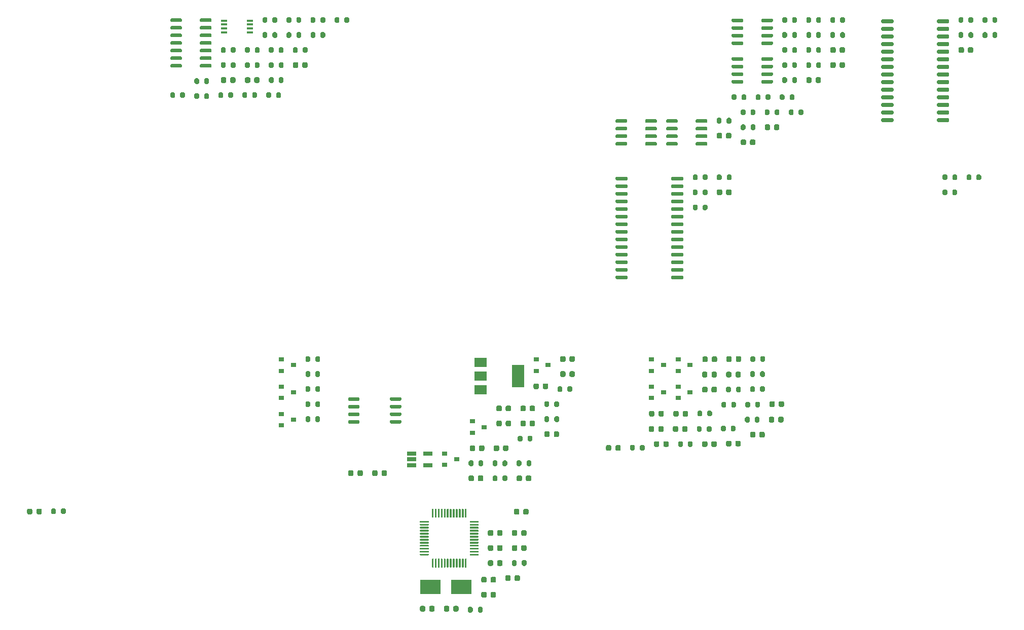
<source format=gbr>
%TF.GenerationSoftware,KiCad,Pcbnew,(5.1.9)-1*%
%TF.CreationDate,2021-04-04T23:22:27+02:00*%
%TF.ProjectId,AR2ISS_AntCTL_HW,41523249-5353-45f4-916e-7443544c5f48,rev?*%
%TF.SameCoordinates,PX2625a00PY8f0d180*%
%TF.FileFunction,Paste,Top*%
%TF.FilePolarity,Positive*%
%FSLAX46Y46*%
G04 Gerber Fmt 4.6, Leading zero omitted, Abs format (unit mm)*
G04 Created by KiCad (PCBNEW (5.1.9)-1) date 2021-04-04 23:22:27*
%MOMM*%
%LPD*%
G01*
G04 APERTURE LIST*
%ADD10R,0.900000X0.800000*%
%ADD11R,2.000000X3.800000*%
%ADD12R,2.000000X1.500000*%
%ADD13R,1.560000X0.650000*%
%ADD14R,1.100000X0.400000*%
%ADD15R,3.500000X2.400000*%
G04 APERTURE END LIST*
%TO.C,C1*%
G36*
G01*
X93610001Y132434999D02*
X93610001Y132934999D01*
G75*
G02*
X93835001Y133159999I225000J0D01*
G01*
X94285001Y133159999D01*
G75*
G02*
X94510001Y132934999I0J-225000D01*
G01*
X94510001Y132434999D01*
G75*
G02*
X94285001Y132209999I-225000J0D01*
G01*
X93835001Y132209999D01*
G75*
G02*
X93610001Y132434999I0J225000D01*
G01*
G37*
G36*
G01*
X92060001Y132434999D02*
X92060001Y132934999D01*
G75*
G02*
X92285001Y133159999I225000J0D01*
G01*
X92735001Y133159999D01*
G75*
G02*
X92960001Y132934999I0J-225000D01*
G01*
X92960001Y132434999D01*
G75*
G02*
X92735001Y132209999I-225000J0D01*
G01*
X92285001Y132209999D01*
G75*
G02*
X92060001Y132434999I0J225000D01*
G01*
G37*
%TD*%
%TO.C,C2*%
G36*
G01*
X100080001Y132434999D02*
X100080001Y132934999D01*
G75*
G02*
X100305001Y133159999I225000J0D01*
G01*
X100755001Y133159999D01*
G75*
G02*
X100980001Y132934999I0J-225000D01*
G01*
X100980001Y132434999D01*
G75*
G02*
X100755001Y132209999I-225000J0D01*
G01*
X100305001Y132209999D01*
G75*
G02*
X100080001Y132434999I0J225000D01*
G01*
G37*
G36*
G01*
X101630001Y132434999D02*
X101630001Y132934999D01*
G75*
G02*
X101855001Y133159999I225000J0D01*
G01*
X102305001Y133159999D01*
G75*
G02*
X102530001Y132934999I0J-225000D01*
G01*
X102530001Y132434999D01*
G75*
G02*
X102305001Y132209999I-225000J0D01*
G01*
X101855001Y132209999D01*
G75*
G02*
X101630001Y132434999I0J225000D01*
G01*
G37*
%TD*%
%TO.C,C3*%
G36*
G01*
X100710001Y141594999D02*
X100710001Y142094999D01*
G75*
G02*
X100935001Y142319999I225000J0D01*
G01*
X101385001Y142319999D01*
G75*
G02*
X101610001Y142094999I0J-225000D01*
G01*
X101610001Y141594999D01*
G75*
G02*
X101385001Y141369999I-225000J0D01*
G01*
X100935001Y141369999D01*
G75*
G02*
X100710001Y141594999I0J225000D01*
G01*
G37*
G36*
G01*
X102260001Y141594999D02*
X102260001Y142094999D01*
G75*
G02*
X102485001Y142319999I225000J0D01*
G01*
X102935001Y142319999D01*
G75*
G02*
X103160001Y142094999I0J-225000D01*
G01*
X103160001Y141594999D01*
G75*
G02*
X102935001Y141369999I-225000J0D01*
G01*
X102485001Y141369999D01*
G75*
G02*
X102260001Y141594999I0J225000D01*
G01*
G37*
%TD*%
%TO.C,C4*%
G36*
G01*
X75960001Y133294999D02*
X75960001Y133794999D01*
G75*
G02*
X76185001Y134019999I225000J0D01*
G01*
X76635001Y134019999D01*
G75*
G02*
X76860001Y133794999I0J-225000D01*
G01*
X76860001Y133294999D01*
G75*
G02*
X76635001Y133069999I-225000J0D01*
G01*
X76185001Y133069999D01*
G75*
G02*
X75960001Y133294999I0J225000D01*
G01*
G37*
G36*
G01*
X77510001Y133294999D02*
X77510001Y133794999D01*
G75*
G02*
X77735001Y134019999I225000J0D01*
G01*
X78185001Y134019999D01*
G75*
G02*
X78410001Y133794999I0J-225000D01*
G01*
X78410001Y133294999D01*
G75*
G02*
X78185001Y133069999I-225000J0D01*
G01*
X77735001Y133069999D01*
G75*
G02*
X77510001Y133294999I0J225000D01*
G01*
G37*
%TD*%
%TO.C,C5*%
G36*
G01*
X92250001Y137454999D02*
X92250001Y137954999D01*
G75*
G02*
X92475001Y138179999I225000J0D01*
G01*
X92925001Y138179999D01*
G75*
G02*
X93150001Y137954999I0J-225000D01*
G01*
X93150001Y137454999D01*
G75*
G02*
X92925001Y137229999I-225000J0D01*
G01*
X92475001Y137229999D01*
G75*
G02*
X92250001Y137454999I0J225000D01*
G01*
G37*
G36*
G01*
X93800001Y137454999D02*
X93800001Y137954999D01*
G75*
G02*
X94025001Y138179999I225000J0D01*
G01*
X94475001Y138179999D01*
G75*
G02*
X94700001Y137954999I0J-225000D01*
G01*
X94700001Y137454999D01*
G75*
G02*
X94475001Y137229999I-225000J0D01*
G01*
X94025001Y137229999D01*
G75*
G02*
X93800001Y137454999I0J225000D01*
G01*
G37*
%TD*%
%TO.C,C6*%
G36*
G01*
X98250001Y141594999D02*
X98250001Y142094999D01*
G75*
G02*
X98475001Y142319999I225000J0D01*
G01*
X98925001Y142319999D01*
G75*
G02*
X99150001Y142094999I0J-225000D01*
G01*
X99150001Y141594999D01*
G75*
G02*
X98925001Y141369999I-225000J0D01*
G01*
X98475001Y141369999D01*
G75*
G02*
X98250001Y141594999I0J225000D01*
G01*
G37*
G36*
G01*
X96700001Y141594999D02*
X96700001Y142094999D01*
G75*
G02*
X96925001Y142319999I225000J0D01*
G01*
X97375001Y142319999D01*
G75*
G02*
X97600001Y142094999I0J-225000D01*
G01*
X97600001Y141594999D01*
G75*
G02*
X97375001Y141369999I-225000J0D01*
G01*
X96925001Y141369999D01*
G75*
G02*
X96700001Y141594999I0J225000D01*
G01*
G37*
%TD*%
%TO.C,C7*%
G36*
G01*
X71950001Y133294999D02*
X71950001Y133794999D01*
G75*
G02*
X72175001Y134019999I225000J0D01*
G01*
X72625001Y134019999D01*
G75*
G02*
X72850001Y133794999I0J-225000D01*
G01*
X72850001Y133294999D01*
G75*
G02*
X72625001Y133069999I-225000J0D01*
G01*
X72175001Y133069999D01*
G75*
G02*
X71950001Y133294999I0J225000D01*
G01*
G37*
G36*
G01*
X73500001Y133294999D02*
X73500001Y133794999D01*
G75*
G02*
X73725001Y134019999I225000J0D01*
G01*
X74175001Y134019999D01*
G75*
G02*
X74400001Y133794999I0J-225000D01*
G01*
X74400001Y133294999D01*
G75*
G02*
X74175001Y133069999I-225000J0D01*
G01*
X73725001Y133069999D01*
G75*
G02*
X73500001Y133294999I0J225000D01*
G01*
G37*
%TD*%
%TO.C,C8*%
G36*
G01*
X102260001Y144104999D02*
X102260001Y144604999D01*
G75*
G02*
X102485001Y144829999I225000J0D01*
G01*
X102935001Y144829999D01*
G75*
G02*
X103160001Y144604999I0J-225000D01*
G01*
X103160001Y144104999D01*
G75*
G02*
X102935001Y143879999I-225000J0D01*
G01*
X102485001Y143879999D01*
G75*
G02*
X102260001Y144104999I0J225000D01*
G01*
G37*
G36*
G01*
X100710001Y144104999D02*
X100710001Y144604999D01*
G75*
G02*
X100935001Y144829999I225000J0D01*
G01*
X101385001Y144829999D01*
G75*
G02*
X101610001Y144604999I0J-225000D01*
G01*
X101610001Y144104999D01*
G75*
G02*
X101385001Y143879999I-225000J0D01*
G01*
X100935001Y143879999D01*
G75*
G02*
X100710001Y144104999I0J225000D01*
G01*
G37*
%TD*%
%TO.C,C9*%
G36*
G01*
X98250001Y144104999D02*
X98250001Y144604999D01*
G75*
G02*
X98475001Y144829999I225000J0D01*
G01*
X98925001Y144829999D01*
G75*
G02*
X99150001Y144604999I0J-225000D01*
G01*
X99150001Y144104999D01*
G75*
G02*
X98925001Y143879999I-225000J0D01*
G01*
X98475001Y143879999D01*
G75*
G02*
X98250001Y144104999I0J225000D01*
G01*
G37*
G36*
G01*
X96700001Y144104999D02*
X96700001Y144604999D01*
G75*
G02*
X96925001Y144829999I225000J0D01*
G01*
X97375001Y144829999D01*
G75*
G02*
X97600001Y144604999I0J-225000D01*
G01*
X97600001Y144104999D01*
G75*
G02*
X97375001Y143879999I-225000J0D01*
G01*
X96925001Y143879999D01*
G75*
G02*
X96700001Y144104999I0J225000D01*
G01*
G37*
%TD*%
%TO.C,C10*%
G36*
G01*
X104450001Y147804999D02*
X104450001Y148304999D01*
G75*
G02*
X104675001Y148529999I225000J0D01*
G01*
X105125001Y148529999D01*
G75*
G02*
X105350001Y148304999I0J-225000D01*
G01*
X105350001Y147804999D01*
G75*
G02*
X105125001Y147579999I-225000J0D01*
G01*
X104675001Y147579999D01*
G75*
G02*
X104450001Y147804999I0J225000D01*
G01*
G37*
G36*
G01*
X102900001Y147804999D02*
X102900001Y148304999D01*
G75*
G02*
X103125001Y148529999I225000J0D01*
G01*
X103575001Y148529999D01*
G75*
G02*
X103800001Y148304999I0J-225000D01*
G01*
X103800001Y147804999D01*
G75*
G02*
X103575001Y147579999I-225000J0D01*
G01*
X103125001Y147579999D01*
G75*
G02*
X102900001Y147804999I0J225000D01*
G01*
G37*
%TD*%
%TO.C,C11*%
G36*
G01*
X108900001Y152354999D02*
X108900001Y152854999D01*
G75*
G02*
X109125001Y153079999I225000J0D01*
G01*
X109575001Y153079999D01*
G75*
G02*
X109800001Y152854999I0J-225000D01*
G01*
X109800001Y152354999D01*
G75*
G02*
X109575001Y152129999I-225000J0D01*
G01*
X109125001Y152129999D01*
G75*
G02*
X108900001Y152354999I0J225000D01*
G01*
G37*
G36*
G01*
X107350001Y152354999D02*
X107350001Y152854999D01*
G75*
G02*
X107575001Y153079999I225000J0D01*
G01*
X108025001Y153079999D01*
G75*
G02*
X108250001Y152854999I0J-225000D01*
G01*
X108250001Y152354999D01*
G75*
G02*
X108025001Y152129999I-225000J0D01*
G01*
X107575001Y152129999D01*
G75*
G02*
X107350001Y152354999I0J225000D01*
G01*
G37*
%TD*%
%TO.C,C12*%
G36*
G01*
X107350001Y149844999D02*
X107350001Y150344999D01*
G75*
G02*
X107575001Y150569999I225000J0D01*
G01*
X108025001Y150569999D01*
G75*
G02*
X108250001Y150344999I0J-225000D01*
G01*
X108250001Y149844999D01*
G75*
G02*
X108025001Y149619999I-225000J0D01*
G01*
X107575001Y149619999D01*
G75*
G02*
X107350001Y149844999I0J225000D01*
G01*
G37*
G36*
G01*
X108900001Y149844999D02*
X108900001Y150344999D01*
G75*
G02*
X109125001Y150569999I225000J0D01*
G01*
X109575001Y150569999D01*
G75*
G02*
X109800001Y150344999I0J-225000D01*
G01*
X109800001Y149844999D01*
G75*
G02*
X109575001Y149619999I-225000J0D01*
G01*
X109125001Y149619999D01*
G75*
G02*
X108900001Y149844999I0J225000D01*
G01*
G37*
%TD*%
%TO.C,C13*%
G36*
G01*
X96260001Y137454999D02*
X96260001Y137954999D01*
G75*
G02*
X96485001Y138179999I225000J0D01*
G01*
X96935001Y138179999D01*
G75*
G02*
X97160001Y137954999I0J-225000D01*
G01*
X97160001Y137454999D01*
G75*
G02*
X96935001Y137229999I-225000J0D01*
G01*
X96485001Y137229999D01*
G75*
G02*
X96260001Y137454999I0J225000D01*
G01*
G37*
G36*
G01*
X97810001Y137454999D02*
X97810001Y137954999D01*
G75*
G02*
X98035001Y138179999I225000J0D01*
G01*
X98485001Y138179999D01*
G75*
G02*
X98710001Y137954999I0J-225000D01*
G01*
X98710001Y137454999D01*
G75*
G02*
X98485001Y137229999I-225000J0D01*
G01*
X98035001Y137229999D01*
G75*
G02*
X97810001Y137454999I0J225000D01*
G01*
G37*
%TD*%
%TO.C,C14*%
G36*
G01*
X133520001Y180204999D02*
X133520001Y180704999D01*
G75*
G02*
X133745001Y180929999I225000J0D01*
G01*
X134195001Y180929999D01*
G75*
G02*
X134420001Y180704999I0J-225000D01*
G01*
X134420001Y180204999D01*
G75*
G02*
X134195001Y179979999I-225000J0D01*
G01*
X133745001Y179979999D01*
G75*
G02*
X133520001Y180204999I0J225000D01*
G01*
G37*
G36*
G01*
X135070001Y180204999D02*
X135070001Y180704999D01*
G75*
G02*
X135295001Y180929999I225000J0D01*
G01*
X135745001Y180929999D01*
G75*
G02*
X135970001Y180704999I0J-225000D01*
G01*
X135970001Y180204999D01*
G75*
G02*
X135745001Y179979999I-225000J0D01*
G01*
X135295001Y179979999D01*
G75*
G02*
X135070001Y180204999I0J225000D01*
G01*
G37*
%TD*%
%TO.C,C15*%
G36*
G01*
X56250001Y198954999D02*
X56250001Y199454999D01*
G75*
G02*
X56475001Y199679999I225000J0D01*
G01*
X56925001Y199679999D01*
G75*
G02*
X57150001Y199454999I0J-225000D01*
G01*
X57150001Y198954999D01*
G75*
G02*
X56925001Y198729999I-225000J0D01*
G01*
X56475001Y198729999D01*
G75*
G02*
X56250001Y198954999I0J225000D01*
G01*
G37*
G36*
G01*
X54700001Y198954999D02*
X54700001Y199454999D01*
G75*
G02*
X54925001Y199679999I225000J0D01*
G01*
X55375001Y199679999D01*
G75*
G02*
X55600001Y199454999I0J-225000D01*
G01*
X55600001Y198954999D01*
G75*
G02*
X55375001Y198729999I-225000J0D01*
G01*
X54925001Y198729999D01*
G75*
G02*
X54700001Y198954999I0J225000D01*
G01*
G37*
%TD*%
%TO.C,C16*%
G36*
G01*
X50690001Y198954999D02*
X50690001Y199454999D01*
G75*
G02*
X50915001Y199679999I225000J0D01*
G01*
X51365001Y199679999D01*
G75*
G02*
X51590001Y199454999I0J-225000D01*
G01*
X51590001Y198954999D01*
G75*
G02*
X51365001Y198729999I-225000J0D01*
G01*
X50915001Y198729999D01*
G75*
G02*
X50690001Y198954999I0J225000D01*
G01*
G37*
G36*
G01*
X52240001Y198954999D02*
X52240001Y199454999D01*
G75*
G02*
X52465001Y199679999I225000J0D01*
G01*
X52915001Y199679999D01*
G75*
G02*
X53140001Y199454999I0J-225000D01*
G01*
X53140001Y198954999D01*
G75*
G02*
X52915001Y198729999I-225000J0D01*
G01*
X52465001Y198729999D01*
G75*
G02*
X52240001Y198954999I0J225000D01*
G01*
G37*
%TD*%
%TO.C,C17*%
G36*
G01*
X62720001Y201464999D02*
X62720001Y201964999D01*
G75*
G02*
X62945001Y202189999I225000J0D01*
G01*
X63395001Y202189999D01*
G75*
G02*
X63620001Y201964999I0J-225000D01*
G01*
X63620001Y201464999D01*
G75*
G02*
X63395001Y201239999I-225000J0D01*
G01*
X62945001Y201239999D01*
G75*
G02*
X62720001Y201464999I0J225000D01*
G01*
G37*
G36*
G01*
X64270001Y201464999D02*
X64270001Y201964999D01*
G75*
G02*
X64495001Y202189999I225000J0D01*
G01*
X64945001Y202189999D01*
G75*
G02*
X65170001Y201964999I0J-225000D01*
G01*
X65170001Y201464999D01*
G75*
G02*
X64945001Y201239999I-225000J0D01*
G01*
X64495001Y201239999D01*
G75*
G02*
X64270001Y201464999I0J225000D01*
G01*
G37*
%TD*%
%TO.C,C18*%
G36*
G01*
X152470001Y201464999D02*
X152470001Y201964999D01*
G75*
G02*
X152695001Y202189999I225000J0D01*
G01*
X153145001Y202189999D01*
G75*
G02*
X153370001Y201964999I0J-225000D01*
G01*
X153370001Y201464999D01*
G75*
G02*
X153145001Y201239999I-225000J0D01*
G01*
X152695001Y201239999D01*
G75*
G02*
X152470001Y201464999I0J225000D01*
G01*
G37*
G36*
G01*
X154020001Y201464999D02*
X154020001Y201964999D01*
G75*
G02*
X154245001Y202189999I225000J0D01*
G01*
X154695001Y202189999D01*
G75*
G02*
X154920001Y201964999I0J-225000D01*
G01*
X154920001Y201464999D01*
G75*
G02*
X154695001Y201239999I-225000J0D01*
G01*
X154245001Y201239999D01*
G75*
G02*
X154020001Y201464999I0J225000D01*
G01*
G37*
%TD*%
%TO.C,C19*%
G36*
G01*
X135050001Y189664999D02*
X135050001Y190164999D01*
G75*
G02*
X135275001Y190389999I225000J0D01*
G01*
X135725001Y190389999D01*
G75*
G02*
X135950001Y190164999I0J-225000D01*
G01*
X135950001Y189664999D01*
G75*
G02*
X135725001Y189439999I-225000J0D01*
G01*
X135275001Y189439999D01*
G75*
G02*
X135050001Y189664999I0J225000D01*
G01*
G37*
G36*
G01*
X133500001Y189664999D02*
X133500001Y190164999D01*
G75*
G02*
X133725001Y190389999I225000J0D01*
G01*
X134175001Y190389999D01*
G75*
G02*
X134400001Y190164999I0J-225000D01*
G01*
X134400001Y189664999D01*
G75*
G02*
X134175001Y189439999I-225000J0D01*
G01*
X133725001Y189439999D01*
G75*
G02*
X133500001Y189664999I0J225000D01*
G01*
G37*
%TD*%
%TO.C,C20*%
G36*
G01*
X143070001Y191074999D02*
X143070001Y191574999D01*
G75*
G02*
X143295001Y191799999I225000J0D01*
G01*
X143745001Y191799999D01*
G75*
G02*
X143970001Y191574999I0J-225000D01*
G01*
X143970001Y191074999D01*
G75*
G02*
X143745001Y190849999I-225000J0D01*
G01*
X143295001Y190849999D01*
G75*
G02*
X143070001Y191074999I0J225000D01*
G01*
G37*
G36*
G01*
X141520001Y191074999D02*
X141520001Y191574999D01*
G75*
G02*
X141745001Y191799999I225000J0D01*
G01*
X142195001Y191799999D01*
G75*
G02*
X142420001Y191574999I0J-225000D01*
G01*
X142420001Y191074999D01*
G75*
G02*
X142195001Y190849999I-225000J0D01*
G01*
X141745001Y190849999D01*
G75*
G02*
X141520001Y191074999I0J225000D01*
G01*
G37*
%TD*%
%TO.C,C21*%
G36*
G01*
X137510001Y188564999D02*
X137510001Y189064999D01*
G75*
G02*
X137735001Y189289999I225000J0D01*
G01*
X138185001Y189289999D01*
G75*
G02*
X138410001Y189064999I0J-225000D01*
G01*
X138410001Y188564999D01*
G75*
G02*
X138185001Y188339999I-225000J0D01*
G01*
X137735001Y188339999D01*
G75*
G02*
X137510001Y188564999I0J225000D01*
G01*
G37*
G36*
G01*
X139060001Y188564999D02*
X139060001Y189064999D01*
G75*
G02*
X139285001Y189289999I225000J0D01*
G01*
X139735001Y189289999D01*
G75*
G02*
X139960001Y189064999I0J-225000D01*
G01*
X139960001Y188564999D01*
G75*
G02*
X139735001Y188339999I-225000J0D01*
G01*
X139285001Y188339999D01*
G75*
G02*
X139060001Y188564999I0J225000D01*
G01*
G37*
%TD*%
%TO.C,C22*%
G36*
G01*
X154020001Y203974999D02*
X154020001Y204474999D01*
G75*
G02*
X154245001Y204699999I225000J0D01*
G01*
X154695001Y204699999D01*
G75*
G02*
X154920001Y204474999I0J-225000D01*
G01*
X154920001Y203974999D01*
G75*
G02*
X154695001Y203749999I-225000J0D01*
G01*
X154245001Y203749999D01*
G75*
G02*
X154020001Y203974999I0J225000D01*
G01*
G37*
G36*
G01*
X152470001Y203974999D02*
X152470001Y204474999D01*
G75*
G02*
X152695001Y204699999I225000J0D01*
G01*
X153145001Y204699999D01*
G75*
G02*
X153370001Y204474999I0J-225000D01*
G01*
X153370001Y203974999D01*
G75*
G02*
X153145001Y203749999I-225000J0D01*
G01*
X152695001Y203749999D01*
G75*
G02*
X152470001Y203974999I0J225000D01*
G01*
G37*
%TD*%
%TO.C,C23*%
G36*
G01*
X173890001Y203974999D02*
X173890001Y204474999D01*
G75*
G02*
X174115001Y204699999I225000J0D01*
G01*
X174565001Y204699999D01*
G75*
G02*
X174790001Y204474999I0J-225000D01*
G01*
X174790001Y203974999D01*
G75*
G02*
X174565001Y203749999I-225000J0D01*
G01*
X174115001Y203749999D01*
G75*
G02*
X173890001Y203974999I0J225000D01*
G01*
G37*
G36*
G01*
X175440001Y203974999D02*
X175440001Y204474999D01*
G75*
G02*
X175665001Y204699999I225000J0D01*
G01*
X176115001Y204699999D01*
G75*
G02*
X176340001Y204474999I0J-225000D01*
G01*
X176340001Y203974999D01*
G75*
G02*
X176115001Y203749999I-225000J0D01*
G01*
X175665001Y203749999D01*
G75*
G02*
X175440001Y203974999I0J225000D01*
G01*
G37*
%TD*%
%TO.C,C24*%
G36*
G01*
X95280001Y118274999D02*
X95280001Y118774999D01*
G75*
G02*
X95505001Y118999999I225000J0D01*
G01*
X95955001Y118999999D01*
G75*
G02*
X96180001Y118774999I0J-225000D01*
G01*
X96180001Y118274999D01*
G75*
G02*
X95955001Y118049999I-225000J0D01*
G01*
X95505001Y118049999D01*
G75*
G02*
X95280001Y118274999I0J225000D01*
G01*
G37*
G36*
G01*
X96830001Y118274999D02*
X96830001Y118774999D01*
G75*
G02*
X97055001Y118999999I225000J0D01*
G01*
X97505001Y118999999D01*
G75*
G02*
X97730001Y118774999I0J-225000D01*
G01*
X97730001Y118274999D01*
G75*
G02*
X97505001Y118049999I-225000J0D01*
G01*
X97055001Y118049999D01*
G75*
G02*
X96830001Y118274999I0J225000D01*
G01*
G37*
%TD*%
%TO.C,C25*%
G36*
G01*
X95730001Y112984999D02*
X95730001Y113484999D01*
G75*
G02*
X95955001Y113709999I225000J0D01*
G01*
X96405001Y113709999D01*
G75*
G02*
X96630001Y113484999I0J-225000D01*
G01*
X96630001Y112984999D01*
G75*
G02*
X96405001Y112759999I-225000J0D01*
G01*
X95955001Y112759999D01*
G75*
G02*
X95730001Y112984999I0J225000D01*
G01*
G37*
G36*
G01*
X94180001Y112984999D02*
X94180001Y113484999D01*
G75*
G02*
X94405001Y113709999I225000J0D01*
G01*
X94855001Y113709999D01*
G75*
G02*
X95080001Y113484999I0J-225000D01*
G01*
X95080001Y112984999D01*
G75*
G02*
X94855001Y112759999I-225000J0D01*
G01*
X94405001Y112759999D01*
G75*
G02*
X94180001Y112984999I0J225000D01*
G01*
G37*
%TD*%
%TO.C,C26*%
G36*
G01*
X95730001Y115494999D02*
X95730001Y115994999D01*
G75*
G02*
X95955001Y116219999I225000J0D01*
G01*
X96405001Y116219999D01*
G75*
G02*
X96630001Y115994999I0J-225000D01*
G01*
X96630001Y115494999D01*
G75*
G02*
X96405001Y115269999I-225000J0D01*
G01*
X95955001Y115269999D01*
G75*
G02*
X95730001Y115494999I0J225000D01*
G01*
G37*
G36*
G01*
X94180001Y115494999D02*
X94180001Y115994999D01*
G75*
G02*
X94405001Y116219999I225000J0D01*
G01*
X94855001Y116219999D01*
G75*
G02*
X95080001Y115994999I0J-225000D01*
G01*
X95080001Y115494999D01*
G75*
G02*
X94855001Y115269999I-225000J0D01*
G01*
X94405001Y115269999D01*
G75*
G02*
X94180001Y115494999I0J225000D01*
G01*
G37*
%TD*%
%TO.C,C27*%
G36*
G01*
X83930001Y110644999D02*
X83930001Y111144999D01*
G75*
G02*
X84155001Y111369999I225000J0D01*
G01*
X84605001Y111369999D01*
G75*
G02*
X84830001Y111144999I0J-225000D01*
G01*
X84830001Y110644999D01*
G75*
G02*
X84605001Y110419999I-225000J0D01*
G01*
X84155001Y110419999D01*
G75*
G02*
X83930001Y110644999I0J225000D01*
G01*
G37*
G36*
G01*
X85480001Y110644999D02*
X85480001Y111144999D01*
G75*
G02*
X85705001Y111369999I225000J0D01*
G01*
X86155001Y111369999D01*
G75*
G02*
X86380001Y111144999I0J-225000D01*
G01*
X86380001Y110644999D01*
G75*
G02*
X86155001Y110419999I-225000J0D01*
G01*
X85705001Y110419999D01*
G75*
G02*
X85480001Y110644999I0J225000D01*
G01*
G37*
%TD*%
%TO.C,C28*%
G36*
G01*
X99740001Y115764999D02*
X99740001Y116264999D01*
G75*
G02*
X99965001Y116489999I225000J0D01*
G01*
X100415001Y116489999D01*
G75*
G02*
X100640001Y116264999I0J-225000D01*
G01*
X100640001Y115764999D01*
G75*
G02*
X100415001Y115539999I-225000J0D01*
G01*
X99965001Y115539999D01*
G75*
G02*
X99740001Y115764999I0J225000D01*
G01*
G37*
G36*
G01*
X98190001Y115764999D02*
X98190001Y116264999D01*
G75*
G02*
X98415001Y116489999I225000J0D01*
G01*
X98865001Y116489999D01*
G75*
G02*
X99090001Y116264999I0J-225000D01*
G01*
X99090001Y115764999D01*
G75*
G02*
X98865001Y115539999I-225000J0D01*
G01*
X98415001Y115539999D01*
G75*
G02*
X98190001Y115764999I0J225000D01*
G01*
G37*
%TD*%
%TO.C,C29*%
G36*
G01*
X99290001Y120784999D02*
X99290001Y121284999D01*
G75*
G02*
X99515001Y121509999I225000J0D01*
G01*
X99965001Y121509999D01*
G75*
G02*
X100190001Y121284999I0J-225000D01*
G01*
X100190001Y120784999D01*
G75*
G02*
X99965001Y120559999I-225000J0D01*
G01*
X99515001Y120559999D01*
G75*
G02*
X99290001Y120784999I0J225000D01*
G01*
G37*
G36*
G01*
X100840001Y120784999D02*
X100840001Y121284999D01*
G75*
G02*
X101065001Y121509999I225000J0D01*
G01*
X101515001Y121509999D01*
G75*
G02*
X101740001Y121284999I0J-225000D01*
G01*
X101740001Y120784999D01*
G75*
G02*
X101515001Y120559999I-225000J0D01*
G01*
X101065001Y120559999D01*
G75*
G02*
X100840001Y120784999I0J225000D01*
G01*
G37*
%TD*%
%TO.C,C30*%
G36*
G01*
X96830001Y123294999D02*
X96830001Y123794999D01*
G75*
G02*
X97055001Y124019999I225000J0D01*
G01*
X97505001Y124019999D01*
G75*
G02*
X97730001Y123794999I0J-225000D01*
G01*
X97730001Y123294999D01*
G75*
G02*
X97505001Y123069999I-225000J0D01*
G01*
X97055001Y123069999D01*
G75*
G02*
X96830001Y123294999I0J225000D01*
G01*
G37*
G36*
G01*
X95280001Y123294999D02*
X95280001Y123794999D01*
G75*
G02*
X95505001Y124019999I225000J0D01*
G01*
X95955001Y124019999D01*
G75*
G02*
X96180001Y123794999I0J-225000D01*
G01*
X96180001Y123294999D01*
G75*
G02*
X95955001Y123069999I-225000J0D01*
G01*
X95505001Y123069999D01*
G75*
G02*
X95280001Y123294999I0J225000D01*
G01*
G37*
%TD*%
%TO.C,C31*%
G36*
G01*
X101180001Y126844999D02*
X101180001Y127344999D01*
G75*
G02*
X101405001Y127569999I225000J0D01*
G01*
X101855001Y127569999D01*
G75*
G02*
X102080001Y127344999I0J-225000D01*
G01*
X102080001Y126844999D01*
G75*
G02*
X101855001Y126619999I-225000J0D01*
G01*
X101405001Y126619999D01*
G75*
G02*
X101180001Y126844999I0J225000D01*
G01*
G37*
G36*
G01*
X99630001Y126844999D02*
X99630001Y127344999D01*
G75*
G02*
X99855001Y127569999I225000J0D01*
G01*
X100305001Y127569999D01*
G75*
G02*
X100530001Y127344999I0J-225000D01*
G01*
X100530001Y126844999D01*
G75*
G02*
X100305001Y126619999I-225000J0D01*
G01*
X99855001Y126619999D01*
G75*
G02*
X99630001Y126844999I0J225000D01*
G01*
G37*
%TD*%
%TO.C,C32*%
G36*
G01*
X95280001Y120784999D02*
X95280001Y121284999D01*
G75*
G02*
X95505001Y121509999I225000J0D01*
G01*
X95955001Y121509999D01*
G75*
G02*
X96180001Y121284999I0J-225000D01*
G01*
X96180001Y120784999D01*
G75*
G02*
X95955001Y120559999I-225000J0D01*
G01*
X95505001Y120559999D01*
G75*
G02*
X95280001Y120784999I0J225000D01*
G01*
G37*
G36*
G01*
X96830001Y120784999D02*
X96830001Y121284999D01*
G75*
G02*
X97055001Y121509999I225000J0D01*
G01*
X97505001Y121509999D01*
G75*
G02*
X97730001Y121284999I0J-225000D01*
G01*
X97730001Y120784999D01*
G75*
G02*
X97505001Y120559999I-225000J0D01*
G01*
X97055001Y120559999D01*
G75*
G02*
X96830001Y120784999I0J225000D01*
G01*
G37*
%TD*%
%TO.C,C33*%
G36*
G01*
X87940001Y110644999D02*
X87940001Y111144999D01*
G75*
G02*
X88165001Y111369999I225000J0D01*
G01*
X88615001Y111369999D01*
G75*
G02*
X88840001Y111144999I0J-225000D01*
G01*
X88840001Y110644999D01*
G75*
G02*
X88615001Y110419999I-225000J0D01*
G01*
X88165001Y110419999D01*
G75*
G02*
X87940001Y110644999I0J225000D01*
G01*
G37*
G36*
G01*
X89490001Y110644999D02*
X89490001Y111144999D01*
G75*
G02*
X89715001Y111369999I225000J0D01*
G01*
X90165001Y111369999D01*
G75*
G02*
X90390001Y111144999I0J-225000D01*
G01*
X90390001Y110644999D01*
G75*
G02*
X90165001Y110419999I-225000J0D01*
G01*
X89715001Y110419999D01*
G75*
G02*
X89490001Y110644999I0J225000D01*
G01*
G37*
%TD*%
%TO.C,C34*%
G36*
G01*
X131070001Y147254999D02*
X131070001Y147754999D01*
G75*
G02*
X131295001Y147979999I225000J0D01*
G01*
X131745001Y147979999D01*
G75*
G02*
X131970001Y147754999I0J-225000D01*
G01*
X131970001Y147254999D01*
G75*
G02*
X131745001Y147029999I-225000J0D01*
G01*
X131295001Y147029999D01*
G75*
G02*
X131070001Y147254999I0J225000D01*
G01*
G37*
G36*
G01*
X132620001Y147254999D02*
X132620001Y147754999D01*
G75*
G02*
X132845001Y147979999I225000J0D01*
G01*
X133295001Y147979999D01*
G75*
G02*
X133520001Y147754999I0J-225000D01*
G01*
X133520001Y147254999D01*
G75*
G02*
X133295001Y147029999I-225000J0D01*
G01*
X132845001Y147029999D01*
G75*
G02*
X132620001Y147254999I0J225000D01*
G01*
G37*
%TD*%
%TO.C,C35*%
G36*
G01*
X140620001Y139724999D02*
X140620001Y140224999D01*
G75*
G02*
X140845001Y140449999I225000J0D01*
G01*
X141295001Y140449999D01*
G75*
G02*
X141520001Y140224999I0J-225000D01*
G01*
X141520001Y139724999D01*
G75*
G02*
X141295001Y139499999I-225000J0D01*
G01*
X140845001Y139499999D01*
G75*
G02*
X140620001Y139724999I0J225000D01*
G01*
G37*
G36*
G01*
X139070001Y139724999D02*
X139070001Y140224999D01*
G75*
G02*
X139295001Y140449999I225000J0D01*
G01*
X139745001Y140449999D01*
G75*
G02*
X139970001Y140224999I0J-225000D01*
G01*
X139970001Y139724999D01*
G75*
G02*
X139745001Y139499999I-225000J0D01*
G01*
X139295001Y139499999D01*
G75*
G02*
X139070001Y139724999I0J225000D01*
G01*
G37*
%TD*%
%TO.C,C36*%
G36*
G01*
X143770001Y142234999D02*
X143770001Y142734999D01*
G75*
G02*
X143995001Y142959999I225000J0D01*
G01*
X144445001Y142959999D01*
G75*
G02*
X144670001Y142734999I0J-225000D01*
G01*
X144670001Y142234999D01*
G75*
G02*
X144445001Y142009999I-225000J0D01*
G01*
X143995001Y142009999D01*
G75*
G02*
X143770001Y142234999I0J225000D01*
G01*
G37*
G36*
G01*
X142220001Y142234999D02*
X142220001Y142734999D01*
G75*
G02*
X142445001Y142959999I225000J0D01*
G01*
X142895001Y142959999D01*
G75*
G02*
X143120001Y142734999I0J-225000D01*
G01*
X143120001Y142234999D01*
G75*
G02*
X142895001Y142009999I-225000J0D01*
G01*
X142445001Y142009999D01*
G75*
G02*
X142220001Y142234999I0J225000D01*
G01*
G37*
%TD*%
%TO.C,C37*%
G36*
G01*
X143850001Y144824999D02*
X143850001Y145324999D01*
G75*
G02*
X144075001Y145549999I225000J0D01*
G01*
X144525001Y145549999D01*
G75*
G02*
X144750001Y145324999I0J-225000D01*
G01*
X144750001Y144824999D01*
G75*
G02*
X144525001Y144599999I-225000J0D01*
G01*
X144075001Y144599999D01*
G75*
G02*
X143850001Y144824999I0J225000D01*
G01*
G37*
G36*
G01*
X142300001Y144824999D02*
X142300001Y145324999D01*
G75*
G02*
X142525001Y145549999I225000J0D01*
G01*
X142975001Y145549999D01*
G75*
G02*
X143200001Y145324999I0J-225000D01*
G01*
X143200001Y144824999D01*
G75*
G02*
X142975001Y144599999I-225000J0D01*
G01*
X142525001Y144599999D01*
G75*
G02*
X142300001Y144824999I0J225000D01*
G01*
G37*
%TD*%
%TO.C,C38*%
G36*
G01*
X135060001Y138234999D02*
X135060001Y138734999D01*
G75*
G02*
X135285001Y138959999I225000J0D01*
G01*
X135735001Y138959999D01*
G75*
G02*
X135960001Y138734999I0J-225000D01*
G01*
X135960001Y138234999D01*
G75*
G02*
X135735001Y138009999I-225000J0D01*
G01*
X135285001Y138009999D01*
G75*
G02*
X135060001Y138234999I0J225000D01*
G01*
G37*
G36*
G01*
X136610001Y138234999D02*
X136610001Y138734999D01*
G75*
G02*
X136835001Y138959999I225000J0D01*
G01*
X137285001Y138959999D01*
G75*
G02*
X137510001Y138734999I0J-225000D01*
G01*
X137510001Y138234999D01*
G75*
G02*
X137285001Y138009999I-225000J0D01*
G01*
X136835001Y138009999D01*
G75*
G02*
X136610001Y138234999I0J225000D01*
G01*
G37*
%TD*%
%TO.C,C39*%
G36*
G01*
X132600001Y138154999D02*
X132600001Y138654999D01*
G75*
G02*
X132825001Y138879999I225000J0D01*
G01*
X133275001Y138879999D01*
G75*
G02*
X133500001Y138654999I0J-225000D01*
G01*
X133500001Y138154999D01*
G75*
G02*
X133275001Y137929999I-225000J0D01*
G01*
X132825001Y137929999D01*
G75*
G02*
X132600001Y138154999I0J225000D01*
G01*
G37*
G36*
G01*
X131050001Y138154999D02*
X131050001Y138654999D01*
G75*
G02*
X131275001Y138879999I225000J0D01*
G01*
X131725001Y138879999D01*
G75*
G02*
X131950001Y138654999I0J-225000D01*
G01*
X131950001Y138154999D01*
G75*
G02*
X131725001Y137929999I-225000J0D01*
G01*
X131275001Y137929999D01*
G75*
G02*
X131050001Y138154999I0J225000D01*
G01*
G37*
%TD*%
D10*
%TO.C,D1*%
X90055001Y135884999D03*
X88055001Y134934999D03*
X88055001Y136834999D03*
%TD*%
%TO.C,D2*%
X92695001Y142184999D03*
X92695001Y140284999D03*
X94695001Y141234999D03*
%TD*%
%TO.C,D3*%
G36*
G01*
X127835001Y143208749D02*
X127835001Y143721249D01*
G75*
G02*
X128053751Y143939999I218750J0D01*
G01*
X128491251Y143939999D01*
G75*
G02*
X128710001Y143721249I0J-218750D01*
G01*
X128710001Y143208749D01*
G75*
G02*
X128491251Y142989999I-218750J0D01*
G01*
X128053751Y142989999D01*
G75*
G02*
X127835001Y143208749I0J218750D01*
G01*
G37*
G36*
G01*
X126260001Y143208749D02*
X126260001Y143721249D01*
G75*
G02*
X126478751Y143939999I218750J0D01*
G01*
X126916251Y143939999D01*
G75*
G02*
X127135001Y143721249I0J-218750D01*
G01*
X127135001Y143208749D01*
G75*
G02*
X126916251Y142989999I-218750J0D01*
G01*
X126478751Y142989999D01*
G75*
G02*
X126260001Y143208749I0J218750D01*
G01*
G37*
%TD*%
%TO.C,D4*%
G36*
G01*
X115010001Y137508749D02*
X115010001Y138021249D01*
G75*
G02*
X115228751Y138239999I218750J0D01*
G01*
X115666251Y138239999D01*
G75*
G02*
X115885001Y138021249I0J-218750D01*
G01*
X115885001Y137508749D01*
G75*
G02*
X115666251Y137289999I-218750J0D01*
G01*
X115228751Y137289999D01*
G75*
G02*
X115010001Y137508749I0J218750D01*
G01*
G37*
G36*
G01*
X116585001Y137508749D02*
X116585001Y138021249D01*
G75*
G02*
X116803751Y138239999I218750J0D01*
G01*
X117241251Y138239999D01*
G75*
G02*
X117460001Y138021249I0J-218750D01*
G01*
X117460001Y137508749D01*
G75*
G02*
X117241251Y137289999I-218750J0D01*
G01*
X116803751Y137289999D01*
G75*
G02*
X116585001Y137508749I0J218750D01*
G01*
G37*
%TD*%
%TO.C,D5*%
G36*
G01*
X123785001Y143208749D02*
X123785001Y143721249D01*
G75*
G02*
X124003751Y143939999I218750J0D01*
G01*
X124441251Y143939999D01*
G75*
G02*
X124660001Y143721249I0J-218750D01*
G01*
X124660001Y143208749D01*
G75*
G02*
X124441251Y142989999I-218750J0D01*
G01*
X124003751Y142989999D01*
G75*
G02*
X123785001Y143208749I0J218750D01*
G01*
G37*
G36*
G01*
X122210001Y143208749D02*
X122210001Y143721249D01*
G75*
G02*
X122428751Y143939999I218750J0D01*
G01*
X122866251Y143939999D01*
G75*
G02*
X123085001Y143721249I0J-218750D01*
G01*
X123085001Y143208749D01*
G75*
G02*
X122866251Y142989999I-218750J0D01*
G01*
X122428751Y142989999D01*
G75*
G02*
X122210001Y143208749I0J218750D01*
G01*
G37*
%TD*%
%TO.C,D6*%
G36*
G01*
X131110001Y152308749D02*
X131110001Y152821249D01*
G75*
G02*
X131328751Y153039999I218750J0D01*
G01*
X131766251Y153039999D01*
G75*
G02*
X131985001Y152821249I0J-218750D01*
G01*
X131985001Y152308749D01*
G75*
G02*
X131766251Y152089999I-218750J0D01*
G01*
X131328751Y152089999D01*
G75*
G02*
X131110001Y152308749I0J218750D01*
G01*
G37*
G36*
G01*
X132685001Y152308749D02*
X132685001Y152821249D01*
G75*
G02*
X132903751Y153039999I218750J0D01*
G01*
X133341251Y153039999D01*
G75*
G02*
X133560001Y152821249I0J-218750D01*
G01*
X133560001Y152308749D01*
G75*
G02*
X133341251Y152089999I-218750J0D01*
G01*
X132903751Y152089999D01*
G75*
G02*
X132685001Y152308749I0J218750D01*
G01*
G37*
%TD*%
%TO.C,D7*%
G36*
G01*
X18320001Y126878749D02*
X18320001Y127391249D01*
G75*
G02*
X18538751Y127609999I218750J0D01*
G01*
X18976251Y127609999D01*
G75*
G02*
X19195001Y127391249I0J-218750D01*
G01*
X19195001Y126878749D01*
G75*
G02*
X18976251Y126659999I-218750J0D01*
G01*
X18538751Y126659999D01*
G75*
G02*
X18320001Y126878749I0J218750D01*
G01*
G37*
G36*
G01*
X19895001Y126878749D02*
X19895001Y127391249D01*
G75*
G02*
X20113751Y127609999I218750J0D01*
G01*
X20551251Y127609999D01*
G75*
G02*
X20770001Y127391249I0J-218750D01*
G01*
X20770001Y126878749D01*
G75*
G02*
X20551251Y126659999I-218750J0D01*
G01*
X20113751Y126659999D01*
G75*
G02*
X19895001Y126878749I0J218750D01*
G01*
G37*
%TD*%
%TO.C,L1*%
G36*
G01*
X106295001Y139798749D02*
X106295001Y140311249D01*
G75*
G02*
X106513751Y140529999I218750J0D01*
G01*
X106951251Y140529999D01*
G75*
G02*
X107170001Y140311249I0J-218750D01*
G01*
X107170001Y139798749D01*
G75*
G02*
X106951251Y139579999I-218750J0D01*
G01*
X106513751Y139579999D01*
G75*
G02*
X106295001Y139798749I0J218750D01*
G01*
G37*
G36*
G01*
X104720001Y139798749D02*
X104720001Y140311249D01*
G75*
G02*
X104938751Y140529999I218750J0D01*
G01*
X105376251Y140529999D01*
G75*
G02*
X105595001Y140311249I0J-218750D01*
G01*
X105595001Y139798749D01*
G75*
G02*
X105376251Y139579999I-218750J0D01*
G01*
X104938751Y139579999D01*
G75*
G02*
X104720001Y139798749I0J218750D01*
G01*
G37*
%TD*%
%TO.C,L2*%
G36*
G01*
X148460001Y198948749D02*
X148460001Y199461249D01*
G75*
G02*
X148678751Y199679999I218750J0D01*
G01*
X149116251Y199679999D01*
G75*
G02*
X149335001Y199461249I0J-218750D01*
G01*
X149335001Y198948749D01*
G75*
G02*
X149116251Y198729999I-218750J0D01*
G01*
X148678751Y198729999D01*
G75*
G02*
X148460001Y198948749I0J218750D01*
G01*
G37*
G36*
G01*
X150035001Y198948749D02*
X150035001Y199461249D01*
G75*
G02*
X150253751Y199679999I218750J0D01*
G01*
X150691251Y199679999D01*
G75*
G02*
X150910001Y199461249I0J-218750D01*
G01*
X150910001Y198948749D01*
G75*
G02*
X150691251Y198729999I-218750J0D01*
G01*
X150253751Y198729999D01*
G75*
G02*
X150035001Y198948749I0J218750D01*
G01*
G37*
%TD*%
%TO.C,L3*%
G36*
G01*
X99290001Y123288749D02*
X99290001Y123801249D01*
G75*
G02*
X99508751Y124019999I218750J0D01*
G01*
X99946251Y124019999D01*
G75*
G02*
X100165001Y123801249I0J-218750D01*
G01*
X100165001Y123288749D01*
G75*
G02*
X99946251Y123069999I-218750J0D01*
G01*
X99508751Y123069999D01*
G75*
G02*
X99290001Y123288749I0J218750D01*
G01*
G37*
G36*
G01*
X100865001Y123288749D02*
X100865001Y123801249D01*
G75*
G02*
X101083751Y124019999I218750J0D01*
G01*
X101521251Y124019999D01*
G75*
G02*
X101740001Y123801249I0J-218750D01*
G01*
X101740001Y123288749D01*
G75*
G02*
X101521251Y123069999I-218750J0D01*
G01*
X101083751Y123069999D01*
G75*
G02*
X100865001Y123288749I0J218750D01*
G01*
G37*
%TD*%
%TO.C,L4*%
G36*
G01*
X136655001Y149758749D02*
X136655001Y150271249D01*
G75*
G02*
X136873751Y150489999I218750J0D01*
G01*
X137311251Y150489999D01*
G75*
G02*
X137530001Y150271249I0J-218750D01*
G01*
X137530001Y149758749D01*
G75*
G02*
X137311251Y149539999I-218750J0D01*
G01*
X136873751Y149539999D01*
G75*
G02*
X136655001Y149758749I0J218750D01*
G01*
G37*
G36*
G01*
X135080001Y149758749D02*
X135080001Y150271249D01*
G75*
G02*
X135298751Y150489999I218750J0D01*
G01*
X135736251Y150489999D01*
G75*
G02*
X135955001Y150271249I0J-218750D01*
G01*
X135955001Y149758749D01*
G75*
G02*
X135736251Y149539999I-218750J0D01*
G01*
X135298751Y149539999D01*
G75*
G02*
X135080001Y149758749I0J218750D01*
G01*
G37*
%TD*%
%TO.C,L5*%
G36*
G01*
X123030001Y138148749D02*
X123030001Y138661249D01*
G75*
G02*
X123248751Y138879999I218750J0D01*
G01*
X123686251Y138879999D01*
G75*
G02*
X123905001Y138661249I0J-218750D01*
G01*
X123905001Y138148749D01*
G75*
G02*
X123686251Y137929999I-218750J0D01*
G01*
X123248751Y137929999D01*
G75*
G02*
X123030001Y138148749I0J218750D01*
G01*
G37*
G36*
G01*
X124605001Y138148749D02*
X124605001Y138661249D01*
G75*
G02*
X124823751Y138879999I218750J0D01*
G01*
X125261251Y138879999D01*
G75*
G02*
X125480001Y138661249I0J-218750D01*
G01*
X125480001Y138148749D01*
G75*
G02*
X125261251Y137929999I-218750J0D01*
G01*
X124823751Y137929999D01*
G75*
G02*
X124605001Y138148749I0J218750D01*
G01*
G37*
%TD*%
%TO.C,L6*%
G36*
G01*
X126180001Y140658749D02*
X126180001Y141171249D01*
G75*
G02*
X126398751Y141389999I218750J0D01*
G01*
X126836251Y141389999D01*
G75*
G02*
X127055001Y141171249I0J-218750D01*
G01*
X127055001Y140658749D01*
G75*
G02*
X126836251Y140439999I-218750J0D01*
G01*
X126398751Y140439999D01*
G75*
G02*
X126180001Y140658749I0J218750D01*
G01*
G37*
G36*
G01*
X127755001Y140658749D02*
X127755001Y141171249D01*
G75*
G02*
X127973751Y141389999I218750J0D01*
G01*
X128411251Y141389999D01*
G75*
G02*
X128630001Y141171249I0J-218750D01*
G01*
X128630001Y140658749D01*
G75*
G02*
X128411251Y140439999I-218750J0D01*
G01*
X127973751Y140439999D01*
G75*
G02*
X127755001Y140658749I0J218750D01*
G01*
G37*
%TD*%
%TO.C,L7*%
G36*
G01*
X123745001Y140658749D02*
X123745001Y141171249D01*
G75*
G02*
X123963751Y141389999I218750J0D01*
G01*
X124401251Y141389999D01*
G75*
G02*
X124620001Y141171249I0J-218750D01*
G01*
X124620001Y140658749D01*
G75*
G02*
X124401251Y140439999I-218750J0D01*
G01*
X123963751Y140439999D01*
G75*
G02*
X123745001Y140658749I0J218750D01*
G01*
G37*
G36*
G01*
X122170001Y140658749D02*
X122170001Y141171249D01*
G75*
G02*
X122388751Y141389999I218750J0D01*
G01*
X122826251Y141389999D01*
G75*
G02*
X123045001Y141171249I0J-218750D01*
G01*
X123045001Y140658749D01*
G75*
G02*
X122826251Y140439999I-218750J0D01*
G01*
X122388751Y140439999D01*
G75*
G02*
X122170001Y140658749I0J218750D01*
G01*
G37*
%TD*%
%TO.C,L8*%
G36*
G01*
X131070001Y149758749D02*
X131070001Y150271249D01*
G75*
G02*
X131288751Y150489999I218750J0D01*
G01*
X131726251Y150489999D01*
G75*
G02*
X131945001Y150271249I0J-218750D01*
G01*
X131945001Y149758749D01*
G75*
G02*
X131726251Y149539999I-218750J0D01*
G01*
X131288751Y149539999D01*
G75*
G02*
X131070001Y149758749I0J218750D01*
G01*
G37*
G36*
G01*
X132645001Y149758749D02*
X132645001Y150271249D01*
G75*
G02*
X132863751Y150489999I218750J0D01*
G01*
X133301251Y150489999D01*
G75*
G02*
X133520001Y150271249I0J-218750D01*
G01*
X133520001Y149758749D01*
G75*
G02*
X133301251Y149539999I-218750J0D01*
G01*
X132863751Y149539999D01*
G75*
G02*
X132645001Y149758749I0J218750D01*
G01*
G37*
%TD*%
%TO.C,L9*%
G36*
G01*
X136695001Y152348749D02*
X136695001Y152861249D01*
G75*
G02*
X136913751Y153079999I218750J0D01*
G01*
X137351251Y153079999D01*
G75*
G02*
X137570001Y152861249I0J-218750D01*
G01*
X137570001Y152348749D01*
G75*
G02*
X137351251Y152129999I-218750J0D01*
G01*
X136913751Y152129999D01*
G75*
G02*
X136695001Y152348749I0J218750D01*
G01*
G37*
G36*
G01*
X135120001Y152348749D02*
X135120001Y152861249D01*
G75*
G02*
X135338751Y153079999I218750J0D01*
G01*
X135776251Y153079999D01*
G75*
G02*
X135995001Y152861249I0J-218750D01*
G01*
X135995001Y152348749D01*
G75*
G02*
X135776251Y152129999I-218750J0D01*
G01*
X135338751Y152129999D01*
G75*
G02*
X135120001Y152348749I0J218750D01*
G01*
G37*
%TD*%
%TO.C,Q1*%
X103345001Y152534999D03*
X103345001Y150634999D03*
X105345001Y151584999D03*
%TD*%
%TO.C,Q2*%
G36*
G01*
X71945001Y145779999D02*
X71945001Y146079999D01*
G75*
G02*
X72095001Y146229999I150000J0D01*
G01*
X73695001Y146229999D01*
G75*
G02*
X73845001Y146079999I0J-150000D01*
G01*
X73845001Y145779999D01*
G75*
G02*
X73695001Y145629999I-150000J0D01*
G01*
X72095001Y145629999D01*
G75*
G02*
X71945001Y145779999I0J150000D01*
G01*
G37*
G36*
G01*
X71945001Y144509999D02*
X71945001Y144809999D01*
G75*
G02*
X72095001Y144959999I150000J0D01*
G01*
X73695001Y144959999D01*
G75*
G02*
X73845001Y144809999I0J-150000D01*
G01*
X73845001Y144509999D01*
G75*
G02*
X73695001Y144359999I-150000J0D01*
G01*
X72095001Y144359999D01*
G75*
G02*
X71945001Y144509999I0J150000D01*
G01*
G37*
G36*
G01*
X71945001Y143239999D02*
X71945001Y143539999D01*
G75*
G02*
X72095001Y143689999I150000J0D01*
G01*
X73695001Y143689999D01*
G75*
G02*
X73845001Y143539999I0J-150000D01*
G01*
X73845001Y143239999D01*
G75*
G02*
X73695001Y143089999I-150000J0D01*
G01*
X72095001Y143089999D01*
G75*
G02*
X71945001Y143239999I0J150000D01*
G01*
G37*
G36*
G01*
X71945001Y141969999D02*
X71945001Y142269999D01*
G75*
G02*
X72095001Y142419999I150000J0D01*
G01*
X73695001Y142419999D01*
G75*
G02*
X73845001Y142269999I0J-150000D01*
G01*
X73845001Y141969999D01*
G75*
G02*
X73695001Y141819999I-150000J0D01*
G01*
X72095001Y141819999D01*
G75*
G02*
X71945001Y141969999I0J150000D01*
G01*
G37*
G36*
G01*
X78945001Y141969999D02*
X78945001Y142269999D01*
G75*
G02*
X79095001Y142419999I150000J0D01*
G01*
X80695001Y142419999D01*
G75*
G02*
X80845001Y142269999I0J-150000D01*
G01*
X80845001Y141969999D01*
G75*
G02*
X80695001Y141819999I-150000J0D01*
G01*
X79095001Y141819999D01*
G75*
G02*
X78945001Y141969999I0J150000D01*
G01*
G37*
G36*
G01*
X78945001Y143239999D02*
X78945001Y143539999D01*
G75*
G02*
X79095001Y143689999I150000J0D01*
G01*
X80695001Y143689999D01*
G75*
G02*
X80845001Y143539999I0J-150000D01*
G01*
X80845001Y143239999D01*
G75*
G02*
X80695001Y143089999I-150000J0D01*
G01*
X79095001Y143089999D01*
G75*
G02*
X78945001Y143239999I0J150000D01*
G01*
G37*
G36*
G01*
X78945001Y144509999D02*
X78945001Y144809999D01*
G75*
G02*
X79095001Y144959999I150000J0D01*
G01*
X80695001Y144959999D01*
G75*
G02*
X80845001Y144809999I0J-150000D01*
G01*
X80845001Y144509999D01*
G75*
G02*
X80695001Y144359999I-150000J0D01*
G01*
X79095001Y144359999D01*
G75*
G02*
X78945001Y144509999I0J150000D01*
G01*
G37*
G36*
G01*
X78945001Y145779999D02*
X78945001Y146079999D01*
G75*
G02*
X79095001Y146229999I150000J0D01*
G01*
X80695001Y146229999D01*
G75*
G02*
X80845001Y146079999I0J-150000D01*
G01*
X80845001Y145779999D01*
G75*
G02*
X80695001Y145629999I-150000J0D01*
G01*
X79095001Y145629999D01*
G75*
G02*
X78945001Y145779999I0J150000D01*
G01*
G37*
%TD*%
%TO.C,Q3*%
X127065001Y147984999D03*
X127065001Y146084999D03*
X129065001Y147034999D03*
%TD*%
%TO.C,Q4*%
X122615001Y147984999D03*
X122615001Y146084999D03*
X124615001Y147034999D03*
%TD*%
%TO.C,Q5*%
X127065001Y152534999D03*
X127065001Y150634999D03*
X129065001Y151584999D03*
%TD*%
%TO.C,Q6*%
X124615001Y151584999D03*
X122615001Y150634999D03*
X122615001Y152534999D03*
%TD*%
%TO.C,Q7*%
X62805001Y142484999D03*
X60805001Y141534999D03*
X60805001Y143434999D03*
%TD*%
%TO.C,Q8*%
X62805001Y147034999D03*
X60805001Y146084999D03*
X60805001Y147984999D03*
%TD*%
%TO.C,Q9*%
X62805001Y151584999D03*
X60805001Y150634999D03*
X60805001Y152534999D03*
%TD*%
%TO.C,R1*%
G36*
G01*
X172860001Y182689999D02*
X172860001Y183239999D01*
G75*
G02*
X173060001Y183439999I200000J0D01*
G01*
X173460001Y183439999D01*
G75*
G02*
X173660001Y183239999I0J-200000D01*
G01*
X173660001Y182689999D01*
G75*
G02*
X173460001Y182489999I-200000J0D01*
G01*
X173060001Y182489999D01*
G75*
G02*
X172860001Y182689999I0J200000D01*
G01*
G37*
G36*
G01*
X171210001Y182689999D02*
X171210001Y183239999D01*
G75*
G02*
X171410001Y183439999I200000J0D01*
G01*
X171810001Y183439999D01*
G75*
G02*
X172010001Y183239999I0J-200000D01*
G01*
X172010001Y182689999D01*
G75*
G02*
X171810001Y182489999I-200000J0D01*
G01*
X171410001Y182489999D01*
G75*
G02*
X171210001Y182689999I0J200000D01*
G01*
G37*
%TD*%
%TO.C,R2*%
G36*
G01*
X175220001Y182689999D02*
X175220001Y183239999D01*
G75*
G02*
X175420001Y183439999I200000J0D01*
G01*
X175820001Y183439999D01*
G75*
G02*
X176020001Y183239999I0J-200000D01*
G01*
X176020001Y182689999D01*
G75*
G02*
X175820001Y182489999I-200000J0D01*
G01*
X175420001Y182489999D01*
G75*
G02*
X175220001Y182689999I0J200000D01*
G01*
G37*
G36*
G01*
X176870001Y182689999D02*
X176870001Y183239999D01*
G75*
G02*
X177070001Y183439999I200000J0D01*
G01*
X177470001Y183439999D01*
G75*
G02*
X177670001Y183239999I0J-200000D01*
G01*
X177670001Y182689999D01*
G75*
G02*
X177470001Y182489999I-200000J0D01*
G01*
X177070001Y182489999D01*
G75*
G02*
X176870001Y182689999I0J200000D01*
G01*
G37*
%TD*%
%TO.C,R3*%
G36*
G01*
X172860001Y180179999D02*
X172860001Y180729999D01*
G75*
G02*
X173060001Y180929999I200000J0D01*
G01*
X173460001Y180929999D01*
G75*
G02*
X173660001Y180729999I0J-200000D01*
G01*
X173660001Y180179999D01*
G75*
G02*
X173460001Y179979999I-200000J0D01*
G01*
X173060001Y179979999D01*
G75*
G02*
X172860001Y180179999I0J200000D01*
G01*
G37*
G36*
G01*
X171210001Y180179999D02*
X171210001Y180729999D01*
G75*
G02*
X171410001Y180929999I200000J0D01*
G01*
X171810001Y180929999D01*
G75*
G02*
X172010001Y180729999I0J-200000D01*
G01*
X172010001Y180179999D01*
G75*
G02*
X171810001Y179979999I-200000J0D01*
G01*
X171410001Y179979999D01*
G75*
G02*
X171210001Y180179999I0J200000D01*
G01*
G37*
%TD*%
%TO.C,R4*%
G36*
G01*
X101730001Y134919999D02*
X101730001Y135469999D01*
G75*
G02*
X101930001Y135669999I200000J0D01*
G01*
X102330001Y135669999D01*
G75*
G02*
X102530001Y135469999I0J-200000D01*
G01*
X102530001Y134919999D01*
G75*
G02*
X102330001Y134719999I-200000J0D01*
G01*
X101930001Y134719999D01*
G75*
G02*
X101730001Y134919999I0J200000D01*
G01*
G37*
G36*
G01*
X100080001Y134919999D02*
X100080001Y135469999D01*
G75*
G02*
X100280001Y135669999I200000J0D01*
G01*
X100680001Y135669999D01*
G75*
G02*
X100880001Y135469999I0J-200000D01*
G01*
X100880001Y134919999D01*
G75*
G02*
X100680001Y134719999I-200000J0D01*
G01*
X100280001Y134719999D01*
G75*
G02*
X100080001Y134919999I0J200000D01*
G01*
G37*
%TD*%
%TO.C,R5*%
G36*
G01*
X96070001Y132409999D02*
X96070001Y132959999D01*
G75*
G02*
X96270001Y133159999I200000J0D01*
G01*
X96670001Y133159999D01*
G75*
G02*
X96870001Y132959999I0J-200000D01*
G01*
X96870001Y132409999D01*
G75*
G02*
X96670001Y132209999I-200000J0D01*
G01*
X96270001Y132209999D01*
G75*
G02*
X96070001Y132409999I0J200000D01*
G01*
G37*
G36*
G01*
X97720001Y132409999D02*
X97720001Y132959999D01*
G75*
G02*
X97920001Y133159999I200000J0D01*
G01*
X98320001Y133159999D01*
G75*
G02*
X98520001Y132959999I0J-200000D01*
G01*
X98520001Y132409999D01*
G75*
G02*
X98320001Y132209999I-200000J0D01*
G01*
X97920001Y132209999D01*
G75*
G02*
X97720001Y132409999I0J200000D01*
G01*
G37*
%TD*%
%TO.C,R6*%
G36*
G01*
X106370001Y142289999D02*
X106370001Y142839999D01*
G75*
G02*
X106570001Y143039999I200000J0D01*
G01*
X106970001Y143039999D01*
G75*
G02*
X107170001Y142839999I0J-200000D01*
G01*
X107170001Y142289999D01*
G75*
G02*
X106970001Y142089999I-200000J0D01*
G01*
X106570001Y142089999D01*
G75*
G02*
X106370001Y142289999I0J200000D01*
G01*
G37*
G36*
G01*
X104720001Y142289999D02*
X104720001Y142839999D01*
G75*
G02*
X104920001Y143039999I200000J0D01*
G01*
X105320001Y143039999D01*
G75*
G02*
X105520001Y142839999I0J-200000D01*
G01*
X105520001Y142289999D01*
G75*
G02*
X105320001Y142089999I-200000J0D01*
G01*
X104920001Y142089999D01*
G75*
G02*
X104720001Y142289999I0J200000D01*
G01*
G37*
%TD*%
%TO.C,R7*%
G36*
G01*
X100270001Y139059999D02*
X100270001Y139609999D01*
G75*
G02*
X100470001Y139809999I200000J0D01*
G01*
X100870001Y139809999D01*
G75*
G02*
X101070001Y139609999I0J-200000D01*
G01*
X101070001Y139059999D01*
G75*
G02*
X100870001Y138859999I-200000J0D01*
G01*
X100470001Y138859999D01*
G75*
G02*
X100270001Y139059999I0J200000D01*
G01*
G37*
G36*
G01*
X101920001Y139059999D02*
X101920001Y139609999D01*
G75*
G02*
X102120001Y139809999I200000J0D01*
G01*
X102520001Y139809999D01*
G75*
G02*
X102720001Y139609999I0J-200000D01*
G01*
X102720001Y139059999D01*
G75*
G02*
X102520001Y138859999I-200000J0D01*
G01*
X102120001Y138859999D01*
G75*
G02*
X101920001Y139059999I0J200000D01*
G01*
G37*
%TD*%
%TO.C,R8*%
G36*
G01*
X104720001Y144799999D02*
X104720001Y145349999D01*
G75*
G02*
X104920001Y145549999I200000J0D01*
G01*
X105320001Y145549999D01*
G75*
G02*
X105520001Y145349999I0J-200000D01*
G01*
X105520001Y144799999D01*
G75*
G02*
X105320001Y144599999I-200000J0D01*
G01*
X104920001Y144599999D01*
G75*
G02*
X104720001Y144799999I0J200000D01*
G01*
G37*
G36*
G01*
X106370001Y144799999D02*
X106370001Y145349999D01*
G75*
G02*
X106570001Y145549999I200000J0D01*
G01*
X106970001Y145549999D01*
G75*
G02*
X107170001Y145349999I0J-200000D01*
G01*
X107170001Y144799999D01*
G75*
G02*
X106970001Y144599999I-200000J0D01*
G01*
X106570001Y144599999D01*
G75*
G02*
X106370001Y144799999I0J200000D01*
G01*
G37*
%TD*%
%TO.C,R9*%
G36*
G01*
X108560001Y147309999D02*
X108560001Y147859999D01*
G75*
G02*
X108760001Y148059999I200000J0D01*
G01*
X109160001Y148059999D01*
G75*
G02*
X109360001Y147859999I0J-200000D01*
G01*
X109360001Y147309999D01*
G75*
G02*
X109160001Y147109999I-200000J0D01*
G01*
X108760001Y147109999D01*
G75*
G02*
X108560001Y147309999I0J200000D01*
G01*
G37*
G36*
G01*
X106910001Y147309999D02*
X106910001Y147859999D01*
G75*
G02*
X107110001Y148059999I200000J0D01*
G01*
X107510001Y148059999D01*
G75*
G02*
X107710001Y147859999I0J-200000D01*
G01*
X107710001Y147309999D01*
G75*
G02*
X107510001Y147109999I-200000J0D01*
G01*
X107110001Y147109999D01*
G75*
G02*
X106910001Y147309999I0J200000D01*
G01*
G37*
%TD*%
%TO.C,R10*%
G36*
G01*
X97720001Y134919999D02*
X97720001Y135469999D01*
G75*
G02*
X97920001Y135669999I200000J0D01*
G01*
X98320001Y135669999D01*
G75*
G02*
X98520001Y135469999I0J-200000D01*
G01*
X98520001Y134919999D01*
G75*
G02*
X98320001Y134719999I-200000J0D01*
G01*
X97920001Y134719999D01*
G75*
G02*
X97720001Y134919999I0J200000D01*
G01*
G37*
G36*
G01*
X96070001Y134919999D02*
X96070001Y135469999D01*
G75*
G02*
X96270001Y135669999I200000J0D01*
G01*
X96670001Y135669999D01*
G75*
G02*
X96870001Y135469999I0J-200000D01*
G01*
X96870001Y134919999D01*
G75*
G02*
X96670001Y134719999I-200000J0D01*
G01*
X96270001Y134719999D01*
G75*
G02*
X96070001Y134919999I0J200000D01*
G01*
G37*
%TD*%
%TO.C,R11*%
G36*
G01*
X92060001Y134919999D02*
X92060001Y135469999D01*
G75*
G02*
X92260001Y135669999I200000J0D01*
G01*
X92660001Y135669999D01*
G75*
G02*
X92860001Y135469999I0J-200000D01*
G01*
X92860001Y134919999D01*
G75*
G02*
X92660001Y134719999I-200000J0D01*
G01*
X92260001Y134719999D01*
G75*
G02*
X92060001Y134919999I0J200000D01*
G01*
G37*
G36*
G01*
X93710001Y134919999D02*
X93710001Y135469999D01*
G75*
G02*
X93910001Y135669999I200000J0D01*
G01*
X94310001Y135669999D01*
G75*
G02*
X94510001Y135469999I0J-200000D01*
G01*
X94510001Y134919999D01*
G75*
G02*
X94310001Y134719999I-200000J0D01*
G01*
X93910001Y134719999D01*
G75*
G02*
X93710001Y134919999I0J200000D01*
G01*
G37*
%TD*%
%TO.C,R12*%
G36*
G01*
X131160001Y180179999D02*
X131160001Y180729999D01*
G75*
G02*
X131360001Y180929999I200000J0D01*
G01*
X131760001Y180929999D01*
G75*
G02*
X131960001Y180729999I0J-200000D01*
G01*
X131960001Y180179999D01*
G75*
G02*
X131760001Y179979999I-200000J0D01*
G01*
X131360001Y179979999D01*
G75*
G02*
X131160001Y180179999I0J200000D01*
G01*
G37*
G36*
G01*
X129510001Y180179999D02*
X129510001Y180729999D01*
G75*
G02*
X129710001Y180929999I200000J0D01*
G01*
X130110001Y180929999D01*
G75*
G02*
X130310001Y180729999I0J-200000D01*
G01*
X130310001Y180179999D01*
G75*
G02*
X130110001Y179979999I-200000J0D01*
G01*
X129710001Y179979999D01*
G75*
G02*
X129510001Y180179999I0J200000D01*
G01*
G37*
%TD*%
%TO.C,R13*%
G36*
G01*
X135170001Y182689999D02*
X135170001Y183239999D01*
G75*
G02*
X135370001Y183439999I200000J0D01*
G01*
X135770001Y183439999D01*
G75*
G02*
X135970001Y183239999I0J-200000D01*
G01*
X135970001Y182689999D01*
G75*
G02*
X135770001Y182489999I-200000J0D01*
G01*
X135370001Y182489999D01*
G75*
G02*
X135170001Y182689999I0J200000D01*
G01*
G37*
G36*
G01*
X133520001Y182689999D02*
X133520001Y183239999D01*
G75*
G02*
X133720001Y183439999I200000J0D01*
G01*
X134120001Y183439999D01*
G75*
G02*
X134320001Y183239999I0J-200000D01*
G01*
X134320001Y182689999D01*
G75*
G02*
X134120001Y182489999I-200000J0D01*
G01*
X133720001Y182489999D01*
G75*
G02*
X133520001Y182689999I0J200000D01*
G01*
G37*
%TD*%
%TO.C,R14*%
G36*
G01*
X129510001Y182689999D02*
X129510001Y183239999D01*
G75*
G02*
X129710001Y183439999I200000J0D01*
G01*
X130110001Y183439999D01*
G75*
G02*
X130310001Y183239999I0J-200000D01*
G01*
X130310001Y182689999D01*
G75*
G02*
X130110001Y182489999I-200000J0D01*
G01*
X129710001Y182489999D01*
G75*
G02*
X129510001Y182689999I0J200000D01*
G01*
G37*
G36*
G01*
X131160001Y182689999D02*
X131160001Y183239999D01*
G75*
G02*
X131360001Y183439999I200000J0D01*
G01*
X131760001Y183439999D01*
G75*
G02*
X131960001Y183239999I0J-200000D01*
G01*
X131960001Y182689999D01*
G75*
G02*
X131760001Y182489999I-200000J0D01*
G01*
X131360001Y182489999D01*
G75*
G02*
X131160001Y182689999I0J200000D01*
G01*
G37*
%TD*%
%TO.C,R15*%
G36*
G01*
X129510001Y177669999D02*
X129510001Y178219999D01*
G75*
G02*
X129710001Y178419999I200000J0D01*
G01*
X130110001Y178419999D01*
G75*
G02*
X130310001Y178219999I0J-200000D01*
G01*
X130310001Y177669999D01*
G75*
G02*
X130110001Y177469999I-200000J0D01*
G01*
X129710001Y177469999D01*
G75*
G02*
X129510001Y177669999I0J200000D01*
G01*
G37*
G36*
G01*
X131160001Y177669999D02*
X131160001Y178219999D01*
G75*
G02*
X131360001Y178419999I200000J0D01*
G01*
X131760001Y178419999D01*
G75*
G02*
X131960001Y178219999I0J-200000D01*
G01*
X131960001Y177669999D01*
G75*
G02*
X131760001Y177469999I-200000J0D01*
G01*
X131360001Y177469999D01*
G75*
G02*
X131160001Y177669999I0J200000D01*
G01*
G37*
%TD*%
%TO.C,R16*%
G36*
G01*
X58710001Y198929999D02*
X58710001Y199479999D01*
G75*
G02*
X58910001Y199679999I200000J0D01*
G01*
X59310001Y199679999D01*
G75*
G02*
X59510001Y199479999I0J-200000D01*
G01*
X59510001Y198929999D01*
G75*
G02*
X59310001Y198729999I-200000J0D01*
G01*
X58910001Y198729999D01*
G75*
G02*
X58710001Y198929999I0J200000D01*
G01*
G37*
G36*
G01*
X60360001Y198929999D02*
X60360001Y199479999D01*
G75*
G02*
X60560001Y199679999I200000J0D01*
G01*
X60960001Y199679999D01*
G75*
G02*
X61160001Y199479999I0J-200000D01*
G01*
X61160001Y198929999D01*
G75*
G02*
X60960001Y198729999I-200000J0D01*
G01*
X60560001Y198729999D01*
G75*
G02*
X60360001Y198929999I0J200000D01*
G01*
G37*
%TD*%
%TO.C,R17*%
G36*
G01*
X42240001Y196419999D02*
X42240001Y196969999D01*
G75*
G02*
X42440001Y197169999I200000J0D01*
G01*
X42840001Y197169999D01*
G75*
G02*
X43040001Y196969999I0J-200000D01*
G01*
X43040001Y196419999D01*
G75*
G02*
X42840001Y196219999I-200000J0D01*
G01*
X42440001Y196219999D01*
G75*
G02*
X42240001Y196419999I0J200000D01*
G01*
G37*
G36*
G01*
X43890001Y196419999D02*
X43890001Y196969999D01*
G75*
G02*
X44090001Y197169999I200000J0D01*
G01*
X44490001Y197169999D01*
G75*
G02*
X44690001Y196969999I0J-200000D01*
G01*
X44690001Y196419999D01*
G75*
G02*
X44490001Y196219999I-200000J0D01*
G01*
X44090001Y196219999D01*
G75*
G02*
X43890001Y196419999I0J200000D01*
G01*
G37*
%TD*%
%TO.C,R18*%
G36*
G01*
X47900001Y198759999D02*
X47900001Y199309999D01*
G75*
G02*
X48100001Y199509999I200000J0D01*
G01*
X48500001Y199509999D01*
G75*
G02*
X48700001Y199309999I0J-200000D01*
G01*
X48700001Y198759999D01*
G75*
G02*
X48500001Y198559999I-200000J0D01*
G01*
X48100001Y198559999D01*
G75*
G02*
X47900001Y198759999I0J200000D01*
G01*
G37*
G36*
G01*
X46250001Y198759999D02*
X46250001Y199309999D01*
G75*
G02*
X46450001Y199509999I200000J0D01*
G01*
X46850001Y199509999D01*
G75*
G02*
X47050001Y199309999I0J-200000D01*
G01*
X47050001Y198759999D01*
G75*
G02*
X46850001Y198559999I-200000J0D01*
G01*
X46450001Y198559999D01*
G75*
G02*
X46250001Y198759999I0J200000D01*
G01*
G37*
%TD*%
%TO.C,R19*%
G36*
G01*
X55920001Y196419999D02*
X55920001Y196969999D01*
G75*
G02*
X56120001Y197169999I200000J0D01*
G01*
X56520001Y197169999D01*
G75*
G02*
X56720001Y196969999I0J-200000D01*
G01*
X56720001Y196419999D01*
G75*
G02*
X56520001Y196219999I-200000J0D01*
G01*
X56120001Y196219999D01*
G75*
G02*
X55920001Y196419999I0J200000D01*
G01*
G37*
G36*
G01*
X54270001Y196419999D02*
X54270001Y196969999D01*
G75*
G02*
X54470001Y197169999I200000J0D01*
G01*
X54870001Y197169999D01*
G75*
G02*
X55070001Y196969999I0J-200000D01*
G01*
X55070001Y196419999D01*
G75*
G02*
X54870001Y196219999I-200000J0D01*
G01*
X54470001Y196219999D01*
G75*
G02*
X54270001Y196419999I0J200000D01*
G01*
G37*
%TD*%
%TO.C,R20*%
G36*
G01*
X61650001Y208969999D02*
X61650001Y209519999D01*
G75*
G02*
X61850001Y209719999I200000J0D01*
G01*
X62250001Y209719999D01*
G75*
G02*
X62450001Y209519999I0J-200000D01*
G01*
X62450001Y208969999D01*
G75*
G02*
X62250001Y208769999I-200000J0D01*
G01*
X61850001Y208769999D01*
G75*
G02*
X61650001Y208969999I0J200000D01*
G01*
G37*
G36*
G01*
X63300001Y208969999D02*
X63300001Y209519999D01*
G75*
G02*
X63500001Y209719999I200000J0D01*
G01*
X63900001Y209719999D01*
G75*
G02*
X64100001Y209519999I0J-200000D01*
G01*
X64100001Y208969999D01*
G75*
G02*
X63900001Y208769999I-200000J0D01*
G01*
X63500001Y208769999D01*
G75*
G02*
X63300001Y208969999I0J200000D01*
G01*
G37*
%TD*%
%TO.C,R21*%
G36*
G01*
X50260001Y196419999D02*
X50260001Y196969999D01*
G75*
G02*
X50460001Y197169999I200000J0D01*
G01*
X50860001Y197169999D01*
G75*
G02*
X51060001Y196969999I0J-200000D01*
G01*
X51060001Y196419999D01*
G75*
G02*
X50860001Y196219999I-200000J0D01*
G01*
X50460001Y196219999D01*
G75*
G02*
X50260001Y196419999I0J200000D01*
G01*
G37*
G36*
G01*
X51910001Y196419999D02*
X51910001Y196969999D01*
G75*
G02*
X52110001Y197169999I200000J0D01*
G01*
X52510001Y197169999D01*
G75*
G02*
X52710001Y196969999I0J-200000D01*
G01*
X52710001Y196419999D01*
G75*
G02*
X52510001Y196219999I-200000J0D01*
G01*
X52110001Y196219999D01*
G75*
G02*
X51910001Y196419999I0J200000D01*
G01*
G37*
%TD*%
%TO.C,R22*%
G36*
G01*
X47900001Y196249999D02*
X47900001Y196799999D01*
G75*
G02*
X48100001Y196999999I200000J0D01*
G01*
X48500001Y196999999D01*
G75*
G02*
X48700001Y196799999I0J-200000D01*
G01*
X48700001Y196249999D01*
G75*
G02*
X48500001Y196049999I-200000J0D01*
G01*
X48100001Y196049999D01*
G75*
G02*
X47900001Y196249999I0J200000D01*
G01*
G37*
G36*
G01*
X46250001Y196249999D02*
X46250001Y196799999D01*
G75*
G02*
X46450001Y196999999I200000J0D01*
G01*
X46850001Y196999999D01*
G75*
G02*
X47050001Y196799999I0J-200000D01*
G01*
X47050001Y196249999D01*
G75*
G02*
X46850001Y196049999I-200000J0D01*
G01*
X46450001Y196049999D01*
G75*
G02*
X46250001Y196249999I0J200000D01*
G01*
G37*
%TD*%
%TO.C,R23*%
G36*
G01*
X58280001Y196419999D02*
X58280001Y196969999D01*
G75*
G02*
X58480001Y197169999I200000J0D01*
G01*
X58880001Y197169999D01*
G75*
G02*
X59080001Y196969999I0J-200000D01*
G01*
X59080001Y196419999D01*
G75*
G02*
X58880001Y196219999I-200000J0D01*
G01*
X58480001Y196219999D01*
G75*
G02*
X58280001Y196419999I0J200000D01*
G01*
G37*
G36*
G01*
X59930001Y196419999D02*
X59930001Y196969999D01*
G75*
G02*
X60130001Y197169999I200000J0D01*
G01*
X60530001Y197169999D01*
G75*
G02*
X60730001Y196969999I0J-200000D01*
G01*
X60730001Y196419999D01*
G75*
G02*
X60530001Y196219999I-200000J0D01*
G01*
X60130001Y196219999D01*
G75*
G02*
X59930001Y196419999I0J200000D01*
G01*
G37*
%TD*%
%TO.C,R24*%
G36*
G01*
X59290001Y208969999D02*
X59290001Y209519999D01*
G75*
G02*
X59490001Y209719999I200000J0D01*
G01*
X59890001Y209719999D01*
G75*
G02*
X60090001Y209519999I0J-200000D01*
G01*
X60090001Y208969999D01*
G75*
G02*
X59890001Y208769999I-200000J0D01*
G01*
X59490001Y208769999D01*
G75*
G02*
X59290001Y208969999I0J200000D01*
G01*
G37*
G36*
G01*
X57640001Y208969999D02*
X57640001Y209519999D01*
G75*
G02*
X57840001Y209719999I200000J0D01*
G01*
X58240001Y209719999D01*
G75*
G02*
X58440001Y209519999I0J-200000D01*
G01*
X58440001Y208969999D01*
G75*
G02*
X58240001Y208769999I-200000J0D01*
G01*
X57840001Y208769999D01*
G75*
G02*
X57640001Y208969999I0J200000D01*
G01*
G37*
%TD*%
%TO.C,R25*%
G36*
G01*
X58710001Y201439999D02*
X58710001Y201989999D01*
G75*
G02*
X58910001Y202189999I200000J0D01*
G01*
X59310001Y202189999D01*
G75*
G02*
X59510001Y201989999I0J-200000D01*
G01*
X59510001Y201439999D01*
G75*
G02*
X59310001Y201239999I-200000J0D01*
G01*
X58910001Y201239999D01*
G75*
G02*
X58710001Y201439999I0J200000D01*
G01*
G37*
G36*
G01*
X60360001Y201439999D02*
X60360001Y201989999D01*
G75*
G02*
X60560001Y202189999I200000J0D01*
G01*
X60960001Y202189999D01*
G75*
G02*
X61160001Y201989999I0J-200000D01*
G01*
X61160001Y201439999D01*
G75*
G02*
X60960001Y201239999I-200000J0D01*
G01*
X60560001Y201239999D01*
G75*
G02*
X60360001Y201439999I0J200000D01*
G01*
G37*
%TD*%
%TO.C,R26*%
G36*
G01*
X67310001Y208969999D02*
X67310001Y209519999D01*
G75*
G02*
X67510001Y209719999I200000J0D01*
G01*
X67910001Y209719999D01*
G75*
G02*
X68110001Y209519999I0J-200000D01*
G01*
X68110001Y208969999D01*
G75*
G02*
X67910001Y208769999I-200000J0D01*
G01*
X67510001Y208769999D01*
G75*
G02*
X67310001Y208969999I0J200000D01*
G01*
G37*
G36*
G01*
X65660001Y208969999D02*
X65660001Y209519999D01*
G75*
G02*
X65860001Y209719999I200000J0D01*
G01*
X66260001Y209719999D01*
G75*
G02*
X66460001Y209519999I0J-200000D01*
G01*
X66460001Y208969999D01*
G75*
G02*
X66260001Y208769999I-200000J0D01*
G01*
X65860001Y208769999D01*
G75*
G02*
X65660001Y208969999I0J200000D01*
G01*
G37*
%TD*%
%TO.C,R27*%
G36*
G01*
X69670001Y208969999D02*
X69670001Y209519999D01*
G75*
G02*
X69870001Y209719999I200000J0D01*
G01*
X70270001Y209719999D01*
G75*
G02*
X70470001Y209519999I0J-200000D01*
G01*
X70470001Y208969999D01*
G75*
G02*
X70270001Y208769999I-200000J0D01*
G01*
X69870001Y208769999D01*
G75*
G02*
X69670001Y208969999I0J200000D01*
G01*
G37*
G36*
G01*
X71320001Y208969999D02*
X71320001Y209519999D01*
G75*
G02*
X71520001Y209719999I200000J0D01*
G01*
X71920001Y209719999D01*
G75*
G02*
X72120001Y209519999I0J-200000D01*
G01*
X72120001Y208969999D01*
G75*
G02*
X71920001Y208769999I-200000J0D01*
G01*
X71520001Y208769999D01*
G75*
G02*
X71320001Y208969999I0J200000D01*
G01*
G37*
%TD*%
%TO.C,R28*%
G36*
G01*
X59290001Y206459999D02*
X59290001Y207009999D01*
G75*
G02*
X59490001Y207209999I200000J0D01*
G01*
X59890001Y207209999D01*
G75*
G02*
X60090001Y207009999I0J-200000D01*
G01*
X60090001Y206459999D01*
G75*
G02*
X59890001Y206259999I-200000J0D01*
G01*
X59490001Y206259999D01*
G75*
G02*
X59290001Y206459999I0J200000D01*
G01*
G37*
G36*
G01*
X57640001Y206459999D02*
X57640001Y207009999D01*
G75*
G02*
X57840001Y207209999I200000J0D01*
G01*
X58240001Y207209999D01*
G75*
G02*
X58440001Y207009999I0J-200000D01*
G01*
X58440001Y206459999D01*
G75*
G02*
X58240001Y206259999I-200000J0D01*
G01*
X57840001Y206259999D01*
G75*
G02*
X57640001Y206459999I0J200000D01*
G01*
G37*
%TD*%
%TO.C,R29*%
G36*
G01*
X61650001Y206459999D02*
X61650001Y207009999D01*
G75*
G02*
X61850001Y207209999I200000J0D01*
G01*
X62250001Y207209999D01*
G75*
G02*
X62450001Y207009999I0J-200000D01*
G01*
X62450001Y206459999D01*
G75*
G02*
X62250001Y206259999I-200000J0D01*
G01*
X61850001Y206259999D01*
G75*
G02*
X61650001Y206459999I0J200000D01*
G01*
G37*
G36*
G01*
X63300001Y206459999D02*
X63300001Y207009999D01*
G75*
G02*
X63500001Y207209999I200000J0D01*
G01*
X63900001Y207209999D01*
G75*
G02*
X64100001Y207009999I0J-200000D01*
G01*
X64100001Y206459999D01*
G75*
G02*
X63900001Y206259999I-200000J0D01*
G01*
X63500001Y206259999D01*
G75*
G02*
X63300001Y206459999I0J200000D01*
G01*
G37*
%TD*%
%TO.C,R30*%
G36*
G01*
X67310001Y206459999D02*
X67310001Y207009999D01*
G75*
G02*
X67510001Y207209999I200000J0D01*
G01*
X67910001Y207209999D01*
G75*
G02*
X68110001Y207009999I0J-200000D01*
G01*
X68110001Y206459999D01*
G75*
G02*
X67910001Y206259999I-200000J0D01*
G01*
X67510001Y206259999D01*
G75*
G02*
X67310001Y206459999I0J200000D01*
G01*
G37*
G36*
G01*
X65660001Y206459999D02*
X65660001Y207009999D01*
G75*
G02*
X65860001Y207209999I200000J0D01*
G01*
X66260001Y207209999D01*
G75*
G02*
X66460001Y207009999I0J-200000D01*
G01*
X66460001Y206459999D01*
G75*
G02*
X66260001Y206259999I-200000J0D01*
G01*
X65860001Y206259999D01*
G75*
G02*
X65660001Y206459999I0J200000D01*
G01*
G37*
%TD*%
%TO.C,R31*%
G36*
G01*
X50690001Y203949999D02*
X50690001Y204499999D01*
G75*
G02*
X50890001Y204699999I200000J0D01*
G01*
X51290001Y204699999D01*
G75*
G02*
X51490001Y204499999I0J-200000D01*
G01*
X51490001Y203949999D01*
G75*
G02*
X51290001Y203749999I-200000J0D01*
G01*
X50890001Y203749999D01*
G75*
G02*
X50690001Y203949999I0J200000D01*
G01*
G37*
G36*
G01*
X52340001Y203949999D02*
X52340001Y204499999D01*
G75*
G02*
X52540001Y204699999I200000J0D01*
G01*
X52940001Y204699999D01*
G75*
G02*
X53140001Y204499999I0J-200000D01*
G01*
X53140001Y203949999D01*
G75*
G02*
X52940001Y203749999I-200000J0D01*
G01*
X52540001Y203749999D01*
G75*
G02*
X52340001Y203949999I0J200000D01*
G01*
G37*
%TD*%
%TO.C,R32*%
G36*
G01*
X54700001Y203949999D02*
X54700001Y204499999D01*
G75*
G02*
X54900001Y204699999I200000J0D01*
G01*
X55300001Y204699999D01*
G75*
G02*
X55500001Y204499999I0J-200000D01*
G01*
X55500001Y203949999D01*
G75*
G02*
X55300001Y203749999I-200000J0D01*
G01*
X54900001Y203749999D01*
G75*
G02*
X54700001Y203949999I0J200000D01*
G01*
G37*
G36*
G01*
X56350001Y203949999D02*
X56350001Y204499999D01*
G75*
G02*
X56550001Y204699999I200000J0D01*
G01*
X56950001Y204699999D01*
G75*
G02*
X57150001Y204499999I0J-200000D01*
G01*
X57150001Y203949999D01*
G75*
G02*
X56950001Y203749999I-200000J0D01*
G01*
X56550001Y203749999D01*
G75*
G02*
X56350001Y203949999I0J200000D01*
G01*
G37*
%TD*%
%TO.C,R33*%
G36*
G01*
X60360001Y203949999D02*
X60360001Y204499999D01*
G75*
G02*
X60560001Y204699999I200000J0D01*
G01*
X60960001Y204699999D01*
G75*
G02*
X61160001Y204499999I0J-200000D01*
G01*
X61160001Y203949999D01*
G75*
G02*
X60960001Y203749999I-200000J0D01*
G01*
X60560001Y203749999D01*
G75*
G02*
X60360001Y203949999I0J200000D01*
G01*
G37*
G36*
G01*
X58710001Y203949999D02*
X58710001Y204499999D01*
G75*
G02*
X58910001Y204699999I200000J0D01*
G01*
X59310001Y204699999D01*
G75*
G02*
X59510001Y204499999I0J-200000D01*
G01*
X59510001Y203949999D01*
G75*
G02*
X59310001Y203749999I-200000J0D01*
G01*
X58910001Y203749999D01*
G75*
G02*
X58710001Y203949999I0J200000D01*
G01*
G37*
%TD*%
%TO.C,R34*%
G36*
G01*
X64370001Y203949999D02*
X64370001Y204499999D01*
G75*
G02*
X64570001Y204699999I200000J0D01*
G01*
X64970001Y204699999D01*
G75*
G02*
X65170001Y204499999I0J-200000D01*
G01*
X65170001Y203949999D01*
G75*
G02*
X64970001Y203749999I-200000J0D01*
G01*
X64570001Y203749999D01*
G75*
G02*
X64370001Y203949999I0J200000D01*
G01*
G37*
G36*
G01*
X62720001Y203949999D02*
X62720001Y204499999D01*
G75*
G02*
X62920001Y204699999I200000J0D01*
G01*
X63320001Y204699999D01*
G75*
G02*
X63520001Y204499999I0J-200000D01*
G01*
X63520001Y203949999D01*
G75*
G02*
X63320001Y203749999I-200000J0D01*
G01*
X62920001Y203749999D01*
G75*
G02*
X62720001Y203949999I0J200000D01*
G01*
G37*
%TD*%
%TO.C,R35*%
G36*
G01*
X52340001Y201439999D02*
X52340001Y201989999D01*
G75*
G02*
X52540001Y202189999I200000J0D01*
G01*
X52940001Y202189999D01*
G75*
G02*
X53140001Y201989999I0J-200000D01*
G01*
X53140001Y201439999D01*
G75*
G02*
X52940001Y201239999I-200000J0D01*
G01*
X52540001Y201239999D01*
G75*
G02*
X52340001Y201439999I0J200000D01*
G01*
G37*
G36*
G01*
X50690001Y201439999D02*
X50690001Y201989999D01*
G75*
G02*
X50890001Y202189999I200000J0D01*
G01*
X51290001Y202189999D01*
G75*
G02*
X51490001Y201989999I0J-200000D01*
G01*
X51490001Y201439999D01*
G75*
G02*
X51290001Y201239999I-200000J0D01*
G01*
X50890001Y201239999D01*
G75*
G02*
X50690001Y201439999I0J200000D01*
G01*
G37*
%TD*%
%TO.C,R36*%
G36*
G01*
X54700001Y201439999D02*
X54700001Y201989999D01*
G75*
G02*
X54900001Y202189999I200000J0D01*
G01*
X55300001Y202189999D01*
G75*
G02*
X55500001Y201989999I0J-200000D01*
G01*
X55500001Y201439999D01*
G75*
G02*
X55300001Y201239999I-200000J0D01*
G01*
X54900001Y201239999D01*
G75*
G02*
X54700001Y201439999I0J200000D01*
G01*
G37*
G36*
G01*
X56350001Y201439999D02*
X56350001Y201989999D01*
G75*
G02*
X56550001Y202189999I200000J0D01*
G01*
X56950001Y202189999D01*
G75*
G02*
X57150001Y201989999I0J-200000D01*
G01*
X57150001Y201439999D01*
G75*
G02*
X56950001Y201239999I-200000J0D01*
G01*
X56550001Y201239999D01*
G75*
G02*
X56350001Y201439999I0J200000D01*
G01*
G37*
%TD*%
%TO.C,R37*%
G36*
G01*
X144020001Y196069999D02*
X144020001Y196619999D01*
G75*
G02*
X144220001Y196819999I200000J0D01*
G01*
X144620001Y196819999D01*
G75*
G02*
X144820001Y196619999I0J-200000D01*
G01*
X144820001Y196069999D01*
G75*
G02*
X144620001Y195869999I-200000J0D01*
G01*
X144220001Y195869999D01*
G75*
G02*
X144020001Y196069999I0J200000D01*
G01*
G37*
G36*
G01*
X145670001Y196069999D02*
X145670001Y196619999D01*
G75*
G02*
X145870001Y196819999I200000J0D01*
G01*
X146270001Y196819999D01*
G75*
G02*
X146470001Y196619999I0J-200000D01*
G01*
X146470001Y196069999D01*
G75*
G02*
X146270001Y195869999I-200000J0D01*
G01*
X145870001Y195869999D01*
G75*
G02*
X145670001Y196069999I0J200000D01*
G01*
G37*
%TD*%
%TO.C,R38*%
G36*
G01*
X141520001Y193559999D02*
X141520001Y194109999D01*
G75*
G02*
X141720001Y194309999I200000J0D01*
G01*
X142120001Y194309999D01*
G75*
G02*
X142320001Y194109999I0J-200000D01*
G01*
X142320001Y193559999D01*
G75*
G02*
X142120001Y193359999I-200000J0D01*
G01*
X141720001Y193359999D01*
G75*
G02*
X141520001Y193559999I0J200000D01*
G01*
G37*
G36*
G01*
X143170001Y193559999D02*
X143170001Y194109999D01*
G75*
G02*
X143370001Y194309999I200000J0D01*
G01*
X143770001Y194309999D01*
G75*
G02*
X143970001Y194109999I0J-200000D01*
G01*
X143970001Y193559999D01*
G75*
G02*
X143770001Y193359999I-200000J0D01*
G01*
X143370001Y193359999D01*
G75*
G02*
X143170001Y193559999I0J200000D01*
G01*
G37*
%TD*%
%TO.C,R39*%
G36*
G01*
X150110001Y201439999D02*
X150110001Y201989999D01*
G75*
G02*
X150310001Y202189999I200000J0D01*
G01*
X150710001Y202189999D01*
G75*
G02*
X150910001Y201989999I0J-200000D01*
G01*
X150910001Y201439999D01*
G75*
G02*
X150710001Y201239999I-200000J0D01*
G01*
X150310001Y201239999D01*
G75*
G02*
X150110001Y201439999I0J200000D01*
G01*
G37*
G36*
G01*
X148460001Y201439999D02*
X148460001Y201989999D01*
G75*
G02*
X148660001Y202189999I200000J0D01*
G01*
X149060001Y202189999D01*
G75*
G02*
X149260001Y201989999I0J-200000D01*
G01*
X149260001Y201439999D01*
G75*
G02*
X149060001Y201239999I-200000J0D01*
G01*
X148660001Y201239999D01*
G75*
G02*
X148460001Y201439999I0J200000D01*
G01*
G37*
%TD*%
%TO.C,R40*%
G36*
G01*
X139160001Y191049999D02*
X139160001Y191599999D01*
G75*
G02*
X139360001Y191799999I200000J0D01*
G01*
X139760001Y191799999D01*
G75*
G02*
X139960001Y191599999I0J-200000D01*
G01*
X139960001Y191049999D01*
G75*
G02*
X139760001Y190849999I-200000J0D01*
G01*
X139360001Y190849999D01*
G75*
G02*
X139160001Y191049999I0J200000D01*
G01*
G37*
G36*
G01*
X137510001Y191049999D02*
X137510001Y191599999D01*
G75*
G02*
X137710001Y191799999I200000J0D01*
G01*
X138110001Y191799999D01*
G75*
G02*
X138310001Y191599999I0J-200000D01*
G01*
X138310001Y191049999D01*
G75*
G02*
X138110001Y190849999I-200000J0D01*
G01*
X137710001Y190849999D01*
G75*
G02*
X137510001Y191049999I0J200000D01*
G01*
G37*
%TD*%
%TO.C,R41*%
G36*
G01*
X144450001Y198929999D02*
X144450001Y199479999D01*
G75*
G02*
X144650001Y199679999I200000J0D01*
G01*
X145050001Y199679999D01*
G75*
G02*
X145250001Y199479999I0J-200000D01*
G01*
X145250001Y198929999D01*
G75*
G02*
X145050001Y198729999I-200000J0D01*
G01*
X144650001Y198729999D01*
G75*
G02*
X144450001Y198929999I0J200000D01*
G01*
G37*
G36*
G01*
X146100001Y198929999D02*
X146100001Y199479999D01*
G75*
G02*
X146300001Y199679999I200000J0D01*
G01*
X146700001Y199679999D01*
G75*
G02*
X146900001Y199479999I0J-200000D01*
G01*
X146900001Y198929999D01*
G75*
G02*
X146700001Y198729999I-200000J0D01*
G01*
X146300001Y198729999D01*
G75*
G02*
X146100001Y198929999I0J200000D01*
G01*
G37*
%TD*%
%TO.C,R42*%
G36*
G01*
X152470001Y206459999D02*
X152470001Y207009999D01*
G75*
G02*
X152670001Y207209999I200000J0D01*
G01*
X153070001Y207209999D01*
G75*
G02*
X153270001Y207009999I0J-200000D01*
G01*
X153270001Y206459999D01*
G75*
G02*
X153070001Y206259999I-200000J0D01*
G01*
X152670001Y206259999D01*
G75*
G02*
X152470001Y206459999I0J200000D01*
G01*
G37*
G36*
G01*
X154120001Y206459999D02*
X154120001Y207009999D01*
G75*
G02*
X154320001Y207209999I200000J0D01*
G01*
X154720001Y207209999D01*
G75*
G02*
X154920001Y207009999I0J-200000D01*
G01*
X154920001Y206459999D01*
G75*
G02*
X154720001Y206259999I-200000J0D01*
G01*
X154320001Y206259999D01*
G75*
G02*
X154120001Y206459999I0J200000D01*
G01*
G37*
%TD*%
%TO.C,R43*%
G36*
G01*
X147180001Y193559999D02*
X147180001Y194109999D01*
G75*
G02*
X147380001Y194309999I200000J0D01*
G01*
X147780001Y194309999D01*
G75*
G02*
X147980001Y194109999I0J-200000D01*
G01*
X147980001Y193559999D01*
G75*
G02*
X147780001Y193359999I-200000J0D01*
G01*
X147380001Y193359999D01*
G75*
G02*
X147180001Y193559999I0J200000D01*
G01*
G37*
G36*
G01*
X145530001Y193559999D02*
X145530001Y194109999D01*
G75*
G02*
X145730001Y194309999I200000J0D01*
G01*
X146130001Y194309999D01*
G75*
G02*
X146330001Y194109999I0J-200000D01*
G01*
X146330001Y193559999D01*
G75*
G02*
X146130001Y193359999I-200000J0D01*
G01*
X145730001Y193359999D01*
G75*
G02*
X145530001Y193559999I0J200000D01*
G01*
G37*
%TD*%
%TO.C,R44*%
G36*
G01*
X135150001Y192149999D02*
X135150001Y192699999D01*
G75*
G02*
X135350001Y192899999I200000J0D01*
G01*
X135750001Y192899999D01*
G75*
G02*
X135950001Y192699999I0J-200000D01*
G01*
X135950001Y192149999D01*
G75*
G02*
X135750001Y191949999I-200000J0D01*
G01*
X135350001Y191949999D01*
G75*
G02*
X135150001Y192149999I0J200000D01*
G01*
G37*
G36*
G01*
X133500001Y192149999D02*
X133500001Y192699999D01*
G75*
G02*
X133700001Y192899999I200000J0D01*
G01*
X134100001Y192899999D01*
G75*
G02*
X134300001Y192699999I0J-200000D01*
G01*
X134300001Y192149999D01*
G75*
G02*
X134100001Y191949999I-200000J0D01*
G01*
X133700001Y191949999D01*
G75*
G02*
X133500001Y192149999I0J200000D01*
G01*
G37*
%TD*%
%TO.C,R45*%
G36*
G01*
X144450001Y203949999D02*
X144450001Y204499999D01*
G75*
G02*
X144650001Y204699999I200000J0D01*
G01*
X145050001Y204699999D01*
G75*
G02*
X145250001Y204499999I0J-200000D01*
G01*
X145250001Y203949999D01*
G75*
G02*
X145050001Y203749999I-200000J0D01*
G01*
X144650001Y203749999D01*
G75*
G02*
X144450001Y203949999I0J200000D01*
G01*
G37*
G36*
G01*
X146100001Y203949999D02*
X146100001Y204499999D01*
G75*
G02*
X146300001Y204699999I200000J0D01*
G01*
X146700001Y204699999D01*
G75*
G02*
X146900001Y204499999I0J-200000D01*
G01*
X146900001Y203949999D01*
G75*
G02*
X146700001Y203749999I-200000J0D01*
G01*
X146300001Y203749999D01*
G75*
G02*
X146100001Y203949999I0J200000D01*
G01*
G37*
%TD*%
%TO.C,R46*%
G36*
G01*
X150110001Y208969999D02*
X150110001Y209519999D01*
G75*
G02*
X150310001Y209719999I200000J0D01*
G01*
X150710001Y209719999D01*
G75*
G02*
X150910001Y209519999I0J-200000D01*
G01*
X150910001Y208969999D01*
G75*
G02*
X150710001Y208769999I-200000J0D01*
G01*
X150310001Y208769999D01*
G75*
G02*
X150110001Y208969999I0J200000D01*
G01*
G37*
G36*
G01*
X148460001Y208969999D02*
X148460001Y209519999D01*
G75*
G02*
X148660001Y209719999I200000J0D01*
G01*
X149060001Y209719999D01*
G75*
G02*
X149260001Y209519999I0J-200000D01*
G01*
X149260001Y208969999D01*
G75*
G02*
X149060001Y208769999I-200000J0D01*
G01*
X148660001Y208769999D01*
G75*
G02*
X148460001Y208969999I0J200000D01*
G01*
G37*
%TD*%
%TO.C,R47*%
G36*
G01*
X136000001Y196069999D02*
X136000001Y196619999D01*
G75*
G02*
X136200001Y196819999I200000J0D01*
G01*
X136600001Y196819999D01*
G75*
G02*
X136800001Y196619999I0J-200000D01*
G01*
X136800001Y196069999D01*
G75*
G02*
X136600001Y195869999I-200000J0D01*
G01*
X136200001Y195869999D01*
G75*
G02*
X136000001Y196069999I0J200000D01*
G01*
G37*
G36*
G01*
X137650001Y196069999D02*
X137650001Y196619999D01*
G75*
G02*
X137850001Y196819999I200000J0D01*
G01*
X138250001Y196819999D01*
G75*
G02*
X138450001Y196619999I0J-200000D01*
G01*
X138450001Y196069999D01*
G75*
G02*
X138250001Y195869999I-200000J0D01*
G01*
X137850001Y195869999D01*
G75*
G02*
X137650001Y196069999I0J200000D01*
G01*
G37*
%TD*%
%TO.C,R48*%
G36*
G01*
X150110001Y206459999D02*
X150110001Y207009999D01*
G75*
G02*
X150310001Y207209999I200000J0D01*
G01*
X150710001Y207209999D01*
G75*
G02*
X150910001Y207009999I0J-200000D01*
G01*
X150910001Y206459999D01*
G75*
G02*
X150710001Y206259999I-200000J0D01*
G01*
X150310001Y206259999D01*
G75*
G02*
X150110001Y206459999I0J200000D01*
G01*
G37*
G36*
G01*
X148460001Y206459999D02*
X148460001Y207009999D01*
G75*
G02*
X148660001Y207209999I200000J0D01*
G01*
X149060001Y207209999D01*
G75*
G02*
X149260001Y207009999I0J-200000D01*
G01*
X149260001Y206459999D01*
G75*
G02*
X149060001Y206259999I-200000J0D01*
G01*
X148660001Y206259999D01*
G75*
G02*
X148460001Y206459999I0J200000D01*
G01*
G37*
%TD*%
%TO.C,R49*%
G36*
G01*
X140010001Y196069999D02*
X140010001Y196619999D01*
G75*
G02*
X140210001Y196819999I200000J0D01*
G01*
X140610001Y196819999D01*
G75*
G02*
X140810001Y196619999I0J-200000D01*
G01*
X140810001Y196069999D01*
G75*
G02*
X140610001Y195869999I-200000J0D01*
G01*
X140210001Y195869999D01*
G75*
G02*
X140010001Y196069999I0J200000D01*
G01*
G37*
G36*
G01*
X141660001Y196069999D02*
X141660001Y196619999D01*
G75*
G02*
X141860001Y196819999I200000J0D01*
G01*
X142260001Y196819999D01*
G75*
G02*
X142460001Y196619999I0J-200000D01*
G01*
X142460001Y196069999D01*
G75*
G02*
X142260001Y195869999I-200000J0D01*
G01*
X141860001Y195869999D01*
G75*
G02*
X141660001Y196069999I0J200000D01*
G01*
G37*
%TD*%
%TO.C,R50*%
G36*
G01*
X152470001Y208969999D02*
X152470001Y209519999D01*
G75*
G02*
X152670001Y209719999I200000J0D01*
G01*
X153070001Y209719999D01*
G75*
G02*
X153270001Y209519999I0J-200000D01*
G01*
X153270001Y208969999D01*
G75*
G02*
X153070001Y208769999I-200000J0D01*
G01*
X152670001Y208769999D01*
G75*
G02*
X152470001Y208969999I0J200000D01*
G01*
G37*
G36*
G01*
X154120001Y208969999D02*
X154120001Y209519999D01*
G75*
G02*
X154320001Y209719999I200000J0D01*
G01*
X154720001Y209719999D01*
G75*
G02*
X154920001Y209519999I0J-200000D01*
G01*
X154920001Y208969999D01*
G75*
G02*
X154720001Y208769999I-200000J0D01*
G01*
X154320001Y208769999D01*
G75*
G02*
X154120001Y208969999I0J200000D01*
G01*
G37*
%TD*%
%TO.C,R51*%
G36*
G01*
X146100001Y201439999D02*
X146100001Y201989999D01*
G75*
G02*
X146300001Y202189999I200000J0D01*
G01*
X146700001Y202189999D01*
G75*
G02*
X146900001Y201989999I0J-200000D01*
G01*
X146900001Y201439999D01*
G75*
G02*
X146700001Y201239999I-200000J0D01*
G01*
X146300001Y201239999D01*
G75*
G02*
X146100001Y201439999I0J200000D01*
G01*
G37*
G36*
G01*
X144450001Y201439999D02*
X144450001Y201989999D01*
G75*
G02*
X144650001Y202189999I200000J0D01*
G01*
X145050001Y202189999D01*
G75*
G02*
X145250001Y201989999I0J-200000D01*
G01*
X145250001Y201439999D01*
G75*
G02*
X145050001Y201239999I-200000J0D01*
G01*
X144650001Y201239999D01*
G75*
G02*
X144450001Y201439999I0J200000D01*
G01*
G37*
%TD*%
%TO.C,R52*%
G36*
G01*
X139160001Y193559999D02*
X139160001Y194109999D01*
G75*
G02*
X139360001Y194309999I200000J0D01*
G01*
X139760001Y194309999D01*
G75*
G02*
X139960001Y194109999I0J-200000D01*
G01*
X139960001Y193559999D01*
G75*
G02*
X139760001Y193359999I-200000J0D01*
G01*
X139360001Y193359999D01*
G75*
G02*
X139160001Y193559999I0J200000D01*
G01*
G37*
G36*
G01*
X137510001Y193559999D02*
X137510001Y194109999D01*
G75*
G02*
X137710001Y194309999I200000J0D01*
G01*
X138110001Y194309999D01*
G75*
G02*
X138310001Y194109999I0J-200000D01*
G01*
X138310001Y193559999D01*
G75*
G02*
X138110001Y193359999I-200000J0D01*
G01*
X137710001Y193359999D01*
G75*
G02*
X137510001Y193559999I0J200000D01*
G01*
G37*
%TD*%
%TO.C,R53*%
G36*
G01*
X148460001Y203949999D02*
X148460001Y204499999D01*
G75*
G02*
X148660001Y204699999I200000J0D01*
G01*
X149060001Y204699999D01*
G75*
G02*
X149260001Y204499999I0J-200000D01*
G01*
X149260001Y203949999D01*
G75*
G02*
X149060001Y203749999I-200000J0D01*
G01*
X148660001Y203749999D01*
G75*
G02*
X148460001Y203949999I0J200000D01*
G01*
G37*
G36*
G01*
X150110001Y203949999D02*
X150110001Y204499999D01*
G75*
G02*
X150310001Y204699999I200000J0D01*
G01*
X150710001Y204699999D01*
G75*
G02*
X150910001Y204499999I0J-200000D01*
G01*
X150910001Y203949999D01*
G75*
G02*
X150710001Y203749999I-200000J0D01*
G01*
X150310001Y203749999D01*
G75*
G02*
X150110001Y203949999I0J200000D01*
G01*
G37*
%TD*%
%TO.C,R54*%
G36*
G01*
X146100001Y206459999D02*
X146100001Y207009999D01*
G75*
G02*
X146300001Y207209999I200000J0D01*
G01*
X146700001Y207209999D01*
G75*
G02*
X146900001Y207009999I0J-200000D01*
G01*
X146900001Y206459999D01*
G75*
G02*
X146700001Y206259999I-200000J0D01*
G01*
X146300001Y206259999D01*
G75*
G02*
X146100001Y206459999I0J200000D01*
G01*
G37*
G36*
G01*
X144450001Y206459999D02*
X144450001Y207009999D01*
G75*
G02*
X144650001Y207209999I200000J0D01*
G01*
X145050001Y207209999D01*
G75*
G02*
X145250001Y207009999I0J-200000D01*
G01*
X145250001Y206459999D01*
G75*
G02*
X145050001Y206259999I-200000J0D01*
G01*
X144650001Y206259999D01*
G75*
G02*
X144450001Y206459999I0J200000D01*
G01*
G37*
%TD*%
%TO.C,R55*%
G36*
G01*
X144450001Y208969999D02*
X144450001Y209519999D01*
G75*
G02*
X144650001Y209719999I200000J0D01*
G01*
X145050001Y209719999D01*
G75*
G02*
X145250001Y209519999I0J-200000D01*
G01*
X145250001Y208969999D01*
G75*
G02*
X145050001Y208769999I-200000J0D01*
G01*
X144650001Y208769999D01*
G75*
G02*
X144450001Y208969999I0J200000D01*
G01*
G37*
G36*
G01*
X146100001Y208969999D02*
X146100001Y209519999D01*
G75*
G02*
X146300001Y209719999I200000J0D01*
G01*
X146700001Y209719999D01*
G75*
G02*
X146900001Y209519999I0J-200000D01*
G01*
X146900001Y208969999D01*
G75*
G02*
X146700001Y208769999I-200000J0D01*
G01*
X146300001Y208769999D01*
G75*
G02*
X146100001Y208969999I0J200000D01*
G01*
G37*
%TD*%
%TO.C,R56*%
G36*
G01*
X177900001Y206459999D02*
X177900001Y207009999D01*
G75*
G02*
X178100001Y207209999I200000J0D01*
G01*
X178500001Y207209999D01*
G75*
G02*
X178700001Y207009999I0J-200000D01*
G01*
X178700001Y206459999D01*
G75*
G02*
X178500001Y206259999I-200000J0D01*
G01*
X178100001Y206259999D01*
G75*
G02*
X177900001Y206459999I0J200000D01*
G01*
G37*
G36*
G01*
X179550001Y206459999D02*
X179550001Y207009999D01*
G75*
G02*
X179750001Y207209999I200000J0D01*
G01*
X180150001Y207209999D01*
G75*
G02*
X180350001Y207009999I0J-200000D01*
G01*
X180350001Y206459999D01*
G75*
G02*
X180150001Y206259999I-200000J0D01*
G01*
X179750001Y206259999D01*
G75*
G02*
X179550001Y206459999I0J200000D01*
G01*
G37*
%TD*%
%TO.C,R57*%
G36*
G01*
X173890001Y206459999D02*
X173890001Y207009999D01*
G75*
G02*
X174090001Y207209999I200000J0D01*
G01*
X174490001Y207209999D01*
G75*
G02*
X174690001Y207009999I0J-200000D01*
G01*
X174690001Y206459999D01*
G75*
G02*
X174490001Y206259999I-200000J0D01*
G01*
X174090001Y206259999D01*
G75*
G02*
X173890001Y206459999I0J200000D01*
G01*
G37*
G36*
G01*
X175540001Y206459999D02*
X175540001Y207009999D01*
G75*
G02*
X175740001Y207209999I200000J0D01*
G01*
X176140001Y207209999D01*
G75*
G02*
X176340001Y207009999I0J-200000D01*
G01*
X176340001Y206459999D01*
G75*
G02*
X176140001Y206259999I-200000J0D01*
G01*
X175740001Y206259999D01*
G75*
G02*
X175540001Y206459999I0J200000D01*
G01*
G37*
%TD*%
%TO.C,R58*%
G36*
G01*
X179550001Y208969999D02*
X179550001Y209519999D01*
G75*
G02*
X179750001Y209719999I200000J0D01*
G01*
X180150001Y209719999D01*
G75*
G02*
X180350001Y209519999I0J-200000D01*
G01*
X180350001Y208969999D01*
G75*
G02*
X180150001Y208769999I-200000J0D01*
G01*
X179750001Y208769999D01*
G75*
G02*
X179550001Y208969999I0J200000D01*
G01*
G37*
G36*
G01*
X177900001Y208969999D02*
X177900001Y209519999D01*
G75*
G02*
X178100001Y209719999I200000J0D01*
G01*
X178500001Y209719999D01*
G75*
G02*
X178700001Y209519999I0J-200000D01*
G01*
X178700001Y208969999D01*
G75*
G02*
X178500001Y208769999I-200000J0D01*
G01*
X178100001Y208769999D01*
G75*
G02*
X177900001Y208969999I0J200000D01*
G01*
G37*
%TD*%
%TO.C,R59*%
G36*
G01*
X175540001Y208969999D02*
X175540001Y209519999D01*
G75*
G02*
X175740001Y209719999I200000J0D01*
G01*
X176140001Y209719999D01*
G75*
G02*
X176340001Y209519999I0J-200000D01*
G01*
X176340001Y208969999D01*
G75*
G02*
X176140001Y208769999I-200000J0D01*
G01*
X175740001Y208769999D01*
G75*
G02*
X175540001Y208969999I0J200000D01*
G01*
G37*
G36*
G01*
X173890001Y208969999D02*
X173890001Y209519999D01*
G75*
G02*
X174090001Y209719999I200000J0D01*
G01*
X174490001Y209719999D01*
G75*
G02*
X174690001Y209519999I0J-200000D01*
G01*
X174690001Y208969999D01*
G75*
G02*
X174490001Y208769999I-200000J0D01*
G01*
X174090001Y208769999D01*
G75*
G02*
X173890001Y208969999I0J200000D01*
G01*
G37*
%TD*%
%TO.C,R60*%
G36*
G01*
X93600001Y110449999D02*
X93600001Y110999999D01*
G75*
G02*
X93800001Y111199999I200000J0D01*
G01*
X94200001Y111199999D01*
G75*
G02*
X94400001Y110999999I0J-200000D01*
G01*
X94400001Y110449999D01*
G75*
G02*
X94200001Y110249999I-200000J0D01*
G01*
X93800001Y110249999D01*
G75*
G02*
X93600001Y110449999I0J200000D01*
G01*
G37*
G36*
G01*
X91950001Y110449999D02*
X91950001Y110999999D01*
G75*
G02*
X92150001Y111199999I200000J0D01*
G01*
X92550001Y111199999D01*
G75*
G02*
X92750001Y110999999I0J-200000D01*
G01*
X92750001Y110449999D01*
G75*
G02*
X92550001Y110249999I-200000J0D01*
G01*
X92150001Y110249999D01*
G75*
G02*
X91950001Y110449999I0J200000D01*
G01*
G37*
%TD*%
%TO.C,R61*%
G36*
G01*
X99290001Y118249999D02*
X99290001Y118799999D01*
G75*
G02*
X99490001Y118999999I200000J0D01*
G01*
X99890001Y118999999D01*
G75*
G02*
X100090001Y118799999I0J-200000D01*
G01*
X100090001Y118249999D01*
G75*
G02*
X99890001Y118049999I-200000J0D01*
G01*
X99490001Y118049999D01*
G75*
G02*
X99290001Y118249999I0J200000D01*
G01*
G37*
G36*
G01*
X100940001Y118249999D02*
X100940001Y118799999D01*
G75*
G02*
X101140001Y118999999I200000J0D01*
G01*
X101540001Y118999999D01*
G75*
G02*
X101740001Y118799999I0J-200000D01*
G01*
X101740001Y118249999D01*
G75*
G02*
X101540001Y118049999I-200000J0D01*
G01*
X101140001Y118049999D01*
G75*
G02*
X100940001Y118249999I0J200000D01*
G01*
G37*
%TD*%
%TO.C,R62*%
G36*
G01*
X120670001Y137529999D02*
X120670001Y138079999D01*
G75*
G02*
X120870001Y138279999I200000J0D01*
G01*
X121270001Y138279999D01*
G75*
G02*
X121470001Y138079999I0J-200000D01*
G01*
X121470001Y137529999D01*
G75*
G02*
X121270001Y137329999I-200000J0D01*
G01*
X120870001Y137329999D01*
G75*
G02*
X120670001Y137529999I0J200000D01*
G01*
G37*
G36*
G01*
X119020001Y137529999D02*
X119020001Y138079999D01*
G75*
G02*
X119220001Y138279999I200000J0D01*
G01*
X119620001Y138279999D01*
G75*
G02*
X119820001Y138079999I0J-200000D01*
G01*
X119820001Y137529999D01*
G75*
G02*
X119620001Y137329999I-200000J0D01*
G01*
X119220001Y137329999D01*
G75*
G02*
X119020001Y137529999I0J200000D01*
G01*
G37*
%TD*%
%TO.C,R63*%
G36*
G01*
X130270001Y143229999D02*
X130270001Y143779999D01*
G75*
G02*
X130470001Y143979999I200000J0D01*
G01*
X130870001Y143979999D01*
G75*
G02*
X131070001Y143779999I0J-200000D01*
G01*
X131070001Y143229999D01*
G75*
G02*
X130870001Y143029999I-200000J0D01*
G01*
X130470001Y143029999D01*
G75*
G02*
X130270001Y143229999I0J200000D01*
G01*
G37*
G36*
G01*
X131920001Y143229999D02*
X131920001Y143779999D01*
G75*
G02*
X132120001Y143979999I200000J0D01*
G01*
X132520001Y143979999D01*
G75*
G02*
X132720001Y143779999I0J-200000D01*
G01*
X132720001Y143229999D01*
G75*
G02*
X132520001Y143029999I-200000J0D01*
G01*
X132120001Y143029999D01*
G75*
G02*
X131920001Y143229999I0J200000D01*
G01*
G37*
%TD*%
%TO.C,R64*%
G36*
G01*
X136730001Y147229999D02*
X136730001Y147779999D01*
G75*
G02*
X136930001Y147979999I200000J0D01*
G01*
X137330001Y147979999D01*
G75*
G02*
X137530001Y147779999I0J-200000D01*
G01*
X137530001Y147229999D01*
G75*
G02*
X137330001Y147029999I-200000J0D01*
G01*
X136930001Y147029999D01*
G75*
G02*
X136730001Y147229999I0J200000D01*
G01*
G37*
G36*
G01*
X135080001Y147229999D02*
X135080001Y147779999D01*
G75*
G02*
X135280001Y147979999I200000J0D01*
G01*
X135680001Y147979999D01*
G75*
G02*
X135880001Y147779999I0J-200000D01*
G01*
X135880001Y147229999D01*
G75*
G02*
X135680001Y147029999I-200000J0D01*
G01*
X135280001Y147029999D01*
G75*
G02*
X135080001Y147229999I0J200000D01*
G01*
G37*
%TD*%
%TO.C,R65*%
G36*
G01*
X130190001Y140639999D02*
X130190001Y141189999D01*
G75*
G02*
X130390001Y141389999I200000J0D01*
G01*
X130790001Y141389999D01*
G75*
G02*
X130990001Y141189999I0J-200000D01*
G01*
X130990001Y140639999D01*
G75*
G02*
X130790001Y140439999I-200000J0D01*
G01*
X130390001Y140439999D01*
G75*
G02*
X130190001Y140639999I0J200000D01*
G01*
G37*
G36*
G01*
X131840001Y140639999D02*
X131840001Y141189999D01*
G75*
G02*
X132040001Y141389999I200000J0D01*
G01*
X132440001Y141389999D01*
G75*
G02*
X132640001Y141189999I0J-200000D01*
G01*
X132640001Y140639999D01*
G75*
G02*
X132440001Y140439999I-200000J0D01*
G01*
X132040001Y140439999D01*
G75*
G02*
X131840001Y140639999I0J200000D01*
G01*
G37*
%TD*%
%TO.C,R66*%
G36*
G01*
X140740001Y149819999D02*
X140740001Y150369999D01*
G75*
G02*
X140940001Y150569999I200000J0D01*
G01*
X141340001Y150569999D01*
G75*
G02*
X141540001Y150369999I0J-200000D01*
G01*
X141540001Y149819999D01*
G75*
G02*
X141340001Y149619999I-200000J0D01*
G01*
X140940001Y149619999D01*
G75*
G02*
X140740001Y149819999I0J200000D01*
G01*
G37*
G36*
G01*
X139090001Y149819999D02*
X139090001Y150369999D01*
G75*
G02*
X139290001Y150569999I200000J0D01*
G01*
X139690001Y150569999D01*
G75*
G02*
X139890001Y150369999I0J-200000D01*
G01*
X139890001Y149819999D01*
G75*
G02*
X139690001Y149619999I-200000J0D01*
G01*
X139290001Y149619999D01*
G75*
G02*
X139090001Y149819999I0J200000D01*
G01*
G37*
%TD*%
%TO.C,R67*%
G36*
G01*
X128690001Y138129999D02*
X128690001Y138679999D01*
G75*
G02*
X128890001Y138879999I200000J0D01*
G01*
X129290001Y138879999D01*
G75*
G02*
X129490001Y138679999I0J-200000D01*
G01*
X129490001Y138129999D01*
G75*
G02*
X129290001Y137929999I-200000J0D01*
G01*
X128890001Y137929999D01*
G75*
G02*
X128690001Y138129999I0J200000D01*
G01*
G37*
G36*
G01*
X127040001Y138129999D02*
X127040001Y138679999D01*
G75*
G02*
X127240001Y138879999I200000J0D01*
G01*
X127640001Y138879999D01*
G75*
G02*
X127840001Y138679999I0J-200000D01*
G01*
X127840001Y138129999D01*
G75*
G02*
X127640001Y137929999I-200000J0D01*
G01*
X127240001Y137929999D01*
G75*
G02*
X127040001Y138129999I0J200000D01*
G01*
G37*
%TD*%
%TO.C,R68*%
G36*
G01*
X140740001Y147309999D02*
X140740001Y147859999D01*
G75*
G02*
X140940001Y148059999I200000J0D01*
G01*
X141340001Y148059999D01*
G75*
G02*
X141540001Y147859999I0J-200000D01*
G01*
X141540001Y147309999D01*
G75*
G02*
X141340001Y147109999I-200000J0D01*
G01*
X140940001Y147109999D01*
G75*
G02*
X140740001Y147309999I0J200000D01*
G01*
G37*
G36*
G01*
X139090001Y147309999D02*
X139090001Y147859999D01*
G75*
G02*
X139290001Y148059999I200000J0D01*
G01*
X139690001Y148059999D01*
G75*
G02*
X139890001Y147859999I0J-200000D01*
G01*
X139890001Y147309999D01*
G75*
G02*
X139690001Y147109999I-200000J0D01*
G01*
X139290001Y147109999D01*
G75*
G02*
X139090001Y147309999I0J200000D01*
G01*
G37*
%TD*%
%TO.C,R69*%
G36*
G01*
X135850001Y140719999D02*
X135850001Y141269999D01*
G75*
G02*
X136050001Y141469999I200000J0D01*
G01*
X136450001Y141469999D01*
G75*
G02*
X136650001Y141269999I0J-200000D01*
G01*
X136650001Y140719999D01*
G75*
G02*
X136450001Y140519999I-200000J0D01*
G01*
X136050001Y140519999D01*
G75*
G02*
X135850001Y140719999I0J200000D01*
G01*
G37*
G36*
G01*
X134200001Y140719999D02*
X134200001Y141269999D01*
G75*
G02*
X134400001Y141469999I200000J0D01*
G01*
X134800001Y141469999D01*
G75*
G02*
X135000001Y141269999I0J-200000D01*
G01*
X135000001Y140719999D01*
G75*
G02*
X134800001Y140519999I-200000J0D01*
G01*
X134400001Y140519999D01*
G75*
G02*
X134200001Y140719999I0J200000D01*
G01*
G37*
%TD*%
%TO.C,R70*%
G36*
G01*
X138290001Y144719999D02*
X138290001Y145269999D01*
G75*
G02*
X138490001Y145469999I200000J0D01*
G01*
X138890001Y145469999D01*
G75*
G02*
X139090001Y145269999I0J-200000D01*
G01*
X139090001Y144719999D01*
G75*
G02*
X138890001Y144519999I-200000J0D01*
G01*
X138490001Y144519999D01*
G75*
G02*
X138290001Y144719999I0J200000D01*
G01*
G37*
G36*
G01*
X139940001Y144719999D02*
X139940001Y145269999D01*
G75*
G02*
X140140001Y145469999I200000J0D01*
G01*
X140540001Y145469999D01*
G75*
G02*
X140740001Y145269999I0J-200000D01*
G01*
X140740001Y144719999D01*
G75*
G02*
X140540001Y144519999I-200000J0D01*
G01*
X140140001Y144519999D01*
G75*
G02*
X139940001Y144719999I0J200000D01*
G01*
G37*
%TD*%
%TO.C,R71*%
G36*
G01*
X138210001Y142209999D02*
X138210001Y142759999D01*
G75*
G02*
X138410001Y142959999I200000J0D01*
G01*
X138810001Y142959999D01*
G75*
G02*
X139010001Y142759999I0J-200000D01*
G01*
X139010001Y142209999D01*
G75*
G02*
X138810001Y142009999I-200000J0D01*
G01*
X138410001Y142009999D01*
G75*
G02*
X138210001Y142209999I0J200000D01*
G01*
G37*
G36*
G01*
X139860001Y142209999D02*
X139860001Y142759999D01*
G75*
G02*
X140060001Y142959999I200000J0D01*
G01*
X140460001Y142959999D01*
G75*
G02*
X140660001Y142759999I0J-200000D01*
G01*
X140660001Y142209999D01*
G75*
G02*
X140460001Y142009999I-200000J0D01*
G01*
X140060001Y142009999D01*
G75*
G02*
X139860001Y142209999I0J200000D01*
G01*
G37*
%TD*%
%TO.C,R72*%
G36*
G01*
X139130001Y152329999D02*
X139130001Y152879999D01*
G75*
G02*
X139330001Y153079999I200000J0D01*
G01*
X139730001Y153079999D01*
G75*
G02*
X139930001Y152879999I0J-200000D01*
G01*
X139930001Y152329999D01*
G75*
G02*
X139730001Y152129999I-200000J0D01*
G01*
X139330001Y152129999D01*
G75*
G02*
X139130001Y152329999I0J200000D01*
G01*
G37*
G36*
G01*
X140780001Y152329999D02*
X140780001Y152879999D01*
G75*
G02*
X140980001Y153079999I200000J0D01*
G01*
X141380001Y153079999D01*
G75*
G02*
X141580001Y152879999I0J-200000D01*
G01*
X141580001Y152329999D01*
G75*
G02*
X141380001Y152129999I-200000J0D01*
G01*
X140980001Y152129999D01*
G75*
G02*
X140780001Y152329999I0J200000D01*
G01*
G37*
%TD*%
%TO.C,R73*%
G36*
G01*
X134280001Y144719999D02*
X134280001Y145269999D01*
G75*
G02*
X134480001Y145469999I200000J0D01*
G01*
X134880001Y145469999D01*
G75*
G02*
X135080001Y145269999I0J-200000D01*
G01*
X135080001Y144719999D01*
G75*
G02*
X134880001Y144519999I-200000J0D01*
G01*
X134480001Y144519999D01*
G75*
G02*
X134280001Y144719999I0J200000D01*
G01*
G37*
G36*
G01*
X135930001Y144719999D02*
X135930001Y145269999D01*
G75*
G02*
X136130001Y145469999I200000J0D01*
G01*
X136530001Y145469999D01*
G75*
G02*
X136730001Y145269999I0J-200000D01*
G01*
X136730001Y144719999D01*
G75*
G02*
X136530001Y144519999I-200000J0D01*
G01*
X136130001Y144519999D01*
G75*
G02*
X135930001Y144719999I0J200000D01*
G01*
G37*
%TD*%
%TO.C,R74*%
G36*
G01*
X64810001Y149819999D02*
X64810001Y150369999D01*
G75*
G02*
X65010001Y150569999I200000J0D01*
G01*
X65410001Y150569999D01*
G75*
G02*
X65610001Y150369999I0J-200000D01*
G01*
X65610001Y149819999D01*
G75*
G02*
X65410001Y149619999I-200000J0D01*
G01*
X65010001Y149619999D01*
G75*
G02*
X64810001Y149819999I0J200000D01*
G01*
G37*
G36*
G01*
X66460001Y149819999D02*
X66460001Y150369999D01*
G75*
G02*
X66660001Y150569999I200000J0D01*
G01*
X67060001Y150569999D01*
G75*
G02*
X67260001Y150369999I0J-200000D01*
G01*
X67260001Y149819999D01*
G75*
G02*
X67060001Y149619999I-200000J0D01*
G01*
X66660001Y149619999D01*
G75*
G02*
X66460001Y149819999I0J200000D01*
G01*
G37*
%TD*%
%TO.C,R75*%
G36*
G01*
X64810001Y147309999D02*
X64810001Y147859999D01*
G75*
G02*
X65010001Y148059999I200000J0D01*
G01*
X65410001Y148059999D01*
G75*
G02*
X65610001Y147859999I0J-200000D01*
G01*
X65610001Y147309999D01*
G75*
G02*
X65410001Y147109999I-200000J0D01*
G01*
X65010001Y147109999D01*
G75*
G02*
X64810001Y147309999I0J200000D01*
G01*
G37*
G36*
G01*
X66460001Y147309999D02*
X66460001Y147859999D01*
G75*
G02*
X66660001Y148059999I200000J0D01*
G01*
X67060001Y148059999D01*
G75*
G02*
X67260001Y147859999I0J-200000D01*
G01*
X67260001Y147309999D01*
G75*
G02*
X67060001Y147109999I-200000J0D01*
G01*
X66660001Y147109999D01*
G75*
G02*
X66460001Y147309999I0J200000D01*
G01*
G37*
%TD*%
%TO.C,R76*%
G36*
G01*
X66460001Y144799999D02*
X66460001Y145349999D01*
G75*
G02*
X66660001Y145549999I200000J0D01*
G01*
X67060001Y145549999D01*
G75*
G02*
X67260001Y145349999I0J-200000D01*
G01*
X67260001Y144799999D01*
G75*
G02*
X67060001Y144599999I-200000J0D01*
G01*
X66660001Y144599999D01*
G75*
G02*
X66460001Y144799999I0J200000D01*
G01*
G37*
G36*
G01*
X64810001Y144799999D02*
X64810001Y145349999D01*
G75*
G02*
X65010001Y145549999I200000J0D01*
G01*
X65410001Y145549999D01*
G75*
G02*
X65610001Y145349999I0J-200000D01*
G01*
X65610001Y144799999D01*
G75*
G02*
X65410001Y144599999I-200000J0D01*
G01*
X65010001Y144599999D01*
G75*
G02*
X64810001Y144799999I0J200000D01*
G01*
G37*
%TD*%
%TO.C,R77*%
G36*
G01*
X23980001Y126899999D02*
X23980001Y127449999D01*
G75*
G02*
X24180001Y127649999I200000J0D01*
G01*
X24580001Y127649999D01*
G75*
G02*
X24780001Y127449999I0J-200000D01*
G01*
X24780001Y126899999D01*
G75*
G02*
X24580001Y126699999I-200000J0D01*
G01*
X24180001Y126699999D01*
G75*
G02*
X23980001Y126899999I0J200000D01*
G01*
G37*
G36*
G01*
X22330001Y126899999D02*
X22330001Y127449999D01*
G75*
G02*
X22530001Y127649999I200000J0D01*
G01*
X22930001Y127649999D01*
G75*
G02*
X23130001Y127449999I0J-200000D01*
G01*
X23130001Y126899999D01*
G75*
G02*
X22930001Y126699999I-200000J0D01*
G01*
X22530001Y126699999D01*
G75*
G02*
X22330001Y126899999I0J200000D01*
G01*
G37*
%TD*%
%TO.C,R78*%
G36*
G01*
X66460001Y142289999D02*
X66460001Y142839999D01*
G75*
G02*
X66660001Y143039999I200000J0D01*
G01*
X67060001Y143039999D01*
G75*
G02*
X67260001Y142839999I0J-200000D01*
G01*
X67260001Y142289999D01*
G75*
G02*
X67060001Y142089999I-200000J0D01*
G01*
X66660001Y142089999D01*
G75*
G02*
X66460001Y142289999I0J200000D01*
G01*
G37*
G36*
G01*
X64810001Y142289999D02*
X64810001Y142839999D01*
G75*
G02*
X65010001Y143039999I200000J0D01*
G01*
X65410001Y143039999D01*
G75*
G02*
X65610001Y142839999I0J-200000D01*
G01*
X65610001Y142289999D01*
G75*
G02*
X65410001Y142089999I-200000J0D01*
G01*
X65010001Y142089999D01*
G75*
G02*
X64810001Y142289999I0J200000D01*
G01*
G37*
%TD*%
%TO.C,R79*%
G36*
G01*
X64810001Y152329999D02*
X64810001Y152879999D01*
G75*
G02*
X65010001Y153079999I200000J0D01*
G01*
X65410001Y153079999D01*
G75*
G02*
X65610001Y152879999I0J-200000D01*
G01*
X65610001Y152329999D01*
G75*
G02*
X65410001Y152129999I-200000J0D01*
G01*
X65010001Y152129999D01*
G75*
G02*
X64810001Y152329999I0J200000D01*
G01*
G37*
G36*
G01*
X66460001Y152329999D02*
X66460001Y152879999D01*
G75*
G02*
X66660001Y153079999I200000J0D01*
G01*
X67060001Y153079999D01*
G75*
G02*
X67260001Y152879999I0J-200000D01*
G01*
X67260001Y152329999D01*
G75*
G02*
X67060001Y152129999I-200000J0D01*
G01*
X66660001Y152129999D01*
G75*
G02*
X66460001Y152329999I0J200000D01*
G01*
G37*
%TD*%
D11*
%TO.C,U2*%
X100345001Y149734999D03*
D12*
X94045001Y149734999D03*
X94045001Y147434999D03*
X94045001Y152034999D03*
%TD*%
D13*
%TO.C,U3*%
X82575001Y136784999D03*
X82575001Y135834999D03*
X82575001Y134884999D03*
X85275001Y134884999D03*
X85275001Y136784999D03*
%TD*%
%TO.C,U4*%
G36*
G01*
X116600001Y182599999D02*
X116600001Y182899999D01*
G75*
G02*
X116750001Y183049999I150000J0D01*
G01*
X118500001Y183049999D01*
G75*
G02*
X118650001Y182899999I0J-150000D01*
G01*
X118650001Y182599999D01*
G75*
G02*
X118500001Y182449999I-150000J0D01*
G01*
X116750001Y182449999D01*
G75*
G02*
X116600001Y182599999I0J150000D01*
G01*
G37*
G36*
G01*
X116600001Y181329999D02*
X116600001Y181629999D01*
G75*
G02*
X116750001Y181779999I150000J0D01*
G01*
X118500001Y181779999D01*
G75*
G02*
X118650001Y181629999I0J-150000D01*
G01*
X118650001Y181329999D01*
G75*
G02*
X118500001Y181179999I-150000J0D01*
G01*
X116750001Y181179999D01*
G75*
G02*
X116600001Y181329999I0J150000D01*
G01*
G37*
G36*
G01*
X116600001Y180059999D02*
X116600001Y180359999D01*
G75*
G02*
X116750001Y180509999I150000J0D01*
G01*
X118500001Y180509999D01*
G75*
G02*
X118650001Y180359999I0J-150000D01*
G01*
X118650001Y180059999D01*
G75*
G02*
X118500001Y179909999I-150000J0D01*
G01*
X116750001Y179909999D01*
G75*
G02*
X116600001Y180059999I0J150000D01*
G01*
G37*
G36*
G01*
X116600001Y178789999D02*
X116600001Y179089999D01*
G75*
G02*
X116750001Y179239999I150000J0D01*
G01*
X118500001Y179239999D01*
G75*
G02*
X118650001Y179089999I0J-150000D01*
G01*
X118650001Y178789999D01*
G75*
G02*
X118500001Y178639999I-150000J0D01*
G01*
X116750001Y178639999D01*
G75*
G02*
X116600001Y178789999I0J150000D01*
G01*
G37*
G36*
G01*
X116600001Y177519999D02*
X116600001Y177819999D01*
G75*
G02*
X116750001Y177969999I150000J0D01*
G01*
X118500001Y177969999D01*
G75*
G02*
X118650001Y177819999I0J-150000D01*
G01*
X118650001Y177519999D01*
G75*
G02*
X118500001Y177369999I-150000J0D01*
G01*
X116750001Y177369999D01*
G75*
G02*
X116600001Y177519999I0J150000D01*
G01*
G37*
G36*
G01*
X116600001Y176249999D02*
X116600001Y176549999D01*
G75*
G02*
X116750001Y176699999I150000J0D01*
G01*
X118500001Y176699999D01*
G75*
G02*
X118650001Y176549999I0J-150000D01*
G01*
X118650001Y176249999D01*
G75*
G02*
X118500001Y176099999I-150000J0D01*
G01*
X116750001Y176099999D01*
G75*
G02*
X116600001Y176249999I0J150000D01*
G01*
G37*
G36*
G01*
X116600001Y174979999D02*
X116600001Y175279999D01*
G75*
G02*
X116750001Y175429999I150000J0D01*
G01*
X118500001Y175429999D01*
G75*
G02*
X118650001Y175279999I0J-150000D01*
G01*
X118650001Y174979999D01*
G75*
G02*
X118500001Y174829999I-150000J0D01*
G01*
X116750001Y174829999D01*
G75*
G02*
X116600001Y174979999I0J150000D01*
G01*
G37*
G36*
G01*
X116600001Y173709999D02*
X116600001Y174009999D01*
G75*
G02*
X116750001Y174159999I150000J0D01*
G01*
X118500001Y174159999D01*
G75*
G02*
X118650001Y174009999I0J-150000D01*
G01*
X118650001Y173709999D01*
G75*
G02*
X118500001Y173559999I-150000J0D01*
G01*
X116750001Y173559999D01*
G75*
G02*
X116600001Y173709999I0J150000D01*
G01*
G37*
G36*
G01*
X116600001Y172439999D02*
X116600001Y172739999D01*
G75*
G02*
X116750001Y172889999I150000J0D01*
G01*
X118500001Y172889999D01*
G75*
G02*
X118650001Y172739999I0J-150000D01*
G01*
X118650001Y172439999D01*
G75*
G02*
X118500001Y172289999I-150000J0D01*
G01*
X116750001Y172289999D01*
G75*
G02*
X116600001Y172439999I0J150000D01*
G01*
G37*
G36*
G01*
X116600001Y171169999D02*
X116600001Y171469999D01*
G75*
G02*
X116750001Y171619999I150000J0D01*
G01*
X118500001Y171619999D01*
G75*
G02*
X118650001Y171469999I0J-150000D01*
G01*
X118650001Y171169999D01*
G75*
G02*
X118500001Y171019999I-150000J0D01*
G01*
X116750001Y171019999D01*
G75*
G02*
X116600001Y171169999I0J150000D01*
G01*
G37*
G36*
G01*
X116600001Y169899999D02*
X116600001Y170199999D01*
G75*
G02*
X116750001Y170349999I150000J0D01*
G01*
X118500001Y170349999D01*
G75*
G02*
X118650001Y170199999I0J-150000D01*
G01*
X118650001Y169899999D01*
G75*
G02*
X118500001Y169749999I-150000J0D01*
G01*
X116750001Y169749999D01*
G75*
G02*
X116600001Y169899999I0J150000D01*
G01*
G37*
G36*
G01*
X116600001Y168629999D02*
X116600001Y168929999D01*
G75*
G02*
X116750001Y169079999I150000J0D01*
G01*
X118500001Y169079999D01*
G75*
G02*
X118650001Y168929999I0J-150000D01*
G01*
X118650001Y168629999D01*
G75*
G02*
X118500001Y168479999I-150000J0D01*
G01*
X116750001Y168479999D01*
G75*
G02*
X116600001Y168629999I0J150000D01*
G01*
G37*
G36*
G01*
X116600001Y167359999D02*
X116600001Y167659999D01*
G75*
G02*
X116750001Y167809999I150000J0D01*
G01*
X118500001Y167809999D01*
G75*
G02*
X118650001Y167659999I0J-150000D01*
G01*
X118650001Y167359999D01*
G75*
G02*
X118500001Y167209999I-150000J0D01*
G01*
X116750001Y167209999D01*
G75*
G02*
X116600001Y167359999I0J150000D01*
G01*
G37*
G36*
G01*
X116600001Y166089999D02*
X116600001Y166389999D01*
G75*
G02*
X116750001Y166539999I150000J0D01*
G01*
X118500001Y166539999D01*
G75*
G02*
X118650001Y166389999I0J-150000D01*
G01*
X118650001Y166089999D01*
G75*
G02*
X118500001Y165939999I-150000J0D01*
G01*
X116750001Y165939999D01*
G75*
G02*
X116600001Y166089999I0J150000D01*
G01*
G37*
G36*
G01*
X125900001Y166089999D02*
X125900001Y166389999D01*
G75*
G02*
X126050001Y166539999I150000J0D01*
G01*
X127800001Y166539999D01*
G75*
G02*
X127950001Y166389999I0J-150000D01*
G01*
X127950001Y166089999D01*
G75*
G02*
X127800001Y165939999I-150000J0D01*
G01*
X126050001Y165939999D01*
G75*
G02*
X125900001Y166089999I0J150000D01*
G01*
G37*
G36*
G01*
X125900001Y167359999D02*
X125900001Y167659999D01*
G75*
G02*
X126050001Y167809999I150000J0D01*
G01*
X127800001Y167809999D01*
G75*
G02*
X127950001Y167659999I0J-150000D01*
G01*
X127950001Y167359999D01*
G75*
G02*
X127800001Y167209999I-150000J0D01*
G01*
X126050001Y167209999D01*
G75*
G02*
X125900001Y167359999I0J150000D01*
G01*
G37*
G36*
G01*
X125900001Y168629999D02*
X125900001Y168929999D01*
G75*
G02*
X126050001Y169079999I150000J0D01*
G01*
X127800001Y169079999D01*
G75*
G02*
X127950001Y168929999I0J-150000D01*
G01*
X127950001Y168629999D01*
G75*
G02*
X127800001Y168479999I-150000J0D01*
G01*
X126050001Y168479999D01*
G75*
G02*
X125900001Y168629999I0J150000D01*
G01*
G37*
G36*
G01*
X125900001Y169899999D02*
X125900001Y170199999D01*
G75*
G02*
X126050001Y170349999I150000J0D01*
G01*
X127800001Y170349999D01*
G75*
G02*
X127950001Y170199999I0J-150000D01*
G01*
X127950001Y169899999D01*
G75*
G02*
X127800001Y169749999I-150000J0D01*
G01*
X126050001Y169749999D01*
G75*
G02*
X125900001Y169899999I0J150000D01*
G01*
G37*
G36*
G01*
X125900001Y171169999D02*
X125900001Y171469999D01*
G75*
G02*
X126050001Y171619999I150000J0D01*
G01*
X127800001Y171619999D01*
G75*
G02*
X127950001Y171469999I0J-150000D01*
G01*
X127950001Y171169999D01*
G75*
G02*
X127800001Y171019999I-150000J0D01*
G01*
X126050001Y171019999D01*
G75*
G02*
X125900001Y171169999I0J150000D01*
G01*
G37*
G36*
G01*
X125900001Y172439999D02*
X125900001Y172739999D01*
G75*
G02*
X126050001Y172889999I150000J0D01*
G01*
X127800001Y172889999D01*
G75*
G02*
X127950001Y172739999I0J-150000D01*
G01*
X127950001Y172439999D01*
G75*
G02*
X127800001Y172289999I-150000J0D01*
G01*
X126050001Y172289999D01*
G75*
G02*
X125900001Y172439999I0J150000D01*
G01*
G37*
G36*
G01*
X125900001Y173709999D02*
X125900001Y174009999D01*
G75*
G02*
X126050001Y174159999I150000J0D01*
G01*
X127800001Y174159999D01*
G75*
G02*
X127950001Y174009999I0J-150000D01*
G01*
X127950001Y173709999D01*
G75*
G02*
X127800001Y173559999I-150000J0D01*
G01*
X126050001Y173559999D01*
G75*
G02*
X125900001Y173709999I0J150000D01*
G01*
G37*
G36*
G01*
X125900001Y174979999D02*
X125900001Y175279999D01*
G75*
G02*
X126050001Y175429999I150000J0D01*
G01*
X127800001Y175429999D01*
G75*
G02*
X127950001Y175279999I0J-150000D01*
G01*
X127950001Y174979999D01*
G75*
G02*
X127800001Y174829999I-150000J0D01*
G01*
X126050001Y174829999D01*
G75*
G02*
X125900001Y174979999I0J150000D01*
G01*
G37*
G36*
G01*
X125900001Y176249999D02*
X125900001Y176549999D01*
G75*
G02*
X126050001Y176699999I150000J0D01*
G01*
X127800001Y176699999D01*
G75*
G02*
X127950001Y176549999I0J-150000D01*
G01*
X127950001Y176249999D01*
G75*
G02*
X127800001Y176099999I-150000J0D01*
G01*
X126050001Y176099999D01*
G75*
G02*
X125900001Y176249999I0J150000D01*
G01*
G37*
G36*
G01*
X125900001Y177519999D02*
X125900001Y177819999D01*
G75*
G02*
X126050001Y177969999I150000J0D01*
G01*
X127800001Y177969999D01*
G75*
G02*
X127950001Y177819999I0J-150000D01*
G01*
X127950001Y177519999D01*
G75*
G02*
X127800001Y177369999I-150000J0D01*
G01*
X126050001Y177369999D01*
G75*
G02*
X125900001Y177519999I0J150000D01*
G01*
G37*
G36*
G01*
X125900001Y178789999D02*
X125900001Y179089999D01*
G75*
G02*
X126050001Y179239999I150000J0D01*
G01*
X127800001Y179239999D01*
G75*
G02*
X127950001Y179089999I0J-150000D01*
G01*
X127950001Y178789999D01*
G75*
G02*
X127800001Y178639999I-150000J0D01*
G01*
X126050001Y178639999D01*
G75*
G02*
X125900001Y178789999I0J150000D01*
G01*
G37*
G36*
G01*
X125900001Y180059999D02*
X125900001Y180359999D01*
G75*
G02*
X126050001Y180509999I150000J0D01*
G01*
X127800001Y180509999D01*
G75*
G02*
X127950001Y180359999I0J-150000D01*
G01*
X127950001Y180059999D01*
G75*
G02*
X127800001Y179909999I-150000J0D01*
G01*
X126050001Y179909999D01*
G75*
G02*
X125900001Y180059999I0J150000D01*
G01*
G37*
G36*
G01*
X125900001Y181329999D02*
X125900001Y181629999D01*
G75*
G02*
X126050001Y181779999I150000J0D01*
G01*
X127800001Y181779999D01*
G75*
G02*
X127950001Y181629999I0J-150000D01*
G01*
X127950001Y181329999D01*
G75*
G02*
X127800001Y181179999I-150000J0D01*
G01*
X126050001Y181179999D01*
G75*
G02*
X125900001Y181329999I0J150000D01*
G01*
G37*
G36*
G01*
X125900001Y182599999D02*
X125900001Y182899999D01*
G75*
G02*
X126050001Y183049999I150000J0D01*
G01*
X127800001Y183049999D01*
G75*
G02*
X127950001Y182899999I0J-150000D01*
G01*
X127950001Y182599999D01*
G75*
G02*
X127800001Y182449999I-150000J0D01*
G01*
X126050001Y182449999D01*
G75*
G02*
X125900001Y182599999I0J150000D01*
G01*
G37*
%TD*%
D14*
%TO.C,U5*%
X51235001Y209149999D03*
X51235001Y208499999D03*
X51235001Y207849999D03*
X51235001Y207199999D03*
X55535001Y207199999D03*
X55535001Y207849999D03*
X55535001Y208499999D03*
X55535001Y209149999D03*
%TD*%
%TO.C,U6*%
G36*
G01*
X42235001Y209054999D02*
X42235001Y209354999D01*
G75*
G02*
X42385001Y209504999I150000J0D01*
G01*
X44035001Y209504999D01*
G75*
G02*
X44185001Y209354999I0J-150000D01*
G01*
X44185001Y209054999D01*
G75*
G02*
X44035001Y208904999I-150000J0D01*
G01*
X42385001Y208904999D01*
G75*
G02*
X42235001Y209054999I0J150000D01*
G01*
G37*
G36*
G01*
X42235001Y207784999D02*
X42235001Y208084999D01*
G75*
G02*
X42385001Y208234999I150000J0D01*
G01*
X44035001Y208234999D01*
G75*
G02*
X44185001Y208084999I0J-150000D01*
G01*
X44185001Y207784999D01*
G75*
G02*
X44035001Y207634999I-150000J0D01*
G01*
X42385001Y207634999D01*
G75*
G02*
X42235001Y207784999I0J150000D01*
G01*
G37*
G36*
G01*
X42235001Y206514999D02*
X42235001Y206814999D01*
G75*
G02*
X42385001Y206964999I150000J0D01*
G01*
X44035001Y206964999D01*
G75*
G02*
X44185001Y206814999I0J-150000D01*
G01*
X44185001Y206514999D01*
G75*
G02*
X44035001Y206364999I-150000J0D01*
G01*
X42385001Y206364999D01*
G75*
G02*
X42235001Y206514999I0J150000D01*
G01*
G37*
G36*
G01*
X42235001Y205244999D02*
X42235001Y205544999D01*
G75*
G02*
X42385001Y205694999I150000J0D01*
G01*
X44035001Y205694999D01*
G75*
G02*
X44185001Y205544999I0J-150000D01*
G01*
X44185001Y205244999D01*
G75*
G02*
X44035001Y205094999I-150000J0D01*
G01*
X42385001Y205094999D01*
G75*
G02*
X42235001Y205244999I0J150000D01*
G01*
G37*
G36*
G01*
X42235001Y203974999D02*
X42235001Y204274999D01*
G75*
G02*
X42385001Y204424999I150000J0D01*
G01*
X44035001Y204424999D01*
G75*
G02*
X44185001Y204274999I0J-150000D01*
G01*
X44185001Y203974999D01*
G75*
G02*
X44035001Y203824999I-150000J0D01*
G01*
X42385001Y203824999D01*
G75*
G02*
X42235001Y203974999I0J150000D01*
G01*
G37*
G36*
G01*
X42235001Y202704999D02*
X42235001Y203004999D01*
G75*
G02*
X42385001Y203154999I150000J0D01*
G01*
X44035001Y203154999D01*
G75*
G02*
X44185001Y203004999I0J-150000D01*
G01*
X44185001Y202704999D01*
G75*
G02*
X44035001Y202554999I-150000J0D01*
G01*
X42385001Y202554999D01*
G75*
G02*
X42235001Y202704999I0J150000D01*
G01*
G37*
G36*
G01*
X42235001Y201434999D02*
X42235001Y201734999D01*
G75*
G02*
X42385001Y201884999I150000J0D01*
G01*
X44035001Y201884999D01*
G75*
G02*
X44185001Y201734999I0J-150000D01*
G01*
X44185001Y201434999D01*
G75*
G02*
X44035001Y201284999I-150000J0D01*
G01*
X42385001Y201284999D01*
G75*
G02*
X42235001Y201434999I0J150000D01*
G01*
G37*
G36*
G01*
X47185001Y201434999D02*
X47185001Y201734999D01*
G75*
G02*
X47335001Y201884999I150000J0D01*
G01*
X48985001Y201884999D01*
G75*
G02*
X49135001Y201734999I0J-150000D01*
G01*
X49135001Y201434999D01*
G75*
G02*
X48985001Y201284999I-150000J0D01*
G01*
X47335001Y201284999D01*
G75*
G02*
X47185001Y201434999I0J150000D01*
G01*
G37*
G36*
G01*
X47185001Y202704999D02*
X47185001Y203004999D01*
G75*
G02*
X47335001Y203154999I150000J0D01*
G01*
X48985001Y203154999D01*
G75*
G02*
X49135001Y203004999I0J-150000D01*
G01*
X49135001Y202704999D01*
G75*
G02*
X48985001Y202554999I-150000J0D01*
G01*
X47335001Y202554999D01*
G75*
G02*
X47185001Y202704999I0J150000D01*
G01*
G37*
G36*
G01*
X47185001Y203974999D02*
X47185001Y204274999D01*
G75*
G02*
X47335001Y204424999I150000J0D01*
G01*
X48985001Y204424999D01*
G75*
G02*
X49135001Y204274999I0J-150000D01*
G01*
X49135001Y203974999D01*
G75*
G02*
X48985001Y203824999I-150000J0D01*
G01*
X47335001Y203824999D01*
G75*
G02*
X47185001Y203974999I0J150000D01*
G01*
G37*
G36*
G01*
X47185001Y205244999D02*
X47185001Y205544999D01*
G75*
G02*
X47335001Y205694999I150000J0D01*
G01*
X48985001Y205694999D01*
G75*
G02*
X49135001Y205544999I0J-150000D01*
G01*
X49135001Y205244999D01*
G75*
G02*
X48985001Y205094999I-150000J0D01*
G01*
X47335001Y205094999D01*
G75*
G02*
X47185001Y205244999I0J150000D01*
G01*
G37*
G36*
G01*
X47185001Y206514999D02*
X47185001Y206814999D01*
G75*
G02*
X47335001Y206964999I150000J0D01*
G01*
X48985001Y206964999D01*
G75*
G02*
X49135001Y206814999I0J-150000D01*
G01*
X49135001Y206514999D01*
G75*
G02*
X48985001Y206364999I-150000J0D01*
G01*
X47335001Y206364999D01*
G75*
G02*
X47185001Y206514999I0J150000D01*
G01*
G37*
G36*
G01*
X47185001Y207784999D02*
X47185001Y208084999D01*
G75*
G02*
X47335001Y208234999I150000J0D01*
G01*
X48985001Y208234999D01*
G75*
G02*
X49135001Y208084999I0J-150000D01*
G01*
X49135001Y207784999D01*
G75*
G02*
X48985001Y207634999I-150000J0D01*
G01*
X47335001Y207634999D01*
G75*
G02*
X47185001Y207784999I0J150000D01*
G01*
G37*
G36*
G01*
X47185001Y209054999D02*
X47185001Y209354999D01*
G75*
G02*
X47335001Y209504999I150000J0D01*
G01*
X48985001Y209504999D01*
G75*
G02*
X49135001Y209354999I0J-150000D01*
G01*
X49135001Y209054999D01*
G75*
G02*
X48985001Y208904999I-150000J0D01*
G01*
X47335001Y208904999D01*
G75*
G02*
X47185001Y209054999I0J150000D01*
G01*
G37*
%TD*%
%TO.C,U7*%
G36*
G01*
X121545001Y192209999D02*
X121545001Y192509999D01*
G75*
G02*
X121695001Y192659999I150000J0D01*
G01*
X123345001Y192659999D01*
G75*
G02*
X123495001Y192509999I0J-150000D01*
G01*
X123495001Y192209999D01*
G75*
G02*
X123345001Y192059999I-150000J0D01*
G01*
X121695001Y192059999D01*
G75*
G02*
X121545001Y192209999I0J150000D01*
G01*
G37*
G36*
G01*
X121545001Y190939999D02*
X121545001Y191239999D01*
G75*
G02*
X121695001Y191389999I150000J0D01*
G01*
X123345001Y191389999D01*
G75*
G02*
X123495001Y191239999I0J-150000D01*
G01*
X123495001Y190939999D01*
G75*
G02*
X123345001Y190789999I-150000J0D01*
G01*
X121695001Y190789999D01*
G75*
G02*
X121545001Y190939999I0J150000D01*
G01*
G37*
G36*
G01*
X121545001Y189669999D02*
X121545001Y189969999D01*
G75*
G02*
X121695001Y190119999I150000J0D01*
G01*
X123345001Y190119999D01*
G75*
G02*
X123495001Y189969999I0J-150000D01*
G01*
X123495001Y189669999D01*
G75*
G02*
X123345001Y189519999I-150000J0D01*
G01*
X121695001Y189519999D01*
G75*
G02*
X121545001Y189669999I0J150000D01*
G01*
G37*
G36*
G01*
X121545001Y188399999D02*
X121545001Y188699999D01*
G75*
G02*
X121695001Y188849999I150000J0D01*
G01*
X123345001Y188849999D01*
G75*
G02*
X123495001Y188699999I0J-150000D01*
G01*
X123495001Y188399999D01*
G75*
G02*
X123345001Y188249999I-150000J0D01*
G01*
X121695001Y188249999D01*
G75*
G02*
X121545001Y188399999I0J150000D01*
G01*
G37*
G36*
G01*
X116595001Y188399999D02*
X116595001Y188699999D01*
G75*
G02*
X116745001Y188849999I150000J0D01*
G01*
X118395001Y188849999D01*
G75*
G02*
X118545001Y188699999I0J-150000D01*
G01*
X118545001Y188399999D01*
G75*
G02*
X118395001Y188249999I-150000J0D01*
G01*
X116745001Y188249999D01*
G75*
G02*
X116595001Y188399999I0J150000D01*
G01*
G37*
G36*
G01*
X116595001Y189669999D02*
X116595001Y189969999D01*
G75*
G02*
X116745001Y190119999I150000J0D01*
G01*
X118395001Y190119999D01*
G75*
G02*
X118545001Y189969999I0J-150000D01*
G01*
X118545001Y189669999D01*
G75*
G02*
X118395001Y189519999I-150000J0D01*
G01*
X116745001Y189519999D01*
G75*
G02*
X116595001Y189669999I0J150000D01*
G01*
G37*
G36*
G01*
X116595001Y190939999D02*
X116595001Y191239999D01*
G75*
G02*
X116745001Y191389999I150000J0D01*
G01*
X118395001Y191389999D01*
G75*
G02*
X118545001Y191239999I0J-150000D01*
G01*
X118545001Y190939999D01*
G75*
G02*
X118395001Y190789999I-150000J0D01*
G01*
X116745001Y190789999D01*
G75*
G02*
X116595001Y190939999I0J150000D01*
G01*
G37*
G36*
G01*
X116595001Y192209999D02*
X116595001Y192509999D01*
G75*
G02*
X116745001Y192659999I150000J0D01*
G01*
X118395001Y192659999D01*
G75*
G02*
X118545001Y192509999I0J-150000D01*
G01*
X118545001Y192209999D01*
G75*
G02*
X118395001Y192059999I-150000J0D01*
G01*
X116745001Y192059999D01*
G75*
G02*
X116595001Y192209999I0J150000D01*
G01*
G37*
%TD*%
%TO.C,U8*%
G36*
G01*
X135995001Y209029999D02*
X135995001Y209329999D01*
G75*
G02*
X136145001Y209479999I150000J0D01*
G01*
X137795001Y209479999D01*
G75*
G02*
X137945001Y209329999I0J-150000D01*
G01*
X137945001Y209029999D01*
G75*
G02*
X137795001Y208879999I-150000J0D01*
G01*
X136145001Y208879999D01*
G75*
G02*
X135995001Y209029999I0J150000D01*
G01*
G37*
G36*
G01*
X135995001Y207759999D02*
X135995001Y208059999D01*
G75*
G02*
X136145001Y208209999I150000J0D01*
G01*
X137795001Y208209999D01*
G75*
G02*
X137945001Y208059999I0J-150000D01*
G01*
X137945001Y207759999D01*
G75*
G02*
X137795001Y207609999I-150000J0D01*
G01*
X136145001Y207609999D01*
G75*
G02*
X135995001Y207759999I0J150000D01*
G01*
G37*
G36*
G01*
X135995001Y206489999D02*
X135995001Y206789999D01*
G75*
G02*
X136145001Y206939999I150000J0D01*
G01*
X137795001Y206939999D01*
G75*
G02*
X137945001Y206789999I0J-150000D01*
G01*
X137945001Y206489999D01*
G75*
G02*
X137795001Y206339999I-150000J0D01*
G01*
X136145001Y206339999D01*
G75*
G02*
X135995001Y206489999I0J150000D01*
G01*
G37*
G36*
G01*
X135995001Y205219999D02*
X135995001Y205519999D01*
G75*
G02*
X136145001Y205669999I150000J0D01*
G01*
X137795001Y205669999D01*
G75*
G02*
X137945001Y205519999I0J-150000D01*
G01*
X137945001Y205219999D01*
G75*
G02*
X137795001Y205069999I-150000J0D01*
G01*
X136145001Y205069999D01*
G75*
G02*
X135995001Y205219999I0J150000D01*
G01*
G37*
G36*
G01*
X140945001Y205219999D02*
X140945001Y205519999D01*
G75*
G02*
X141095001Y205669999I150000J0D01*
G01*
X142745001Y205669999D01*
G75*
G02*
X142895001Y205519999I0J-150000D01*
G01*
X142895001Y205219999D01*
G75*
G02*
X142745001Y205069999I-150000J0D01*
G01*
X141095001Y205069999D01*
G75*
G02*
X140945001Y205219999I0J150000D01*
G01*
G37*
G36*
G01*
X140945001Y206489999D02*
X140945001Y206789999D01*
G75*
G02*
X141095001Y206939999I150000J0D01*
G01*
X142745001Y206939999D01*
G75*
G02*
X142895001Y206789999I0J-150000D01*
G01*
X142895001Y206489999D01*
G75*
G02*
X142745001Y206339999I-150000J0D01*
G01*
X141095001Y206339999D01*
G75*
G02*
X140945001Y206489999I0J150000D01*
G01*
G37*
G36*
G01*
X140945001Y207759999D02*
X140945001Y208059999D01*
G75*
G02*
X141095001Y208209999I150000J0D01*
G01*
X142745001Y208209999D01*
G75*
G02*
X142895001Y208059999I0J-150000D01*
G01*
X142895001Y207759999D01*
G75*
G02*
X142745001Y207609999I-150000J0D01*
G01*
X141095001Y207609999D01*
G75*
G02*
X140945001Y207759999I0J150000D01*
G01*
G37*
G36*
G01*
X140945001Y209029999D02*
X140945001Y209329999D01*
G75*
G02*
X141095001Y209479999I150000J0D01*
G01*
X142745001Y209479999D01*
G75*
G02*
X142895001Y209329999I0J-150000D01*
G01*
X142895001Y209029999D01*
G75*
G02*
X142745001Y208879999I-150000J0D01*
G01*
X141095001Y208879999D01*
G75*
G02*
X140945001Y209029999I0J150000D01*
G01*
G37*
%TD*%
%TO.C,U9*%
G36*
G01*
X129995001Y192209999D02*
X129995001Y192509999D01*
G75*
G02*
X130145001Y192659999I150000J0D01*
G01*
X131795001Y192659999D01*
G75*
G02*
X131945001Y192509999I0J-150000D01*
G01*
X131945001Y192209999D01*
G75*
G02*
X131795001Y192059999I-150000J0D01*
G01*
X130145001Y192059999D01*
G75*
G02*
X129995001Y192209999I0J150000D01*
G01*
G37*
G36*
G01*
X129995001Y190939999D02*
X129995001Y191239999D01*
G75*
G02*
X130145001Y191389999I150000J0D01*
G01*
X131795001Y191389999D01*
G75*
G02*
X131945001Y191239999I0J-150000D01*
G01*
X131945001Y190939999D01*
G75*
G02*
X131795001Y190789999I-150000J0D01*
G01*
X130145001Y190789999D01*
G75*
G02*
X129995001Y190939999I0J150000D01*
G01*
G37*
G36*
G01*
X129995001Y189669999D02*
X129995001Y189969999D01*
G75*
G02*
X130145001Y190119999I150000J0D01*
G01*
X131795001Y190119999D01*
G75*
G02*
X131945001Y189969999I0J-150000D01*
G01*
X131945001Y189669999D01*
G75*
G02*
X131795001Y189519999I-150000J0D01*
G01*
X130145001Y189519999D01*
G75*
G02*
X129995001Y189669999I0J150000D01*
G01*
G37*
G36*
G01*
X129995001Y188399999D02*
X129995001Y188699999D01*
G75*
G02*
X130145001Y188849999I150000J0D01*
G01*
X131795001Y188849999D01*
G75*
G02*
X131945001Y188699999I0J-150000D01*
G01*
X131945001Y188399999D01*
G75*
G02*
X131795001Y188249999I-150000J0D01*
G01*
X130145001Y188249999D01*
G75*
G02*
X129995001Y188399999I0J150000D01*
G01*
G37*
G36*
G01*
X125045001Y188399999D02*
X125045001Y188699999D01*
G75*
G02*
X125195001Y188849999I150000J0D01*
G01*
X126845001Y188849999D01*
G75*
G02*
X126995001Y188699999I0J-150000D01*
G01*
X126995001Y188399999D01*
G75*
G02*
X126845001Y188249999I-150000J0D01*
G01*
X125195001Y188249999D01*
G75*
G02*
X125045001Y188399999I0J150000D01*
G01*
G37*
G36*
G01*
X125045001Y189669999D02*
X125045001Y189969999D01*
G75*
G02*
X125195001Y190119999I150000J0D01*
G01*
X126845001Y190119999D01*
G75*
G02*
X126995001Y189969999I0J-150000D01*
G01*
X126995001Y189669999D01*
G75*
G02*
X126845001Y189519999I-150000J0D01*
G01*
X125195001Y189519999D01*
G75*
G02*
X125045001Y189669999I0J150000D01*
G01*
G37*
G36*
G01*
X125045001Y190939999D02*
X125045001Y191239999D01*
G75*
G02*
X125195001Y191389999I150000J0D01*
G01*
X126845001Y191389999D01*
G75*
G02*
X126995001Y191239999I0J-150000D01*
G01*
X126995001Y190939999D01*
G75*
G02*
X126845001Y190789999I-150000J0D01*
G01*
X125195001Y190789999D01*
G75*
G02*
X125045001Y190939999I0J150000D01*
G01*
G37*
G36*
G01*
X125045001Y192209999D02*
X125045001Y192509999D01*
G75*
G02*
X125195001Y192659999I150000J0D01*
G01*
X126845001Y192659999D01*
G75*
G02*
X126995001Y192509999I0J-150000D01*
G01*
X126995001Y192209999D01*
G75*
G02*
X126845001Y192059999I-150000J0D01*
G01*
X125195001Y192059999D01*
G75*
G02*
X125045001Y192209999I0J150000D01*
G01*
G37*
%TD*%
%TO.C,U10*%
G36*
G01*
X135995001Y202579999D02*
X135995001Y202879999D01*
G75*
G02*
X136145001Y203029999I150000J0D01*
G01*
X137795001Y203029999D01*
G75*
G02*
X137945001Y202879999I0J-150000D01*
G01*
X137945001Y202579999D01*
G75*
G02*
X137795001Y202429999I-150000J0D01*
G01*
X136145001Y202429999D01*
G75*
G02*
X135995001Y202579999I0J150000D01*
G01*
G37*
G36*
G01*
X135995001Y201309999D02*
X135995001Y201609999D01*
G75*
G02*
X136145001Y201759999I150000J0D01*
G01*
X137795001Y201759999D01*
G75*
G02*
X137945001Y201609999I0J-150000D01*
G01*
X137945001Y201309999D01*
G75*
G02*
X137795001Y201159999I-150000J0D01*
G01*
X136145001Y201159999D01*
G75*
G02*
X135995001Y201309999I0J150000D01*
G01*
G37*
G36*
G01*
X135995001Y200039999D02*
X135995001Y200339999D01*
G75*
G02*
X136145001Y200489999I150000J0D01*
G01*
X137795001Y200489999D01*
G75*
G02*
X137945001Y200339999I0J-150000D01*
G01*
X137945001Y200039999D01*
G75*
G02*
X137795001Y199889999I-150000J0D01*
G01*
X136145001Y199889999D01*
G75*
G02*
X135995001Y200039999I0J150000D01*
G01*
G37*
G36*
G01*
X135995001Y198769999D02*
X135995001Y199069999D01*
G75*
G02*
X136145001Y199219999I150000J0D01*
G01*
X137795001Y199219999D01*
G75*
G02*
X137945001Y199069999I0J-150000D01*
G01*
X137945001Y198769999D01*
G75*
G02*
X137795001Y198619999I-150000J0D01*
G01*
X136145001Y198619999D01*
G75*
G02*
X135995001Y198769999I0J150000D01*
G01*
G37*
G36*
G01*
X140945001Y198769999D02*
X140945001Y199069999D01*
G75*
G02*
X141095001Y199219999I150000J0D01*
G01*
X142745001Y199219999D01*
G75*
G02*
X142895001Y199069999I0J-150000D01*
G01*
X142895001Y198769999D01*
G75*
G02*
X142745001Y198619999I-150000J0D01*
G01*
X141095001Y198619999D01*
G75*
G02*
X140945001Y198769999I0J150000D01*
G01*
G37*
G36*
G01*
X140945001Y200039999D02*
X140945001Y200339999D01*
G75*
G02*
X141095001Y200489999I150000J0D01*
G01*
X142745001Y200489999D01*
G75*
G02*
X142895001Y200339999I0J-150000D01*
G01*
X142895001Y200039999D01*
G75*
G02*
X142745001Y199889999I-150000J0D01*
G01*
X141095001Y199889999D01*
G75*
G02*
X140945001Y200039999I0J150000D01*
G01*
G37*
G36*
G01*
X140945001Y201309999D02*
X140945001Y201609999D01*
G75*
G02*
X141095001Y201759999I150000J0D01*
G01*
X142745001Y201759999D01*
G75*
G02*
X142895001Y201609999I0J-150000D01*
G01*
X142895001Y201309999D01*
G75*
G02*
X142745001Y201159999I-150000J0D01*
G01*
X141095001Y201159999D01*
G75*
G02*
X140945001Y201309999I0J150000D01*
G01*
G37*
G36*
G01*
X140945001Y202579999D02*
X140945001Y202879999D01*
G75*
G02*
X141095001Y203029999I150000J0D01*
G01*
X142745001Y203029999D01*
G75*
G02*
X142895001Y202879999I0J-150000D01*
G01*
X142895001Y202579999D01*
G75*
G02*
X142745001Y202429999I-150000J0D01*
G01*
X141095001Y202429999D01*
G75*
G02*
X140945001Y202579999I0J150000D01*
G01*
G37*
%TD*%
%TO.C,U11*%
G36*
G01*
X170280001Y208879999D02*
X170280001Y209179999D01*
G75*
G02*
X170430001Y209329999I150000J0D01*
G01*
X172180001Y209329999D01*
G75*
G02*
X172330001Y209179999I0J-150000D01*
G01*
X172330001Y208879999D01*
G75*
G02*
X172180001Y208729999I-150000J0D01*
G01*
X170430001Y208729999D01*
G75*
G02*
X170280001Y208879999I0J150000D01*
G01*
G37*
G36*
G01*
X170280001Y207609999D02*
X170280001Y207909999D01*
G75*
G02*
X170430001Y208059999I150000J0D01*
G01*
X172180001Y208059999D01*
G75*
G02*
X172330001Y207909999I0J-150000D01*
G01*
X172330001Y207609999D01*
G75*
G02*
X172180001Y207459999I-150000J0D01*
G01*
X170430001Y207459999D01*
G75*
G02*
X170280001Y207609999I0J150000D01*
G01*
G37*
G36*
G01*
X170280001Y206339999D02*
X170280001Y206639999D01*
G75*
G02*
X170430001Y206789999I150000J0D01*
G01*
X172180001Y206789999D01*
G75*
G02*
X172330001Y206639999I0J-150000D01*
G01*
X172330001Y206339999D01*
G75*
G02*
X172180001Y206189999I-150000J0D01*
G01*
X170430001Y206189999D01*
G75*
G02*
X170280001Y206339999I0J150000D01*
G01*
G37*
G36*
G01*
X170280001Y205069999D02*
X170280001Y205369999D01*
G75*
G02*
X170430001Y205519999I150000J0D01*
G01*
X172180001Y205519999D01*
G75*
G02*
X172330001Y205369999I0J-150000D01*
G01*
X172330001Y205069999D01*
G75*
G02*
X172180001Y204919999I-150000J0D01*
G01*
X170430001Y204919999D01*
G75*
G02*
X170280001Y205069999I0J150000D01*
G01*
G37*
G36*
G01*
X170280001Y203799999D02*
X170280001Y204099999D01*
G75*
G02*
X170430001Y204249999I150000J0D01*
G01*
X172180001Y204249999D01*
G75*
G02*
X172330001Y204099999I0J-150000D01*
G01*
X172330001Y203799999D01*
G75*
G02*
X172180001Y203649999I-150000J0D01*
G01*
X170430001Y203649999D01*
G75*
G02*
X170280001Y203799999I0J150000D01*
G01*
G37*
G36*
G01*
X170280001Y202529999D02*
X170280001Y202829999D01*
G75*
G02*
X170430001Y202979999I150000J0D01*
G01*
X172180001Y202979999D01*
G75*
G02*
X172330001Y202829999I0J-150000D01*
G01*
X172330001Y202529999D01*
G75*
G02*
X172180001Y202379999I-150000J0D01*
G01*
X170430001Y202379999D01*
G75*
G02*
X170280001Y202529999I0J150000D01*
G01*
G37*
G36*
G01*
X170280001Y201259999D02*
X170280001Y201559999D01*
G75*
G02*
X170430001Y201709999I150000J0D01*
G01*
X172180001Y201709999D01*
G75*
G02*
X172330001Y201559999I0J-150000D01*
G01*
X172330001Y201259999D01*
G75*
G02*
X172180001Y201109999I-150000J0D01*
G01*
X170430001Y201109999D01*
G75*
G02*
X170280001Y201259999I0J150000D01*
G01*
G37*
G36*
G01*
X170280001Y199989999D02*
X170280001Y200289999D01*
G75*
G02*
X170430001Y200439999I150000J0D01*
G01*
X172180001Y200439999D01*
G75*
G02*
X172330001Y200289999I0J-150000D01*
G01*
X172330001Y199989999D01*
G75*
G02*
X172180001Y199839999I-150000J0D01*
G01*
X170430001Y199839999D01*
G75*
G02*
X170280001Y199989999I0J150000D01*
G01*
G37*
G36*
G01*
X170280001Y198719999D02*
X170280001Y199019999D01*
G75*
G02*
X170430001Y199169999I150000J0D01*
G01*
X172180001Y199169999D01*
G75*
G02*
X172330001Y199019999I0J-150000D01*
G01*
X172330001Y198719999D01*
G75*
G02*
X172180001Y198569999I-150000J0D01*
G01*
X170430001Y198569999D01*
G75*
G02*
X170280001Y198719999I0J150000D01*
G01*
G37*
G36*
G01*
X170280001Y197449999D02*
X170280001Y197749999D01*
G75*
G02*
X170430001Y197899999I150000J0D01*
G01*
X172180001Y197899999D01*
G75*
G02*
X172330001Y197749999I0J-150000D01*
G01*
X172330001Y197449999D01*
G75*
G02*
X172180001Y197299999I-150000J0D01*
G01*
X170430001Y197299999D01*
G75*
G02*
X170280001Y197449999I0J150000D01*
G01*
G37*
G36*
G01*
X170280001Y196179999D02*
X170280001Y196479999D01*
G75*
G02*
X170430001Y196629999I150000J0D01*
G01*
X172180001Y196629999D01*
G75*
G02*
X172330001Y196479999I0J-150000D01*
G01*
X172330001Y196179999D01*
G75*
G02*
X172180001Y196029999I-150000J0D01*
G01*
X170430001Y196029999D01*
G75*
G02*
X170280001Y196179999I0J150000D01*
G01*
G37*
G36*
G01*
X170280001Y194909999D02*
X170280001Y195209999D01*
G75*
G02*
X170430001Y195359999I150000J0D01*
G01*
X172180001Y195359999D01*
G75*
G02*
X172330001Y195209999I0J-150000D01*
G01*
X172330001Y194909999D01*
G75*
G02*
X172180001Y194759999I-150000J0D01*
G01*
X170430001Y194759999D01*
G75*
G02*
X170280001Y194909999I0J150000D01*
G01*
G37*
G36*
G01*
X170280001Y193639999D02*
X170280001Y193939999D01*
G75*
G02*
X170430001Y194089999I150000J0D01*
G01*
X172180001Y194089999D01*
G75*
G02*
X172330001Y193939999I0J-150000D01*
G01*
X172330001Y193639999D01*
G75*
G02*
X172180001Y193489999I-150000J0D01*
G01*
X170430001Y193489999D01*
G75*
G02*
X170280001Y193639999I0J150000D01*
G01*
G37*
G36*
G01*
X170280001Y192369999D02*
X170280001Y192669999D01*
G75*
G02*
X170430001Y192819999I150000J0D01*
G01*
X172180001Y192819999D01*
G75*
G02*
X172330001Y192669999I0J-150000D01*
G01*
X172330001Y192369999D01*
G75*
G02*
X172180001Y192219999I-150000J0D01*
G01*
X170430001Y192219999D01*
G75*
G02*
X170280001Y192369999I0J150000D01*
G01*
G37*
G36*
G01*
X160980001Y192369999D02*
X160980001Y192669999D01*
G75*
G02*
X161130001Y192819999I150000J0D01*
G01*
X162880001Y192819999D01*
G75*
G02*
X163030001Y192669999I0J-150000D01*
G01*
X163030001Y192369999D01*
G75*
G02*
X162880001Y192219999I-150000J0D01*
G01*
X161130001Y192219999D01*
G75*
G02*
X160980001Y192369999I0J150000D01*
G01*
G37*
G36*
G01*
X160980001Y193639999D02*
X160980001Y193939999D01*
G75*
G02*
X161130001Y194089999I150000J0D01*
G01*
X162880001Y194089999D01*
G75*
G02*
X163030001Y193939999I0J-150000D01*
G01*
X163030001Y193639999D01*
G75*
G02*
X162880001Y193489999I-150000J0D01*
G01*
X161130001Y193489999D01*
G75*
G02*
X160980001Y193639999I0J150000D01*
G01*
G37*
G36*
G01*
X160980001Y194909999D02*
X160980001Y195209999D01*
G75*
G02*
X161130001Y195359999I150000J0D01*
G01*
X162880001Y195359999D01*
G75*
G02*
X163030001Y195209999I0J-150000D01*
G01*
X163030001Y194909999D01*
G75*
G02*
X162880001Y194759999I-150000J0D01*
G01*
X161130001Y194759999D01*
G75*
G02*
X160980001Y194909999I0J150000D01*
G01*
G37*
G36*
G01*
X160980001Y196179999D02*
X160980001Y196479999D01*
G75*
G02*
X161130001Y196629999I150000J0D01*
G01*
X162880001Y196629999D01*
G75*
G02*
X163030001Y196479999I0J-150000D01*
G01*
X163030001Y196179999D01*
G75*
G02*
X162880001Y196029999I-150000J0D01*
G01*
X161130001Y196029999D01*
G75*
G02*
X160980001Y196179999I0J150000D01*
G01*
G37*
G36*
G01*
X160980001Y197449999D02*
X160980001Y197749999D01*
G75*
G02*
X161130001Y197899999I150000J0D01*
G01*
X162880001Y197899999D01*
G75*
G02*
X163030001Y197749999I0J-150000D01*
G01*
X163030001Y197449999D01*
G75*
G02*
X162880001Y197299999I-150000J0D01*
G01*
X161130001Y197299999D01*
G75*
G02*
X160980001Y197449999I0J150000D01*
G01*
G37*
G36*
G01*
X160980001Y198719999D02*
X160980001Y199019999D01*
G75*
G02*
X161130001Y199169999I150000J0D01*
G01*
X162880001Y199169999D01*
G75*
G02*
X163030001Y199019999I0J-150000D01*
G01*
X163030001Y198719999D01*
G75*
G02*
X162880001Y198569999I-150000J0D01*
G01*
X161130001Y198569999D01*
G75*
G02*
X160980001Y198719999I0J150000D01*
G01*
G37*
G36*
G01*
X160980001Y199989999D02*
X160980001Y200289999D01*
G75*
G02*
X161130001Y200439999I150000J0D01*
G01*
X162880001Y200439999D01*
G75*
G02*
X163030001Y200289999I0J-150000D01*
G01*
X163030001Y199989999D01*
G75*
G02*
X162880001Y199839999I-150000J0D01*
G01*
X161130001Y199839999D01*
G75*
G02*
X160980001Y199989999I0J150000D01*
G01*
G37*
G36*
G01*
X160980001Y201259999D02*
X160980001Y201559999D01*
G75*
G02*
X161130001Y201709999I150000J0D01*
G01*
X162880001Y201709999D01*
G75*
G02*
X163030001Y201559999I0J-150000D01*
G01*
X163030001Y201259999D01*
G75*
G02*
X162880001Y201109999I-150000J0D01*
G01*
X161130001Y201109999D01*
G75*
G02*
X160980001Y201259999I0J150000D01*
G01*
G37*
G36*
G01*
X160980001Y202529999D02*
X160980001Y202829999D01*
G75*
G02*
X161130001Y202979999I150000J0D01*
G01*
X162880001Y202979999D01*
G75*
G02*
X163030001Y202829999I0J-150000D01*
G01*
X163030001Y202529999D01*
G75*
G02*
X162880001Y202379999I-150000J0D01*
G01*
X161130001Y202379999D01*
G75*
G02*
X160980001Y202529999I0J150000D01*
G01*
G37*
G36*
G01*
X160980001Y203799999D02*
X160980001Y204099999D01*
G75*
G02*
X161130001Y204249999I150000J0D01*
G01*
X162880001Y204249999D01*
G75*
G02*
X163030001Y204099999I0J-150000D01*
G01*
X163030001Y203799999D01*
G75*
G02*
X162880001Y203649999I-150000J0D01*
G01*
X161130001Y203649999D01*
G75*
G02*
X160980001Y203799999I0J150000D01*
G01*
G37*
G36*
G01*
X160980001Y205069999D02*
X160980001Y205369999D01*
G75*
G02*
X161130001Y205519999I150000J0D01*
G01*
X162880001Y205519999D01*
G75*
G02*
X163030001Y205369999I0J-150000D01*
G01*
X163030001Y205069999D01*
G75*
G02*
X162880001Y204919999I-150000J0D01*
G01*
X161130001Y204919999D01*
G75*
G02*
X160980001Y205069999I0J150000D01*
G01*
G37*
G36*
G01*
X160980001Y206339999D02*
X160980001Y206639999D01*
G75*
G02*
X161130001Y206789999I150000J0D01*
G01*
X162880001Y206789999D01*
G75*
G02*
X163030001Y206639999I0J-150000D01*
G01*
X163030001Y206339999D01*
G75*
G02*
X162880001Y206189999I-150000J0D01*
G01*
X161130001Y206189999D01*
G75*
G02*
X160980001Y206339999I0J150000D01*
G01*
G37*
G36*
G01*
X160980001Y207609999D02*
X160980001Y207909999D01*
G75*
G02*
X161130001Y208059999I150000J0D01*
G01*
X162880001Y208059999D01*
G75*
G02*
X163030001Y207909999I0J-150000D01*
G01*
X163030001Y207609999D01*
G75*
G02*
X162880001Y207459999I-150000J0D01*
G01*
X161130001Y207459999D01*
G75*
G02*
X160980001Y207609999I0J150000D01*
G01*
G37*
G36*
G01*
X160980001Y208879999D02*
X160980001Y209179999D01*
G75*
G02*
X161130001Y209329999I150000J0D01*
G01*
X162880001Y209329999D01*
G75*
G02*
X163030001Y209179999I0J-150000D01*
G01*
X163030001Y208879999D01*
G75*
G02*
X162880001Y208729999I-150000J0D01*
G01*
X161130001Y208729999D01*
G75*
G02*
X160980001Y208879999I0J150000D01*
G01*
G37*
%TD*%
%TO.C,U12*%
G36*
G01*
X83925001Y125349999D02*
X83925001Y125499999D01*
G75*
G02*
X84000001Y125574999I75000J0D01*
G01*
X85325001Y125574999D01*
G75*
G02*
X85400001Y125499999I0J-75000D01*
G01*
X85400001Y125349999D01*
G75*
G02*
X85325001Y125274999I-75000J0D01*
G01*
X84000001Y125274999D01*
G75*
G02*
X83925001Y125349999I0J75000D01*
G01*
G37*
G36*
G01*
X83925001Y124849999D02*
X83925001Y124999999D01*
G75*
G02*
X84000001Y125074999I75000J0D01*
G01*
X85325001Y125074999D01*
G75*
G02*
X85400001Y124999999I0J-75000D01*
G01*
X85400001Y124849999D01*
G75*
G02*
X85325001Y124774999I-75000J0D01*
G01*
X84000001Y124774999D01*
G75*
G02*
X83925001Y124849999I0J75000D01*
G01*
G37*
G36*
G01*
X83925001Y124349999D02*
X83925001Y124499999D01*
G75*
G02*
X84000001Y124574999I75000J0D01*
G01*
X85325001Y124574999D01*
G75*
G02*
X85400001Y124499999I0J-75000D01*
G01*
X85400001Y124349999D01*
G75*
G02*
X85325001Y124274999I-75000J0D01*
G01*
X84000001Y124274999D01*
G75*
G02*
X83925001Y124349999I0J75000D01*
G01*
G37*
G36*
G01*
X83925001Y123849999D02*
X83925001Y123999999D01*
G75*
G02*
X84000001Y124074999I75000J0D01*
G01*
X85325001Y124074999D01*
G75*
G02*
X85400001Y123999999I0J-75000D01*
G01*
X85400001Y123849999D01*
G75*
G02*
X85325001Y123774999I-75000J0D01*
G01*
X84000001Y123774999D01*
G75*
G02*
X83925001Y123849999I0J75000D01*
G01*
G37*
G36*
G01*
X83925001Y123349999D02*
X83925001Y123499999D01*
G75*
G02*
X84000001Y123574999I75000J0D01*
G01*
X85325001Y123574999D01*
G75*
G02*
X85400001Y123499999I0J-75000D01*
G01*
X85400001Y123349999D01*
G75*
G02*
X85325001Y123274999I-75000J0D01*
G01*
X84000001Y123274999D01*
G75*
G02*
X83925001Y123349999I0J75000D01*
G01*
G37*
G36*
G01*
X83925001Y122849999D02*
X83925001Y122999999D01*
G75*
G02*
X84000001Y123074999I75000J0D01*
G01*
X85325001Y123074999D01*
G75*
G02*
X85400001Y122999999I0J-75000D01*
G01*
X85400001Y122849999D01*
G75*
G02*
X85325001Y122774999I-75000J0D01*
G01*
X84000001Y122774999D01*
G75*
G02*
X83925001Y122849999I0J75000D01*
G01*
G37*
G36*
G01*
X83925001Y122349999D02*
X83925001Y122499999D01*
G75*
G02*
X84000001Y122574999I75000J0D01*
G01*
X85325001Y122574999D01*
G75*
G02*
X85400001Y122499999I0J-75000D01*
G01*
X85400001Y122349999D01*
G75*
G02*
X85325001Y122274999I-75000J0D01*
G01*
X84000001Y122274999D01*
G75*
G02*
X83925001Y122349999I0J75000D01*
G01*
G37*
G36*
G01*
X83925001Y121849999D02*
X83925001Y121999999D01*
G75*
G02*
X84000001Y122074999I75000J0D01*
G01*
X85325001Y122074999D01*
G75*
G02*
X85400001Y121999999I0J-75000D01*
G01*
X85400001Y121849999D01*
G75*
G02*
X85325001Y121774999I-75000J0D01*
G01*
X84000001Y121774999D01*
G75*
G02*
X83925001Y121849999I0J75000D01*
G01*
G37*
G36*
G01*
X83925001Y121349999D02*
X83925001Y121499999D01*
G75*
G02*
X84000001Y121574999I75000J0D01*
G01*
X85325001Y121574999D01*
G75*
G02*
X85400001Y121499999I0J-75000D01*
G01*
X85400001Y121349999D01*
G75*
G02*
X85325001Y121274999I-75000J0D01*
G01*
X84000001Y121274999D01*
G75*
G02*
X83925001Y121349999I0J75000D01*
G01*
G37*
G36*
G01*
X83925001Y120849999D02*
X83925001Y120999999D01*
G75*
G02*
X84000001Y121074999I75000J0D01*
G01*
X85325001Y121074999D01*
G75*
G02*
X85400001Y120999999I0J-75000D01*
G01*
X85400001Y120849999D01*
G75*
G02*
X85325001Y120774999I-75000J0D01*
G01*
X84000001Y120774999D01*
G75*
G02*
X83925001Y120849999I0J75000D01*
G01*
G37*
G36*
G01*
X83925001Y120349999D02*
X83925001Y120499999D01*
G75*
G02*
X84000001Y120574999I75000J0D01*
G01*
X85325001Y120574999D01*
G75*
G02*
X85400001Y120499999I0J-75000D01*
G01*
X85400001Y120349999D01*
G75*
G02*
X85325001Y120274999I-75000J0D01*
G01*
X84000001Y120274999D01*
G75*
G02*
X83925001Y120349999I0J75000D01*
G01*
G37*
G36*
G01*
X83925001Y119849999D02*
X83925001Y119999999D01*
G75*
G02*
X84000001Y120074999I75000J0D01*
G01*
X85325001Y120074999D01*
G75*
G02*
X85400001Y119999999I0J-75000D01*
G01*
X85400001Y119849999D01*
G75*
G02*
X85325001Y119774999I-75000J0D01*
G01*
X84000001Y119774999D01*
G75*
G02*
X83925001Y119849999I0J75000D01*
G01*
G37*
G36*
G01*
X85925001Y117849999D02*
X85925001Y119174999D01*
G75*
G02*
X86000001Y119249999I75000J0D01*
G01*
X86150001Y119249999D01*
G75*
G02*
X86225001Y119174999I0J-75000D01*
G01*
X86225001Y117849999D01*
G75*
G02*
X86150001Y117774999I-75000J0D01*
G01*
X86000001Y117774999D01*
G75*
G02*
X85925001Y117849999I0J75000D01*
G01*
G37*
G36*
G01*
X86425001Y117849999D02*
X86425001Y119174999D01*
G75*
G02*
X86500001Y119249999I75000J0D01*
G01*
X86650001Y119249999D01*
G75*
G02*
X86725001Y119174999I0J-75000D01*
G01*
X86725001Y117849999D01*
G75*
G02*
X86650001Y117774999I-75000J0D01*
G01*
X86500001Y117774999D01*
G75*
G02*
X86425001Y117849999I0J75000D01*
G01*
G37*
G36*
G01*
X86925001Y117849999D02*
X86925001Y119174999D01*
G75*
G02*
X87000001Y119249999I75000J0D01*
G01*
X87150001Y119249999D01*
G75*
G02*
X87225001Y119174999I0J-75000D01*
G01*
X87225001Y117849999D01*
G75*
G02*
X87150001Y117774999I-75000J0D01*
G01*
X87000001Y117774999D01*
G75*
G02*
X86925001Y117849999I0J75000D01*
G01*
G37*
G36*
G01*
X87425001Y117849999D02*
X87425001Y119174999D01*
G75*
G02*
X87500001Y119249999I75000J0D01*
G01*
X87650001Y119249999D01*
G75*
G02*
X87725001Y119174999I0J-75000D01*
G01*
X87725001Y117849999D01*
G75*
G02*
X87650001Y117774999I-75000J0D01*
G01*
X87500001Y117774999D01*
G75*
G02*
X87425001Y117849999I0J75000D01*
G01*
G37*
G36*
G01*
X87925001Y117849999D02*
X87925001Y119174999D01*
G75*
G02*
X88000001Y119249999I75000J0D01*
G01*
X88150001Y119249999D01*
G75*
G02*
X88225001Y119174999I0J-75000D01*
G01*
X88225001Y117849999D01*
G75*
G02*
X88150001Y117774999I-75000J0D01*
G01*
X88000001Y117774999D01*
G75*
G02*
X87925001Y117849999I0J75000D01*
G01*
G37*
G36*
G01*
X88425001Y117849999D02*
X88425001Y119174999D01*
G75*
G02*
X88500001Y119249999I75000J0D01*
G01*
X88650001Y119249999D01*
G75*
G02*
X88725001Y119174999I0J-75000D01*
G01*
X88725001Y117849999D01*
G75*
G02*
X88650001Y117774999I-75000J0D01*
G01*
X88500001Y117774999D01*
G75*
G02*
X88425001Y117849999I0J75000D01*
G01*
G37*
G36*
G01*
X88925001Y117849999D02*
X88925001Y119174999D01*
G75*
G02*
X89000001Y119249999I75000J0D01*
G01*
X89150001Y119249999D01*
G75*
G02*
X89225001Y119174999I0J-75000D01*
G01*
X89225001Y117849999D01*
G75*
G02*
X89150001Y117774999I-75000J0D01*
G01*
X89000001Y117774999D01*
G75*
G02*
X88925001Y117849999I0J75000D01*
G01*
G37*
G36*
G01*
X89425001Y117849999D02*
X89425001Y119174999D01*
G75*
G02*
X89500001Y119249999I75000J0D01*
G01*
X89650001Y119249999D01*
G75*
G02*
X89725001Y119174999I0J-75000D01*
G01*
X89725001Y117849999D01*
G75*
G02*
X89650001Y117774999I-75000J0D01*
G01*
X89500001Y117774999D01*
G75*
G02*
X89425001Y117849999I0J75000D01*
G01*
G37*
G36*
G01*
X89925001Y117849999D02*
X89925001Y119174999D01*
G75*
G02*
X90000001Y119249999I75000J0D01*
G01*
X90150001Y119249999D01*
G75*
G02*
X90225001Y119174999I0J-75000D01*
G01*
X90225001Y117849999D01*
G75*
G02*
X90150001Y117774999I-75000J0D01*
G01*
X90000001Y117774999D01*
G75*
G02*
X89925001Y117849999I0J75000D01*
G01*
G37*
G36*
G01*
X90425001Y117849999D02*
X90425001Y119174999D01*
G75*
G02*
X90500001Y119249999I75000J0D01*
G01*
X90650001Y119249999D01*
G75*
G02*
X90725001Y119174999I0J-75000D01*
G01*
X90725001Y117849999D01*
G75*
G02*
X90650001Y117774999I-75000J0D01*
G01*
X90500001Y117774999D01*
G75*
G02*
X90425001Y117849999I0J75000D01*
G01*
G37*
G36*
G01*
X90925001Y117849999D02*
X90925001Y119174999D01*
G75*
G02*
X91000001Y119249999I75000J0D01*
G01*
X91150001Y119249999D01*
G75*
G02*
X91225001Y119174999I0J-75000D01*
G01*
X91225001Y117849999D01*
G75*
G02*
X91150001Y117774999I-75000J0D01*
G01*
X91000001Y117774999D01*
G75*
G02*
X90925001Y117849999I0J75000D01*
G01*
G37*
G36*
G01*
X91425001Y117849999D02*
X91425001Y119174999D01*
G75*
G02*
X91500001Y119249999I75000J0D01*
G01*
X91650001Y119249999D01*
G75*
G02*
X91725001Y119174999I0J-75000D01*
G01*
X91725001Y117849999D01*
G75*
G02*
X91650001Y117774999I-75000J0D01*
G01*
X91500001Y117774999D01*
G75*
G02*
X91425001Y117849999I0J75000D01*
G01*
G37*
G36*
G01*
X92250001Y119849999D02*
X92250001Y119999999D01*
G75*
G02*
X92325001Y120074999I75000J0D01*
G01*
X93650001Y120074999D01*
G75*
G02*
X93725001Y119999999I0J-75000D01*
G01*
X93725001Y119849999D01*
G75*
G02*
X93650001Y119774999I-75000J0D01*
G01*
X92325001Y119774999D01*
G75*
G02*
X92250001Y119849999I0J75000D01*
G01*
G37*
G36*
G01*
X92250001Y120349999D02*
X92250001Y120499999D01*
G75*
G02*
X92325001Y120574999I75000J0D01*
G01*
X93650001Y120574999D01*
G75*
G02*
X93725001Y120499999I0J-75000D01*
G01*
X93725001Y120349999D01*
G75*
G02*
X93650001Y120274999I-75000J0D01*
G01*
X92325001Y120274999D01*
G75*
G02*
X92250001Y120349999I0J75000D01*
G01*
G37*
G36*
G01*
X92250001Y120849999D02*
X92250001Y120999999D01*
G75*
G02*
X92325001Y121074999I75000J0D01*
G01*
X93650001Y121074999D01*
G75*
G02*
X93725001Y120999999I0J-75000D01*
G01*
X93725001Y120849999D01*
G75*
G02*
X93650001Y120774999I-75000J0D01*
G01*
X92325001Y120774999D01*
G75*
G02*
X92250001Y120849999I0J75000D01*
G01*
G37*
G36*
G01*
X92250001Y121349999D02*
X92250001Y121499999D01*
G75*
G02*
X92325001Y121574999I75000J0D01*
G01*
X93650001Y121574999D01*
G75*
G02*
X93725001Y121499999I0J-75000D01*
G01*
X93725001Y121349999D01*
G75*
G02*
X93650001Y121274999I-75000J0D01*
G01*
X92325001Y121274999D01*
G75*
G02*
X92250001Y121349999I0J75000D01*
G01*
G37*
G36*
G01*
X92250001Y121849999D02*
X92250001Y121999999D01*
G75*
G02*
X92325001Y122074999I75000J0D01*
G01*
X93650001Y122074999D01*
G75*
G02*
X93725001Y121999999I0J-75000D01*
G01*
X93725001Y121849999D01*
G75*
G02*
X93650001Y121774999I-75000J0D01*
G01*
X92325001Y121774999D01*
G75*
G02*
X92250001Y121849999I0J75000D01*
G01*
G37*
G36*
G01*
X92250001Y122349999D02*
X92250001Y122499999D01*
G75*
G02*
X92325001Y122574999I75000J0D01*
G01*
X93650001Y122574999D01*
G75*
G02*
X93725001Y122499999I0J-75000D01*
G01*
X93725001Y122349999D01*
G75*
G02*
X93650001Y122274999I-75000J0D01*
G01*
X92325001Y122274999D01*
G75*
G02*
X92250001Y122349999I0J75000D01*
G01*
G37*
G36*
G01*
X92250001Y122849999D02*
X92250001Y122999999D01*
G75*
G02*
X92325001Y123074999I75000J0D01*
G01*
X93650001Y123074999D01*
G75*
G02*
X93725001Y122999999I0J-75000D01*
G01*
X93725001Y122849999D01*
G75*
G02*
X93650001Y122774999I-75000J0D01*
G01*
X92325001Y122774999D01*
G75*
G02*
X92250001Y122849999I0J75000D01*
G01*
G37*
G36*
G01*
X92250001Y123349999D02*
X92250001Y123499999D01*
G75*
G02*
X92325001Y123574999I75000J0D01*
G01*
X93650001Y123574999D01*
G75*
G02*
X93725001Y123499999I0J-75000D01*
G01*
X93725001Y123349999D01*
G75*
G02*
X93650001Y123274999I-75000J0D01*
G01*
X92325001Y123274999D01*
G75*
G02*
X92250001Y123349999I0J75000D01*
G01*
G37*
G36*
G01*
X92250001Y123849999D02*
X92250001Y123999999D01*
G75*
G02*
X92325001Y124074999I75000J0D01*
G01*
X93650001Y124074999D01*
G75*
G02*
X93725001Y123999999I0J-75000D01*
G01*
X93725001Y123849999D01*
G75*
G02*
X93650001Y123774999I-75000J0D01*
G01*
X92325001Y123774999D01*
G75*
G02*
X92250001Y123849999I0J75000D01*
G01*
G37*
G36*
G01*
X92250001Y124349999D02*
X92250001Y124499999D01*
G75*
G02*
X92325001Y124574999I75000J0D01*
G01*
X93650001Y124574999D01*
G75*
G02*
X93725001Y124499999I0J-75000D01*
G01*
X93725001Y124349999D01*
G75*
G02*
X93650001Y124274999I-75000J0D01*
G01*
X92325001Y124274999D01*
G75*
G02*
X92250001Y124349999I0J75000D01*
G01*
G37*
G36*
G01*
X92250001Y124849999D02*
X92250001Y124999999D01*
G75*
G02*
X92325001Y125074999I75000J0D01*
G01*
X93650001Y125074999D01*
G75*
G02*
X93725001Y124999999I0J-75000D01*
G01*
X93725001Y124849999D01*
G75*
G02*
X93650001Y124774999I-75000J0D01*
G01*
X92325001Y124774999D01*
G75*
G02*
X92250001Y124849999I0J75000D01*
G01*
G37*
G36*
G01*
X92250001Y125349999D02*
X92250001Y125499999D01*
G75*
G02*
X92325001Y125574999I75000J0D01*
G01*
X93650001Y125574999D01*
G75*
G02*
X93725001Y125499999I0J-75000D01*
G01*
X93725001Y125349999D01*
G75*
G02*
X93650001Y125274999I-75000J0D01*
G01*
X92325001Y125274999D01*
G75*
G02*
X92250001Y125349999I0J75000D01*
G01*
G37*
G36*
G01*
X91425001Y126174999D02*
X91425001Y127499999D01*
G75*
G02*
X91500001Y127574999I75000J0D01*
G01*
X91650001Y127574999D01*
G75*
G02*
X91725001Y127499999I0J-75000D01*
G01*
X91725001Y126174999D01*
G75*
G02*
X91650001Y126099999I-75000J0D01*
G01*
X91500001Y126099999D01*
G75*
G02*
X91425001Y126174999I0J75000D01*
G01*
G37*
G36*
G01*
X90925001Y126174999D02*
X90925001Y127499999D01*
G75*
G02*
X91000001Y127574999I75000J0D01*
G01*
X91150001Y127574999D01*
G75*
G02*
X91225001Y127499999I0J-75000D01*
G01*
X91225001Y126174999D01*
G75*
G02*
X91150001Y126099999I-75000J0D01*
G01*
X91000001Y126099999D01*
G75*
G02*
X90925001Y126174999I0J75000D01*
G01*
G37*
G36*
G01*
X90425001Y126174999D02*
X90425001Y127499999D01*
G75*
G02*
X90500001Y127574999I75000J0D01*
G01*
X90650001Y127574999D01*
G75*
G02*
X90725001Y127499999I0J-75000D01*
G01*
X90725001Y126174999D01*
G75*
G02*
X90650001Y126099999I-75000J0D01*
G01*
X90500001Y126099999D01*
G75*
G02*
X90425001Y126174999I0J75000D01*
G01*
G37*
G36*
G01*
X89925001Y126174999D02*
X89925001Y127499999D01*
G75*
G02*
X90000001Y127574999I75000J0D01*
G01*
X90150001Y127574999D01*
G75*
G02*
X90225001Y127499999I0J-75000D01*
G01*
X90225001Y126174999D01*
G75*
G02*
X90150001Y126099999I-75000J0D01*
G01*
X90000001Y126099999D01*
G75*
G02*
X89925001Y126174999I0J75000D01*
G01*
G37*
G36*
G01*
X89425001Y126174999D02*
X89425001Y127499999D01*
G75*
G02*
X89500001Y127574999I75000J0D01*
G01*
X89650001Y127574999D01*
G75*
G02*
X89725001Y127499999I0J-75000D01*
G01*
X89725001Y126174999D01*
G75*
G02*
X89650001Y126099999I-75000J0D01*
G01*
X89500001Y126099999D01*
G75*
G02*
X89425001Y126174999I0J75000D01*
G01*
G37*
G36*
G01*
X88925001Y126174999D02*
X88925001Y127499999D01*
G75*
G02*
X89000001Y127574999I75000J0D01*
G01*
X89150001Y127574999D01*
G75*
G02*
X89225001Y127499999I0J-75000D01*
G01*
X89225001Y126174999D01*
G75*
G02*
X89150001Y126099999I-75000J0D01*
G01*
X89000001Y126099999D01*
G75*
G02*
X88925001Y126174999I0J75000D01*
G01*
G37*
G36*
G01*
X88425001Y126174999D02*
X88425001Y127499999D01*
G75*
G02*
X88500001Y127574999I75000J0D01*
G01*
X88650001Y127574999D01*
G75*
G02*
X88725001Y127499999I0J-75000D01*
G01*
X88725001Y126174999D01*
G75*
G02*
X88650001Y126099999I-75000J0D01*
G01*
X88500001Y126099999D01*
G75*
G02*
X88425001Y126174999I0J75000D01*
G01*
G37*
G36*
G01*
X87925001Y126174999D02*
X87925001Y127499999D01*
G75*
G02*
X88000001Y127574999I75000J0D01*
G01*
X88150001Y127574999D01*
G75*
G02*
X88225001Y127499999I0J-75000D01*
G01*
X88225001Y126174999D01*
G75*
G02*
X88150001Y126099999I-75000J0D01*
G01*
X88000001Y126099999D01*
G75*
G02*
X87925001Y126174999I0J75000D01*
G01*
G37*
G36*
G01*
X87425001Y126174999D02*
X87425001Y127499999D01*
G75*
G02*
X87500001Y127574999I75000J0D01*
G01*
X87650001Y127574999D01*
G75*
G02*
X87725001Y127499999I0J-75000D01*
G01*
X87725001Y126174999D01*
G75*
G02*
X87650001Y126099999I-75000J0D01*
G01*
X87500001Y126099999D01*
G75*
G02*
X87425001Y126174999I0J75000D01*
G01*
G37*
G36*
G01*
X86925001Y126174999D02*
X86925001Y127499999D01*
G75*
G02*
X87000001Y127574999I75000J0D01*
G01*
X87150001Y127574999D01*
G75*
G02*
X87225001Y127499999I0J-75000D01*
G01*
X87225001Y126174999D01*
G75*
G02*
X87150001Y126099999I-75000J0D01*
G01*
X87000001Y126099999D01*
G75*
G02*
X86925001Y126174999I0J75000D01*
G01*
G37*
G36*
G01*
X86425001Y126174999D02*
X86425001Y127499999D01*
G75*
G02*
X86500001Y127574999I75000J0D01*
G01*
X86650001Y127574999D01*
G75*
G02*
X86725001Y127499999I0J-75000D01*
G01*
X86725001Y126174999D01*
G75*
G02*
X86650001Y126099999I-75000J0D01*
G01*
X86500001Y126099999D01*
G75*
G02*
X86425001Y126174999I0J75000D01*
G01*
G37*
G36*
G01*
X85925001Y126174999D02*
X85925001Y127499999D01*
G75*
G02*
X86000001Y127574999I75000J0D01*
G01*
X86150001Y127574999D01*
G75*
G02*
X86225001Y127499999I0J-75000D01*
G01*
X86225001Y126174999D01*
G75*
G02*
X86150001Y126099999I-75000J0D01*
G01*
X86000001Y126099999D01*
G75*
G02*
X85925001Y126174999I0J75000D01*
G01*
G37*
%TD*%
D15*
%TO.C,Y1*%
X85675001Y114574999D03*
X90875001Y114574999D03*
%TD*%
M02*

</source>
